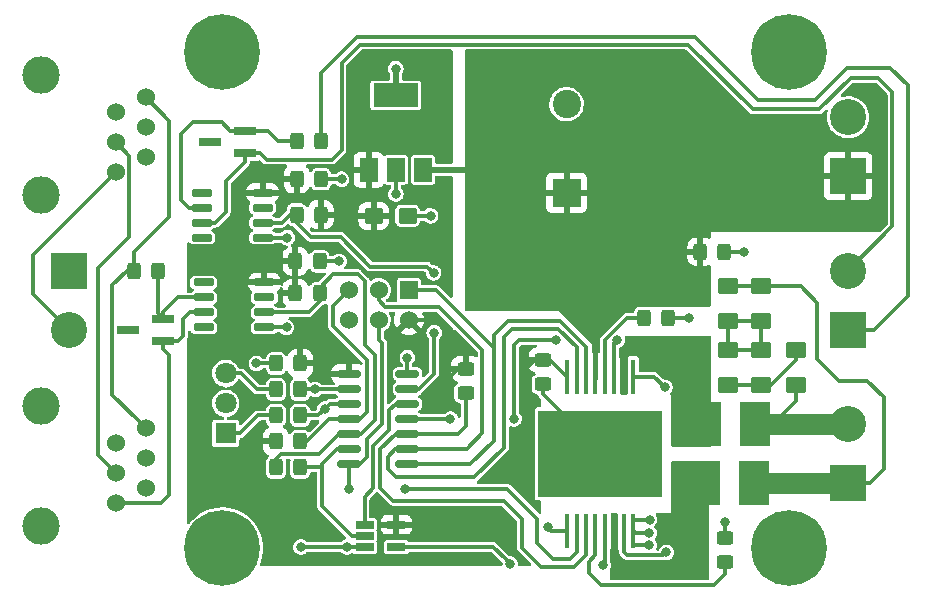
<source format=gtl>
G04 #@! TF.GenerationSoftware,KiCad,Pcbnew,(6.0.7)*
G04 #@! TF.CreationDate,2023-05-29T10:21:20+02:00*
G04 #@! TF.ProjectId,booster,626f6f73-7465-4722-9e6b-696361645f70,rev?*
G04 #@! TF.SameCoordinates,Original*
G04 #@! TF.FileFunction,Copper,L1,Top*
G04 #@! TF.FilePolarity,Positive*
%FSLAX46Y46*%
G04 Gerber Fmt 4.6, Leading zero omitted, Abs format (unit mm)*
G04 Created by KiCad (PCBNEW (6.0.7)) date 2023-05-29 10:21:20*
%MOMM*%
%LPD*%
G01*
G04 APERTURE LIST*
G04 Aperture macros list*
%AMRoundRect*
0 Rectangle with rounded corners*
0 $1 Rounding radius*
0 $2 $3 $4 $5 $6 $7 $8 $9 X,Y pos of 4 corners*
0 Add a 4 corners polygon primitive as box body*
4,1,4,$2,$3,$4,$5,$6,$7,$8,$9,$2,$3,0*
0 Add four circle primitives for the rounded corners*
1,1,$1+$1,$2,$3*
1,1,$1+$1,$4,$5*
1,1,$1+$1,$6,$7*
1,1,$1+$1,$8,$9*
0 Add four rect primitives between the rounded corners*
20,1,$1+$1,$2,$3,$4,$5,0*
20,1,$1+$1,$4,$5,$6,$7,0*
20,1,$1+$1,$6,$7,$8,$9,0*
20,1,$1+$1,$8,$9,$2,$3,0*%
G04 Aperture macros list end*
G04 #@! TA.AperFunction,ComponentPad*
%ADD10C,6.400800*%
G04 #@! TD*
G04 #@! TA.AperFunction,SMDPad,CuDef*
%ADD11RoundRect,0.250000X-0.325000X-0.450000X0.325000X-0.450000X0.325000X0.450000X-0.325000X0.450000X0*%
G04 #@! TD*
G04 #@! TA.AperFunction,SMDPad,CuDef*
%ADD12RoundRect,0.150000X-0.725000X-0.150000X0.725000X-0.150000X0.725000X0.150000X-0.725000X0.150000X0*%
G04 #@! TD*
G04 #@! TA.AperFunction,SMDPad,CuDef*
%ADD13R,1.900000X0.800000*%
G04 #@! TD*
G04 #@! TA.AperFunction,ComponentPad*
%ADD14C,3.048000*%
G04 #@! TD*
G04 #@! TA.AperFunction,ComponentPad*
%ADD15R,3.048000X3.048000*%
G04 #@! TD*
G04 #@! TA.AperFunction,SMDPad,CuDef*
%ADD16RoundRect,0.150000X-0.825000X-0.150000X0.825000X-0.150000X0.825000X0.150000X-0.825000X0.150000X0*%
G04 #@! TD*
G04 #@! TA.AperFunction,SMDPad,CuDef*
%ADD17RoundRect,0.250000X0.325000X0.450000X-0.325000X0.450000X-0.325000X-0.450000X0.325000X-0.450000X0*%
G04 #@! TD*
G04 #@! TA.AperFunction,SMDPad,CuDef*
%ADD18RoundRect,0.250000X-0.450000X0.325000X-0.450000X-0.325000X0.450000X-0.325000X0.450000X0.325000X0*%
G04 #@! TD*
G04 #@! TA.AperFunction,ComponentPad*
%ADD19C,1.800000*%
G04 #@! TD*
G04 #@! TA.AperFunction,ComponentPad*
%ADD20R,1.800000X1.800000*%
G04 #@! TD*
G04 #@! TA.AperFunction,SMDPad,CuDef*
%ADD21R,10.500000X7.400000*%
G04 #@! TD*
G04 #@! TA.AperFunction,SMDPad,CuDef*
%ADD22R,0.450000X3.000000*%
G04 #@! TD*
G04 #@! TA.AperFunction,ComponentPad*
%ADD23C,1.524000*%
G04 #@! TD*
G04 #@! TA.AperFunction,ComponentPad*
%ADD24R,1.524000X1.524000*%
G04 #@! TD*
G04 #@! TA.AperFunction,SMDPad,CuDef*
%ADD25R,1.560000X0.650000*%
G04 #@! TD*
G04 #@! TA.AperFunction,ComponentPad*
%ADD26C,3.169920*%
G04 #@! TD*
G04 #@! TA.AperFunction,SMDPad,CuDef*
%ADD27R,1.500000X2.000000*%
G04 #@! TD*
G04 #@! TA.AperFunction,SMDPad,CuDef*
%ADD28R,3.800000X2.000000*%
G04 #@! TD*
G04 #@! TA.AperFunction,SMDPad,CuDef*
%ADD29RoundRect,0.250001X0.624999X-0.462499X0.624999X0.462499X-0.624999X0.462499X-0.624999X-0.462499X0*%
G04 #@! TD*
G04 #@! TA.AperFunction,SMDPad,CuDef*
%ADD30R,2.500000X3.700000*%
G04 #@! TD*
G04 #@! TA.AperFunction,SMDPad,CuDef*
%ADD31RoundRect,0.250000X-0.537500X-0.425000X0.537500X-0.425000X0.537500X0.425000X-0.537500X0.425000X0*%
G04 #@! TD*
G04 #@! TA.AperFunction,ComponentPad*
%ADD32C,2.400000*%
G04 #@! TD*
G04 #@! TA.AperFunction,ComponentPad*
%ADD33R,2.400000X2.400000*%
G04 #@! TD*
G04 #@! TA.AperFunction,ViaPad*
%ADD34C,0.800000*%
G04 #@! TD*
G04 #@! TA.AperFunction,Conductor*
%ADD35C,0.304800*%
G04 #@! TD*
G04 #@! TA.AperFunction,Conductor*
%ADD36C,0.508000*%
G04 #@! TD*
G04 #@! TA.AperFunction,Conductor*
%ADD37C,1.778000*%
G04 #@! TD*
G04 APERTURE END LIST*
D10*
X123000000Y-146000000D03*
X123000000Y-104000000D03*
D11*
X131350000Y-114750000D03*
X129300000Y-114750000D03*
D12*
X126425000Y-115895000D03*
X126425000Y-117165000D03*
X126425000Y-118435000D03*
X126425000Y-119705000D03*
X121275000Y-119705000D03*
X121275000Y-118435000D03*
X121275000Y-117165000D03*
X121275000Y-115895000D03*
D13*
X121950000Y-111600000D03*
X124950000Y-110650000D03*
X124950000Y-112550000D03*
D11*
X131350000Y-117750000D03*
X129300000Y-117750000D03*
X131350000Y-111500000D03*
X129300000Y-111500000D03*
D14*
X176000000Y-135500640D03*
D15*
X176000000Y-140499360D03*
D16*
X138675000Y-131240000D03*
X138675000Y-132510000D03*
X138675000Y-133780000D03*
X138675000Y-135050000D03*
X138675000Y-136320000D03*
X138675000Y-137590000D03*
X138675000Y-138860000D03*
X133725000Y-138860000D03*
X133725000Y-137590000D03*
X133725000Y-136320000D03*
X133725000Y-135050000D03*
X133725000Y-133780000D03*
X133725000Y-132510000D03*
X133725000Y-131240000D03*
D11*
X163475000Y-120900000D03*
X165525000Y-120900000D03*
D17*
X127575000Y-130350000D03*
X129625000Y-130350000D03*
D11*
X131250000Y-121700000D03*
X129200000Y-121700000D03*
D18*
X150150000Y-130075000D03*
X150150000Y-132125000D03*
D17*
X129200000Y-124400000D03*
X131250000Y-124400000D03*
D18*
X165600000Y-147150000D03*
X165600000Y-145100000D03*
D17*
X127550000Y-134750000D03*
X129600000Y-134750000D03*
D19*
X123300000Y-131200000D03*
X123300000Y-133740000D03*
D20*
X123300000Y-136280000D03*
D18*
X143600000Y-132850000D03*
X143600000Y-130800000D03*
D17*
X127550000Y-132550000D03*
X129600000Y-132550000D03*
X127550000Y-139150000D03*
X129600000Y-139150000D03*
D21*
X155000000Y-138000000D03*
D22*
X157800000Y-144500000D03*
X157800000Y-131500000D03*
X157000000Y-144500000D03*
X157000000Y-131500000D03*
X156200000Y-144500000D03*
X156200000Y-131500000D03*
X155400000Y-144500000D03*
X155400000Y-131500000D03*
X154600000Y-144500000D03*
X154600000Y-131500000D03*
X153800000Y-144500000D03*
X153800000Y-131500000D03*
X153000000Y-144500000D03*
X153000000Y-131500000D03*
X152200000Y-144500000D03*
X152200000Y-131500000D03*
D12*
X126575000Y-123495000D03*
X126575000Y-124765000D03*
X126575000Y-126035000D03*
X126575000Y-127305000D03*
X121425000Y-127305000D03*
X121425000Y-126035000D03*
X121425000Y-124765000D03*
X121425000Y-123495000D03*
D11*
X160775000Y-126500000D03*
X158725000Y-126500000D03*
X129600000Y-136950000D03*
X127550000Y-136950000D03*
D23*
X133710000Y-126670000D03*
X133710000Y-124130000D03*
X136250000Y-126670000D03*
X136250000Y-124130000D03*
X138790000Y-126670000D03*
D24*
X138790000Y-124130000D03*
D25*
X137750000Y-144000000D03*
X137750000Y-145900000D03*
X135050000Y-145900000D03*
X135050000Y-144950000D03*
X135050000Y-144000000D03*
D10*
X171000000Y-146000000D03*
X171000000Y-104000000D03*
D26*
X107650000Y-144080000D03*
X107650000Y-133920000D03*
D23*
X114000000Y-142175000D03*
X116540000Y-140905000D03*
X114000000Y-139635000D03*
X116540000Y-138365000D03*
X114000000Y-137095000D03*
X116540000Y-135825000D03*
D26*
X107650000Y-116080000D03*
X107650000Y-105920000D03*
D23*
X114000000Y-114175000D03*
X116540000Y-112905000D03*
X114000000Y-111635000D03*
X116540000Y-110365000D03*
X114000000Y-109095000D03*
X116540000Y-107825000D03*
D14*
X176000000Y-122500640D03*
D15*
X176000000Y-127499360D03*
D14*
X110000000Y-127499360D03*
D15*
X110000000Y-122500640D03*
D14*
X176000000Y-109500640D03*
D15*
X176000000Y-114499360D03*
D27*
X135400000Y-113950000D03*
X140000000Y-113950000D03*
X137700000Y-113950000D03*
D28*
X137700000Y-107650000D03*
D29*
X165800000Y-129225000D03*
X165800000Y-132200000D03*
X168600000Y-129200000D03*
X168600000Y-132175000D03*
X168600000Y-123825000D03*
X168600000Y-126800000D03*
X165800000Y-123825000D03*
X165800000Y-126800000D03*
D17*
X115500000Y-122500000D03*
X117550000Y-122500000D03*
D30*
X168100000Y-135500000D03*
X164000000Y-135500000D03*
X168000000Y-140500000D03*
X163900000Y-140500000D03*
D13*
X115000000Y-127500000D03*
X118000000Y-126550000D03*
X118000000Y-128450000D03*
D29*
X171600000Y-129225000D03*
X171600000Y-132200000D03*
D31*
X138700000Y-117850000D03*
X135825000Y-117850000D03*
D32*
X152150000Y-108400000D03*
D33*
X152150000Y-115900000D03*
D34*
X167150000Y-120900000D03*
X162550000Y-126500000D03*
X159150000Y-145750000D03*
X159150000Y-144700000D03*
X131700000Y-134200000D03*
X160600000Y-146350000D03*
X130850000Y-132550000D03*
X138675000Y-129850000D03*
X129650000Y-145900000D03*
X128450000Y-127300000D03*
X125900000Y-130350000D03*
X133550000Y-145900000D03*
X137700000Y-105400000D03*
X128500000Y-119700000D03*
X132900000Y-121700000D03*
X133100000Y-114750000D03*
X140650000Y-117850000D03*
X137700000Y-116000000D03*
X150542965Y-144192965D03*
X151000026Y-138000000D03*
X151000000Y-141000000D03*
X155000000Y-141000000D03*
X155000000Y-135000000D03*
X159000000Y-138000000D03*
X159000000Y-141000000D03*
X159000000Y-135000000D03*
X151000006Y-135000000D03*
X159182035Y-143582035D03*
X155000000Y-138000000D03*
X165600000Y-143800000D03*
X148625000Y-133925000D03*
X141350000Y-133925000D03*
X146150000Y-140050000D03*
X143300000Y-142925000D03*
X131300000Y-127000000D03*
X160475000Y-132375000D03*
X140900000Y-122700000D03*
X140950000Y-127750000D03*
X156450000Y-128375000D03*
X151250000Y-128350000D03*
X147700000Y-135050000D03*
X142325000Y-135050000D03*
X133750000Y-140950000D03*
X138500000Y-140950000D03*
X155244535Y-147447590D03*
X147392965Y-147342965D03*
D35*
X165525000Y-120900000D02*
X167150000Y-120900000D01*
X160775000Y-126500000D02*
X162550000Y-126500000D01*
X157260945Y-126500000D02*
X158725000Y-126500000D01*
X155400000Y-128360945D02*
X157260945Y-126500000D01*
X155400000Y-131500000D02*
X155400000Y-128360945D01*
X151600000Y-126750000D02*
X153800000Y-128950000D01*
X147200000Y-126750000D02*
X151600000Y-126750000D01*
X145975000Y-129125000D02*
X145975000Y-127975000D01*
X145975000Y-127975000D02*
X147200000Y-126750000D01*
X153800000Y-128950000D02*
X153800000Y-131500000D01*
X137660000Y-137590000D02*
X138675000Y-137590000D01*
X137000000Y-138250000D02*
X137660000Y-137590000D01*
X137000000Y-139300000D02*
X137000000Y-138250000D01*
X146875000Y-128100000D02*
X146875000Y-137475000D01*
X147575000Y-127400000D02*
X146875000Y-128100000D01*
X137700000Y-140000000D02*
X137000000Y-139300000D01*
X153000000Y-129000000D02*
X151400000Y-127400000D01*
X146875000Y-137475000D02*
X144350000Y-140000000D01*
X144350000Y-140000000D02*
X137700000Y-140000000D01*
X153000000Y-131500000D02*
X153000000Y-129000000D01*
X151400000Y-127400000D02*
X147575000Y-127400000D01*
X145975000Y-129025000D02*
X145975000Y-129125000D01*
X141080000Y-124130000D02*
X145975000Y-129025000D01*
X145975000Y-136900000D02*
X145975000Y-129125000D01*
X138790000Y-124130000D02*
X141080000Y-124130000D01*
X144015000Y-138860000D02*
X145975000Y-136900000D01*
X138675000Y-138860000D02*
X144015000Y-138860000D01*
X145025000Y-129225000D02*
X145025000Y-136250000D01*
X141355599Y-125555599D02*
X145025000Y-129225000D01*
X145025000Y-136250000D02*
X143685000Y-137590000D01*
X136784913Y-125555599D02*
X141355599Y-125555599D01*
X136250000Y-124130000D02*
X136250000Y-125020686D01*
X136250000Y-125020686D02*
X136784913Y-125555599D01*
X143685000Y-137590000D02*
X138675000Y-137590000D01*
X141270000Y-126670000D02*
X138790000Y-126670000D01*
X143600000Y-129000000D02*
X141270000Y-126670000D01*
X143600000Y-130800000D02*
X143600000Y-129000000D01*
X132120000Y-133780000D02*
X131700000Y-134200000D01*
X133725000Y-133780000D02*
X132120000Y-133780000D01*
X133685000Y-132550000D02*
X133725000Y-132510000D01*
X130850000Y-132550000D02*
X133685000Y-132550000D01*
X157000000Y-146304800D02*
X157000000Y-144500000D01*
X160350000Y-146600000D02*
X157295200Y-146600000D01*
X157295200Y-146600000D02*
X157000000Y-146304800D01*
X160600000Y-146350000D02*
X160350000Y-146600000D01*
X158000000Y-144700000D02*
X159150000Y-144700000D01*
X157800000Y-144500000D02*
X158000000Y-144700000D01*
X157800000Y-145750000D02*
X159150000Y-145750000D01*
X157800000Y-144500000D02*
X157800000Y-145750000D01*
X157800000Y-143582035D02*
X159182035Y-143582035D01*
X157800000Y-144500000D02*
X157800000Y-143582035D01*
X131150000Y-134750000D02*
X131700000Y-134200000D01*
X129600000Y-134750000D02*
X131150000Y-134750000D01*
X129600000Y-132550000D02*
X130850000Y-132550000D01*
X138675000Y-131240000D02*
X138675000Y-129850000D01*
X126575000Y-127305000D02*
X128445000Y-127305000D01*
X128445000Y-127305000D02*
X128450000Y-127300000D01*
X127575000Y-130350000D02*
X125900000Y-130350000D01*
X133550000Y-145900000D02*
X129650000Y-145900000D01*
X135050000Y-145900000D02*
X133550000Y-145900000D01*
X150150000Y-132125000D02*
X150150000Y-132950000D01*
X155000000Y-137800000D02*
X155000000Y-138000000D01*
X150150000Y-132950000D02*
X155000000Y-137800000D01*
D36*
X137700000Y-107650000D02*
X137700000Y-105400000D01*
D35*
X126425000Y-119705000D02*
X128495000Y-119705000D01*
X128495000Y-119705000D02*
X128500000Y-119700000D01*
X131250000Y-121700000D02*
X132900000Y-121700000D01*
X131350000Y-114750000D02*
X133100000Y-114750000D01*
X138700000Y-117850000D02*
X140650000Y-117850000D01*
X137700000Y-113950000D02*
X137700000Y-116000000D01*
X150850000Y-144500000D02*
X150542965Y-144192965D01*
X152200000Y-144500000D02*
X150850000Y-144500000D01*
D36*
X155000000Y-138000000D02*
X151000026Y-138000000D01*
X155000000Y-138000000D02*
X154000000Y-138000000D01*
X154000000Y-138000000D02*
X151000000Y-141000000D01*
X155000000Y-138000000D02*
X155000000Y-141000000D01*
X155000000Y-138000000D02*
X155000000Y-135000000D01*
X155000000Y-138000000D02*
X159000000Y-138000000D01*
X155000000Y-138000000D02*
X158000000Y-141000000D01*
X158434315Y-141000000D02*
X159000000Y-141000000D01*
X158000000Y-141000000D02*
X158434315Y-141000000D01*
X155000000Y-138000000D02*
X158000000Y-135000000D01*
X158000000Y-135000000D02*
X158434315Y-135000000D01*
X158434315Y-135000000D02*
X159000000Y-135000000D01*
X151565691Y-135000000D02*
X151000006Y-135000000D01*
X155000000Y-138000000D02*
X152000000Y-135000000D01*
X152000000Y-135000000D02*
X151565691Y-135000000D01*
D35*
X155050000Y-138000000D02*
X155000000Y-138000000D01*
X155000000Y-137950000D02*
X155000000Y-138000000D01*
X165600000Y-145100000D02*
X165600000Y-143800000D01*
D36*
X140000000Y-113950000D02*
X148000000Y-113950000D01*
X149950000Y-115900000D02*
X152150000Y-115900000D01*
X148000000Y-113950000D02*
X149950000Y-115900000D01*
D35*
X149450000Y-130075000D02*
X148625000Y-130900000D01*
X150150000Y-130075000D02*
X149450000Y-130075000D01*
X148625000Y-130900000D02*
X148625000Y-133925000D01*
X150775000Y-130075000D02*
X152200000Y-131500000D01*
X150150000Y-130075000D02*
X150775000Y-130075000D01*
X148625000Y-133925000D02*
X148625000Y-137350000D01*
X148625000Y-137350000D02*
X148625000Y-137575000D01*
X148625000Y-137575000D02*
X146150000Y-140050000D01*
X142225000Y-144000000D02*
X137750000Y-144000000D01*
X143300000Y-142925000D02*
X142225000Y-144000000D01*
X142950000Y-130800000D02*
X143600000Y-130800000D01*
X141350000Y-133925000D02*
X141350000Y-132400000D01*
X141350000Y-132400000D02*
X142950000Y-130800000D01*
X165600000Y-148175000D02*
X165600000Y-147150000D01*
X164675000Y-149100000D02*
X165600000Y-148175000D01*
X154600000Y-146600000D02*
X154050000Y-147150000D01*
X155050000Y-149100000D02*
X164675000Y-149100000D01*
X154600000Y-144500000D02*
X154600000Y-146600000D01*
X154050000Y-147150000D02*
X154050000Y-148100000D01*
X154050000Y-148100000D02*
X155050000Y-149100000D01*
X168575000Y-132200000D02*
X168600000Y-132175000D01*
X165800000Y-132200000D02*
X168575000Y-132200000D01*
X171600000Y-129937500D02*
X171600000Y-129225000D01*
X169475000Y-132175000D02*
X171600000Y-130050000D01*
X171600000Y-130050000D02*
X171600000Y-129937500D01*
X168600000Y-132175000D02*
X169475000Y-132175000D01*
D37*
X175999360Y-135500000D02*
X176000000Y-135500640D01*
X168100000Y-135500000D02*
X175999360Y-135500000D01*
D35*
X169654800Y-135500000D02*
X168100000Y-135500000D01*
X171600000Y-133554800D02*
X169654800Y-135500000D01*
X171600000Y-132200000D02*
X171600000Y-133554800D01*
X117550000Y-126100000D02*
X118000000Y-126550000D01*
X117550000Y-122500000D02*
X117550000Y-126100000D01*
X121425000Y-124765000D02*
X121765000Y-124765000D01*
X119235000Y-124765000D02*
X121425000Y-124765000D01*
X118000000Y-126550000D02*
X118000000Y-126000000D01*
X118000000Y-126000000D02*
X119235000Y-124765000D01*
X110000000Y-127499360D02*
X107000000Y-124499360D01*
X107000000Y-121175000D02*
X114000000Y-114175000D01*
X107000000Y-124499360D02*
X107000000Y-121175000D01*
X117825000Y-142175000D02*
X114000000Y-142175000D01*
X118500000Y-141500000D02*
X117825000Y-142175000D01*
X118500000Y-129654800D02*
X118500000Y-141500000D01*
X118000000Y-128450000D02*
X118000000Y-129154800D01*
X118000000Y-129154800D02*
X118500000Y-129654800D01*
X120265000Y-126035000D02*
X121425000Y-126035000D01*
X119700000Y-128004800D02*
X119700000Y-126600000D01*
X118000000Y-128450000D02*
X119254800Y-128450000D01*
X119700000Y-126600000D02*
X120265000Y-126035000D01*
X119254800Y-128450000D02*
X119700000Y-128004800D01*
X123695200Y-110650000D02*
X122945200Y-109900000D01*
X124950000Y-110650000D02*
X123695200Y-110650000D01*
X122945200Y-109900000D02*
X120500000Y-109900000D01*
X120500000Y-109900000D02*
X119500000Y-110900000D01*
X119500000Y-110900000D02*
X119500000Y-116500000D01*
X120165000Y-117165000D02*
X121275000Y-117165000D01*
X119500000Y-116500000D02*
X120165000Y-117165000D01*
X129300000Y-111500000D02*
X127700000Y-111500000D01*
X126850000Y-110650000D02*
X124950000Y-110650000D01*
X127700000Y-111500000D02*
X126850000Y-110650000D01*
X124950000Y-113254800D02*
X123300000Y-114904800D01*
X124950000Y-112550000D02*
X124950000Y-113254800D01*
X123300000Y-114904800D02*
X123300000Y-117500000D01*
X122365000Y-118435000D02*
X121275000Y-118435000D01*
X123300000Y-117500000D02*
X122365000Y-118435000D01*
X179750000Y-118750640D02*
X176000000Y-122500640D01*
X179750000Y-107400000D02*
X179750000Y-118750640D01*
X132300000Y-113100000D02*
X133100000Y-112300000D01*
X126754800Y-113100000D02*
X132300000Y-113100000D01*
X126204800Y-112550000D02*
X126754800Y-113100000D01*
X133100000Y-112300000D02*
X133100000Y-104900000D01*
X124950000Y-112550000D02*
X126204800Y-112550000D01*
X133100000Y-104900000D02*
X134650000Y-103350000D01*
X134650000Y-103350000D02*
X162400000Y-103350000D01*
X178550000Y-106200000D02*
X179750000Y-107400000D01*
X162400000Y-103350000D02*
X167900000Y-108850000D01*
X167900000Y-108850000D02*
X173550000Y-108850000D01*
X173550000Y-108850000D02*
X176200000Y-106200000D01*
X176200000Y-106200000D02*
X178550000Y-106200000D01*
X127550000Y-132550000D02*
X125950000Y-132550000D01*
X124600000Y-131200000D02*
X123300000Y-131200000D01*
X125950000Y-132550000D02*
X124600000Y-131200000D01*
X124520000Y-136280000D02*
X123300000Y-136280000D01*
X127550000Y-134750000D02*
X126050000Y-134750000D01*
X126050000Y-134750000D02*
X124520000Y-136280000D01*
D37*
X175999360Y-140500000D02*
X176000000Y-140499360D01*
X168000000Y-140500000D02*
X175999360Y-140500000D01*
D35*
X165800000Y-123825000D02*
X168600000Y-123825000D01*
X177828800Y-140499360D02*
X176000000Y-140499360D01*
X179000000Y-139328160D02*
X177828800Y-140499360D01*
X179000000Y-133200000D02*
X179000000Y-139328160D01*
X177600000Y-131800000D02*
X179000000Y-133200000D01*
X168600000Y-123825000D02*
X172025000Y-123825000D01*
X173400000Y-130000000D02*
X175200000Y-131800000D01*
X172025000Y-123825000D02*
X173400000Y-125200000D01*
X173400000Y-125200000D02*
X173400000Y-130000000D01*
X175200000Y-131800000D02*
X177600000Y-131800000D01*
X127997590Y-138002410D02*
X131197590Y-138002410D01*
X127550000Y-139150000D02*
X127550000Y-138450000D01*
X127550000Y-138450000D02*
X127997590Y-138002410D01*
X133725000Y-136320000D02*
X133020000Y-136320000D01*
X133020000Y-136320000D02*
X133000000Y-136300000D01*
X132900000Y-136300000D02*
X131197590Y-138002410D01*
X133000000Y-136300000D02*
X132900000Y-136300000D01*
X134280000Y-136320000D02*
X133725000Y-136320000D01*
X134300000Y-136300000D02*
X134280000Y-136320000D01*
X134750000Y-136300000D02*
X134300000Y-136300000D01*
X135900000Y-135150000D02*
X134750000Y-136300000D01*
X135900000Y-129650000D02*
X135900000Y-135150000D01*
X135050000Y-128800000D02*
X135900000Y-129650000D01*
X131250000Y-123950000D02*
X132400000Y-122800000D01*
X131250000Y-124400000D02*
X131250000Y-123950000D01*
X132400000Y-122800000D02*
X134500000Y-122800000D01*
X134500000Y-122800000D02*
X135050000Y-123350000D01*
X135050000Y-123350000D02*
X135050000Y-128800000D01*
X127450000Y-126035000D02*
X126575000Y-126035000D01*
X131250000Y-125100000D02*
X130315000Y-126035000D01*
X130315000Y-126035000D02*
X127450000Y-126035000D01*
X131250000Y-124400000D02*
X131250000Y-125100000D01*
X135050000Y-144950000D02*
X133965200Y-144950000D01*
X133965200Y-144950000D02*
X131450000Y-142434800D01*
X129600000Y-139150000D02*
X131350000Y-139150000D01*
X132750000Y-137590000D02*
X133725000Y-137590000D01*
X131450000Y-138890000D02*
X132750000Y-137590000D01*
X131450000Y-142434800D02*
X131450000Y-138890000D01*
X131350000Y-105750000D02*
X131350000Y-111500000D01*
X134400000Y-102700000D02*
X131350000Y-105750000D01*
X163050000Y-102700000D02*
X134400000Y-102700000D01*
X168400000Y-108050000D02*
X163050000Y-102700000D01*
X173150000Y-108050000D02*
X168400000Y-108050000D01*
X175900000Y-105300000D02*
X173150000Y-108050000D01*
X178150640Y-127499360D02*
X181050000Y-124600000D01*
X179550000Y-105300000D02*
X175900000Y-105300000D01*
X176000000Y-127499360D02*
X178150640Y-127499360D01*
X181050000Y-106800000D02*
X179550000Y-105300000D01*
X181050000Y-124600000D02*
X181050000Y-106800000D01*
X157800000Y-131500000D02*
X159600000Y-131500000D01*
X159600000Y-131500000D02*
X160475000Y-132375000D01*
X135550000Y-122150000D02*
X140350000Y-122150000D01*
X140350000Y-122150000D02*
X140900000Y-122700000D01*
X139650000Y-132510000D02*
X138675000Y-132510000D01*
X140950000Y-131210000D02*
X139650000Y-132510000D01*
X140950000Y-127750000D02*
X140950000Y-131210000D01*
X133050000Y-119650000D02*
X135550000Y-122150000D01*
X130500000Y-119650000D02*
X133050000Y-119650000D01*
X129300000Y-118450000D02*
X129300000Y-117750000D01*
X130500000Y-119650000D02*
X129300000Y-118450000D01*
X127300000Y-118435000D02*
X126425000Y-118435000D01*
X128040000Y-118435000D02*
X127300000Y-118435000D01*
X128725000Y-117750000D02*
X128040000Y-118435000D01*
X129300000Y-117750000D02*
X128725000Y-117750000D01*
X137700000Y-136320000D02*
X138675000Y-136320000D01*
X136400000Y-137620000D02*
X137700000Y-136320000D01*
X136400000Y-140900000D02*
X136400000Y-137620000D01*
X137500000Y-142000000D02*
X136400000Y-140900000D01*
X146850000Y-142000000D02*
X137500000Y-142000000D01*
X148400000Y-143550000D02*
X146850000Y-142000000D01*
X153800000Y-146600000D02*
X152800000Y-147600000D01*
X153800000Y-144500000D02*
X153800000Y-146600000D01*
X148400000Y-146000000D02*
X148400000Y-143550000D01*
X152800000Y-147600000D02*
X150000000Y-147600000D01*
X150000000Y-147600000D02*
X148400000Y-146000000D01*
X139650000Y-136320000D02*
X138675000Y-136320000D01*
X142955000Y-136320000D02*
X139650000Y-136320000D01*
X143600000Y-132850000D02*
X143600000Y-135675000D01*
X143600000Y-135675000D02*
X142955000Y-136320000D01*
X132075000Y-135050000D02*
X132750000Y-135050000D01*
X132750000Y-135050000D02*
X133725000Y-135050000D01*
X130175000Y-136950000D02*
X132075000Y-135050000D01*
X129600000Y-136950000D02*
X130175000Y-136950000D01*
X133725000Y-135050000D02*
X134700000Y-135050000D01*
X132352401Y-127152401D02*
X132352401Y-125487599D01*
X134700000Y-135050000D02*
X135300000Y-134450000D01*
X132352401Y-125487599D02*
X132948001Y-124891999D01*
X135300000Y-130100000D02*
X132352401Y-127152401D01*
X135300000Y-134450000D02*
X135300000Y-130100000D01*
X132948001Y-124891999D02*
X133710000Y-124130000D01*
X165825000Y-129200000D02*
X165800000Y-129225000D01*
X168600000Y-129200000D02*
X165825000Y-129200000D01*
X168600000Y-129200000D02*
X168600000Y-126800000D01*
X165800000Y-129225000D02*
X165800000Y-126800000D01*
X165800000Y-126800000D02*
X168600000Y-126800000D01*
X137700000Y-133780000D02*
X138675000Y-133780000D01*
X137150000Y-134330000D02*
X137700000Y-133780000D01*
X135050000Y-141650000D02*
X135800000Y-140900000D01*
X135050000Y-144000000D02*
X135050000Y-141650000D01*
X137150000Y-135950000D02*
X137150000Y-134330000D01*
X135800000Y-140900000D02*
X135800000Y-137300000D01*
X135800000Y-137300000D02*
X137150000Y-135950000D01*
X156200000Y-131500000D02*
X156200000Y-128625000D01*
X156200000Y-128625000D02*
X156450000Y-128375000D01*
X141759315Y-135050000D02*
X138675000Y-135050000D01*
X142325000Y-135050000D02*
X141759315Y-135050000D01*
X147700000Y-128800000D02*
X147700000Y-135050000D01*
X151250000Y-128350000D02*
X148150000Y-128350000D01*
X148150000Y-128350000D02*
X147700000Y-128800000D01*
X140410000Y-138860000D02*
X138675000Y-138860000D01*
X153000000Y-146304800D02*
X152404800Y-146900000D01*
X153000000Y-144500000D02*
X153000000Y-146304800D01*
X133725000Y-138860000D02*
X133725000Y-140925000D01*
X133725000Y-140925000D02*
X133750000Y-140950000D01*
X147113909Y-140950000D02*
X149650000Y-143486091D01*
X138500000Y-140950000D02*
X147113909Y-140950000D01*
X149650000Y-143486091D02*
X149650000Y-145550000D01*
X151000000Y-146900000D02*
X152404800Y-146900000D01*
X149650000Y-145550000D02*
X151000000Y-146900000D01*
X136250000Y-128359620D02*
X136250000Y-126670000D01*
X136545190Y-128654810D02*
X136250000Y-128359620D01*
X134700000Y-138860000D02*
X135295190Y-138264810D01*
X135295190Y-136754810D02*
X136545190Y-135504810D01*
X133725000Y-138860000D02*
X134700000Y-138860000D01*
X136545190Y-135504810D02*
X136545190Y-128654810D01*
X135295190Y-138264810D02*
X135295190Y-136754810D01*
X155400000Y-144500000D02*
X155400000Y-147292125D01*
X155400000Y-147292125D02*
X155244535Y-147447590D01*
X137750000Y-145900000D02*
X145950000Y-145900000D01*
X145950000Y-145900000D02*
X146992966Y-146942966D01*
X146992966Y-146942966D02*
X147392965Y-147342965D01*
X113238001Y-138873001D02*
X114000000Y-139635000D01*
X115114401Y-112749401D02*
X115114401Y-119671690D01*
X114000000Y-111635000D02*
X115114401Y-112749401D01*
X115114401Y-119671690D02*
X112500000Y-122286091D01*
X112500000Y-138135000D02*
X113238001Y-138873001D01*
X112500000Y-122286091D02*
X112500000Y-138135000D01*
X113697599Y-132982599D02*
X115778001Y-135063001D01*
X113697599Y-123727401D02*
X113697599Y-132982599D01*
X115778001Y-135063001D02*
X116540000Y-135825000D01*
X114925000Y-122500000D02*
X113697599Y-123727401D01*
X115500000Y-122500000D02*
X114925000Y-122500000D01*
X115500000Y-120950000D02*
X115500000Y-122500000D01*
X118500000Y-117950000D02*
X115500000Y-120950000D01*
X116540000Y-107825000D02*
X118500000Y-109785000D01*
X118500000Y-109785000D02*
X118500000Y-117950000D01*
G04 #@! TA.AperFunction,Conductor*
G36*
X164342121Y-128020002D02*
G01*
X164388614Y-128073658D01*
X164400000Y-128126000D01*
X164400000Y-137274000D01*
X164379998Y-137342121D01*
X164326342Y-137388614D01*
X164274000Y-137400000D01*
X161126000Y-137400000D01*
X161057879Y-137379998D01*
X161011386Y-137326342D01*
X161000000Y-137274000D01*
X161000000Y-133000000D01*
X160992207Y-133000000D01*
X160980340Y-132989717D01*
X160941957Y-132929990D01*
X160941957Y-132858994D01*
X160960531Y-132820967D01*
X160972921Y-132803724D01*
X161052755Y-132692624D01*
X161111842Y-132545641D01*
X161134162Y-132388807D01*
X161134307Y-132375000D01*
X161115276Y-132217733D01*
X161059280Y-132069546D01*
X160969553Y-131938992D01*
X160851275Y-131833611D01*
X160711274Y-131759484D01*
X160557633Y-131720892D01*
X160550034Y-131720852D01*
X160550033Y-131720852D01*
X160493613Y-131720557D01*
X160447288Y-131720314D01*
X160379274Y-131699956D01*
X160358854Y-131683411D01*
X159842151Y-131166708D01*
X159822096Y-131156490D01*
X159805241Y-131146160D01*
X159795057Y-131138761D01*
X159787032Y-131132930D01*
X159777599Y-131129865D01*
X159777597Y-131129864D01*
X159765620Y-131125972D01*
X159747358Y-131118408D01*
X159736140Y-131112692D01*
X159736139Y-131112692D01*
X159727306Y-131108191D01*
X159705074Y-131104670D01*
X159685848Y-131100054D01*
X159673879Y-131096165D01*
X159664446Y-131093100D01*
X158405499Y-131093100D01*
X158337378Y-131073098D01*
X158290885Y-131019442D01*
X158279499Y-130967100D01*
X158279499Y-129974934D01*
X158264734Y-129900699D01*
X158208484Y-129816516D01*
X158124301Y-129760266D01*
X158050067Y-129745500D01*
X157800041Y-129745500D01*
X157549934Y-129745501D01*
X157514182Y-129752612D01*
X157487874Y-129757844D01*
X157487872Y-129757845D01*
X157475699Y-129760266D01*
X157465379Y-129767161D01*
X157465378Y-129767162D01*
X157452267Y-129775923D01*
X157391516Y-129816516D01*
X157335266Y-129900699D01*
X157320500Y-129974933D01*
X157320500Y-129981120D01*
X157320501Y-132874000D01*
X157300499Y-132942121D01*
X157246843Y-132988614D01*
X157194501Y-133000000D01*
X156805500Y-133000000D01*
X156737379Y-132979998D01*
X156690886Y-132926342D01*
X156679500Y-132874000D01*
X156679499Y-129981123D01*
X156679499Y-129974934D01*
X156664734Y-129900699D01*
X156628135Y-129845925D01*
X156606900Y-129775923D01*
X156606900Y-129106408D01*
X156626902Y-129038287D01*
X156676285Y-128993844D01*
X156724123Y-128969784D01*
X156808072Y-128927563D01*
X156808075Y-128927561D01*
X156814855Y-128924151D01*
X156820626Y-128919222D01*
X156820629Y-128919220D01*
X156929536Y-128826204D01*
X156929536Y-128826203D01*
X156935314Y-128821269D01*
X157027755Y-128692624D01*
X157086842Y-128545641D01*
X157109162Y-128388807D01*
X157109307Y-128375000D01*
X157090276Y-128217733D01*
X157072442Y-128170537D01*
X157067074Y-128099746D01*
X157100831Y-128037288D01*
X157162996Y-128002996D01*
X157190308Y-128000000D01*
X164274000Y-128000000D01*
X164342121Y-128020002D01*
G37*
G04 #@! TD.AperFunction*
G04 #@! TA.AperFunction,Conductor*
G36*
X164142121Y-138620002D02*
G01*
X164188614Y-138673658D01*
X164200000Y-138726000D01*
X164200000Y-148567100D01*
X164179998Y-148635221D01*
X164126342Y-148681714D01*
X164074000Y-148693100D01*
X155926000Y-148693100D01*
X155857879Y-148673098D01*
X155811386Y-148619442D01*
X155800000Y-148567100D01*
X155800000Y-147836217D01*
X155815585Y-147775517D01*
X155817859Y-147771380D01*
X155822290Y-147765214D01*
X155881377Y-147618231D01*
X155903697Y-147461397D01*
X155903842Y-147447590D01*
X155884811Y-147290323D01*
X155828815Y-147142136D01*
X155824511Y-147135874D01*
X155821240Y-147129617D01*
X155806900Y-147071239D01*
X155806900Y-146224077D01*
X155828135Y-146154075D01*
X155857839Y-146109620D01*
X155864734Y-146099301D01*
X155879500Y-146025067D01*
X155879499Y-143126000D01*
X155899501Y-143057879D01*
X155953157Y-143011386D01*
X156005499Y-143000000D01*
X156394500Y-143000000D01*
X156462621Y-143020002D01*
X156509114Y-143073658D01*
X156520500Y-143126000D01*
X156520501Y-144695892D01*
X156520501Y-146025066D01*
X156525295Y-146049168D01*
X156528966Y-146067624D01*
X156535266Y-146099301D01*
X156542161Y-146109620D01*
X156542162Y-146109622D01*
X156571865Y-146154075D01*
X156593100Y-146224077D01*
X156593100Y-146369246D01*
X156596165Y-146378679D01*
X156600054Y-146390648D01*
X156604670Y-146409874D01*
X156608191Y-146432106D01*
X156612692Y-146440939D01*
X156612692Y-146440940D01*
X156618408Y-146452158D01*
X156625972Y-146470420D01*
X156629864Y-146482397D01*
X156632930Y-146491832D01*
X156638761Y-146499857D01*
X156646160Y-146510041D01*
X156656490Y-146526896D01*
X156666708Y-146546951D01*
X157053049Y-146933292D01*
X157073104Y-146943510D01*
X157089959Y-146953840D01*
X157108168Y-146967070D01*
X157117601Y-146970135D01*
X157117603Y-146970136D01*
X157129580Y-146974028D01*
X157147841Y-146981592D01*
X157167894Y-146991809D01*
X157177687Y-146993360D01*
X157190126Y-146995330D01*
X157209352Y-146999946D01*
X157230754Y-147006900D01*
X160414446Y-147006900D01*
X160425812Y-147003207D01*
X160428500Y-147002334D01*
X160495626Y-147000400D01*
X160495647Y-147000248D01*
X160496560Y-147000373D01*
X160499407Y-147000291D01*
X160503173Y-147001279D01*
X160510522Y-147003207D01*
X160589719Y-147004451D01*
X160661319Y-147005576D01*
X160661322Y-147005576D01*
X160668916Y-147005695D01*
X160823332Y-146970329D01*
X160896973Y-146933292D01*
X160958072Y-146902563D01*
X160958075Y-146902561D01*
X160964855Y-146899151D01*
X160970626Y-146894222D01*
X160970629Y-146894220D01*
X161079536Y-146801204D01*
X161079536Y-146801203D01*
X161085314Y-146796269D01*
X161177755Y-146667624D01*
X161236842Y-146520641D01*
X161255342Y-146390648D01*
X161258581Y-146367891D01*
X161258581Y-146367888D01*
X161259162Y-146363807D01*
X161259307Y-146350000D01*
X161240276Y-146192733D01*
X161184280Y-146044546D01*
X161175063Y-146031135D01*
X161098855Y-145920251D01*
X161098854Y-145920249D01*
X161094553Y-145913992D01*
X160976275Y-145808611D01*
X160968889Y-145804700D01*
X160891655Y-145763807D01*
X160836274Y-145734484D01*
X160682633Y-145695892D01*
X160675034Y-145695852D01*
X160675033Y-145695852D01*
X160609181Y-145695507D01*
X160524221Y-145695062D01*
X160516841Y-145696834D01*
X160516839Y-145696834D01*
X160377563Y-145730271D01*
X160377560Y-145730272D01*
X160370184Y-145732043D01*
X160229414Y-145804700D01*
X160110039Y-145908838D01*
X160018950Y-146038444D01*
X160016191Y-146045520D01*
X160016188Y-146045526D01*
X159989933Y-146112869D01*
X159946553Y-146169071D01*
X159872540Y-146193100D01*
X159863765Y-146193100D01*
X159795644Y-146173098D01*
X159749151Y-146119442D01*
X159739047Y-146049168D01*
X159746858Y-146020103D01*
X159784007Y-145927694D01*
X159784008Y-145927692D01*
X159786842Y-145920641D01*
X159809162Y-145763807D01*
X159809307Y-145750000D01*
X159790276Y-145592733D01*
X159734280Y-145444546D01*
X159727748Y-145435042D01*
X159648855Y-145320251D01*
X159648854Y-145320249D01*
X159644553Y-145313992D01*
X159638883Y-145308940D01*
X159638338Y-145308322D01*
X159608293Y-145243996D01*
X159617794Y-145173638D01*
X159635639Y-145146502D01*
X159635314Y-145146269D01*
X159646426Y-145130805D01*
X159727755Y-145017624D01*
X159786842Y-144870641D01*
X159809162Y-144713807D01*
X159809307Y-144700000D01*
X159790276Y-144542733D01*
X159734280Y-144394546D01*
X159727748Y-144385042D01*
X159648855Y-144270251D01*
X159648854Y-144270249D01*
X159644553Y-144263992D01*
X159628492Y-144249682D01*
X159590936Y-144189434D01*
X159591914Y-144118444D01*
X159630479Y-144059794D01*
X159661571Y-144033239D01*
X159661571Y-144033238D01*
X159667349Y-144028304D01*
X159759790Y-143899659D01*
X159818877Y-143752676D01*
X159841197Y-143595842D01*
X159841342Y-143582035D01*
X159822311Y-143424768D01*
X159766315Y-143276581D01*
X159711873Y-143197367D01*
X159689773Y-143129898D01*
X159707659Y-143061191D01*
X159759850Y-143013060D01*
X159815713Y-143000000D01*
X161000000Y-143000000D01*
X161000000Y-138726000D01*
X161020002Y-138657879D01*
X161073658Y-138611386D01*
X161126000Y-138600000D01*
X164074000Y-138600000D01*
X164142121Y-138620002D01*
G37*
G04 #@! TD.AperFunction*
G04 #@! TA.AperFunction,Conductor*
G36*
X162247388Y-103776902D02*
G01*
X162268362Y-103793805D01*
X167657849Y-109183292D01*
X167677904Y-109193510D01*
X167694759Y-109203840D01*
X167712968Y-109217070D01*
X167722401Y-109220135D01*
X167722403Y-109220136D01*
X167734380Y-109224028D01*
X167752641Y-109231592D01*
X167772694Y-109241809D01*
X167782487Y-109243360D01*
X167794926Y-109245330D01*
X167814152Y-109249946D01*
X167835554Y-109256900D01*
X173614446Y-109256900D01*
X173635848Y-109249946D01*
X173655074Y-109245330D01*
X173667513Y-109243360D01*
X173677306Y-109241809D01*
X173697359Y-109231592D01*
X173715620Y-109224028D01*
X173727597Y-109220136D01*
X173727599Y-109220135D01*
X173737032Y-109217070D01*
X173755241Y-109203840D01*
X173772096Y-109193510D01*
X173792151Y-109183292D01*
X174075889Y-108899554D01*
X174138201Y-108865528D01*
X174209016Y-108870593D01*
X174265852Y-108913140D01*
X174290663Y-108979660D01*
X174287107Y-109019663D01*
X174243608Y-109190941D01*
X174217124Y-109453954D01*
X174217348Y-109458620D01*
X174217348Y-109458625D01*
X174219518Y-109503800D01*
X174229807Y-109717992D01*
X174281378Y-109977256D01*
X174282957Y-109981654D01*
X174282959Y-109981661D01*
X174369121Y-110221641D01*
X174370704Y-110226050D01*
X174372921Y-110230176D01*
X174440301Y-110355576D01*
X174495822Y-110458907D01*
X174498617Y-110462651D01*
X174498619Y-110462653D01*
X174581743Y-110573969D01*
X174653985Y-110670713D01*
X174657292Y-110673991D01*
X174657297Y-110673997D01*
X174756879Y-110772713D01*
X174841718Y-110856814D01*
X175054896Y-111013123D01*
X175059031Y-111015299D01*
X175059035Y-111015301D01*
X175182293Y-111080150D01*
X175288836Y-111136205D01*
X175538400Y-111223356D01*
X175542993Y-111224228D01*
X175793515Y-111271791D01*
X175793518Y-111271791D01*
X175798104Y-111272662D01*
X175930174Y-111277852D01*
X176057575Y-111282858D01*
X176057581Y-111282858D01*
X176062243Y-111283041D01*
X176325015Y-111254262D01*
X176329526Y-111253074D01*
X176329528Y-111253074D01*
X176576124Y-111188151D01*
X176576126Y-111188150D01*
X176580647Y-111186960D01*
X176695191Y-111137748D01*
X176819229Y-111084457D01*
X176819231Y-111084456D01*
X176823523Y-111082612D01*
X177048307Y-110943511D01*
X177064788Y-110929559D01*
X177246496Y-110775733D01*
X177246498Y-110775731D01*
X177250063Y-110772713D01*
X177424356Y-110573969D01*
X177498367Y-110458907D01*
X177564831Y-110355576D01*
X177567359Y-110351646D01*
X177675930Y-110110628D01*
X177747683Y-109856210D01*
X177773164Y-109655916D01*
X177780645Y-109597111D01*
X177780645Y-109597105D01*
X177781043Y-109593980D01*
X177783487Y-109500640D01*
X177772261Y-109349569D01*
X177764243Y-109241676D01*
X177764242Y-109241672D01*
X177763897Y-109237024D01*
X177705557Y-108979199D01*
X177691058Y-108941914D01*
X177611442Y-108737182D01*
X177611441Y-108737180D01*
X177609749Y-108732829D01*
X177478578Y-108503327D01*
X177314925Y-108295734D01*
X177122385Y-108114610D01*
X177118542Y-108111944D01*
X176909026Y-107966598D01*
X176909021Y-107966595D01*
X176905188Y-107963936D01*
X176858206Y-107940767D01*
X176672294Y-107849085D01*
X176672291Y-107849084D01*
X176668106Y-107847020D01*
X176416347Y-107766431D01*
X176273825Y-107743220D01*
X176160053Y-107724691D01*
X176160052Y-107724691D01*
X176155441Y-107723940D01*
X176023281Y-107722210D01*
X175895798Y-107720541D01*
X175895795Y-107720541D01*
X175891121Y-107720480D01*
X175629192Y-107756126D01*
X175624702Y-107757435D01*
X175624696Y-107757436D01*
X175522689Y-107787169D01*
X175451692Y-107787029D01*
X175392042Y-107748527D01*
X175362677Y-107683888D01*
X175372920Y-107613634D01*
X175398335Y-107577108D01*
X176331638Y-106643805D01*
X176393950Y-106609779D01*
X176420733Y-106606900D01*
X178329266Y-106606900D01*
X178397387Y-106626902D01*
X178418362Y-106643805D01*
X179306196Y-107531640D01*
X179340221Y-107593952D01*
X179343100Y-107620735D01*
X179343100Y-118529907D01*
X179323098Y-118598028D01*
X179306195Y-118619002D01*
X178712102Y-119213095D01*
X178649790Y-119247121D01*
X178623007Y-119250000D01*
X164350000Y-119250000D01*
X164350000Y-119672877D01*
X164329998Y-119740998D01*
X164276342Y-119787491D01*
X164206068Y-119797595D01*
X164157885Y-119780138D01*
X164128755Y-119762183D01*
X164115576Y-119756037D01*
X163961290Y-119704862D01*
X163947914Y-119701995D01*
X163853562Y-119692328D01*
X163847145Y-119692000D01*
X163747115Y-119692000D01*
X163731876Y-119696475D01*
X163730671Y-119697865D01*
X163729000Y-119705548D01*
X163729000Y-122089884D01*
X163733475Y-122105123D01*
X163734865Y-122106328D01*
X163742548Y-122107999D01*
X163847095Y-122107999D01*
X163853614Y-122107662D01*
X163949206Y-122097743D01*
X163962600Y-122094851D01*
X164116784Y-122043412D01*
X164129956Y-122037241D01*
X164157697Y-122020075D01*
X164226150Y-122001238D01*
X164293919Y-122022400D01*
X164339490Y-122076841D01*
X164350000Y-122127220D01*
X164350000Y-125424000D01*
X164329998Y-125492121D01*
X164276342Y-125538614D01*
X164224000Y-125550000D01*
X161196003Y-125550000D01*
X161182395Y-125549263D01*
X161151153Y-125545869D01*
X161151152Y-125545869D01*
X161147756Y-125545500D01*
X160402244Y-125545500D01*
X160398848Y-125545869D01*
X160398847Y-125545869D01*
X160367605Y-125549263D01*
X160353997Y-125550000D01*
X159146003Y-125550000D01*
X159132395Y-125549263D01*
X159101153Y-125545869D01*
X159101152Y-125545869D01*
X159097756Y-125545500D01*
X158352244Y-125545500D01*
X158348848Y-125545869D01*
X158348847Y-125545869D01*
X158298403Y-125551349D01*
X158298402Y-125551349D01*
X158290552Y-125552202D01*
X158283159Y-125554974D01*
X158283157Y-125554974D01*
X158244954Y-125569296D01*
X158155236Y-125602929D01*
X158148057Y-125608309D01*
X158148054Y-125608311D01*
X158060023Y-125674287D01*
X158039596Y-125689596D01*
X158034215Y-125696776D01*
X157958311Y-125798054D01*
X157958309Y-125798057D01*
X157952929Y-125805236D01*
X157927314Y-125873566D01*
X157908181Y-125924604D01*
X157902202Y-125940552D01*
X157901533Y-125946707D01*
X157866693Y-126007694D01*
X157857202Y-126015954D01*
X157793327Y-126066162D01*
X157727411Y-126092532D01*
X157715464Y-126093100D01*
X157196499Y-126093100D01*
X157187066Y-126096165D01*
X157175097Y-126100054D01*
X157155871Y-126104670D01*
X157133639Y-126108191D01*
X157124806Y-126112692D01*
X157124805Y-126112692D01*
X157113587Y-126118408D01*
X157095325Y-126125972D01*
X157083348Y-126129864D01*
X157083346Y-126129865D01*
X157073913Y-126132930D01*
X157065888Y-126138761D01*
X157055704Y-126146160D01*
X157038849Y-126156490D01*
X157018794Y-126166708D01*
X155066708Y-128118794D01*
X155062205Y-128127632D01*
X155056492Y-128138845D01*
X155046160Y-128155704D01*
X155032930Y-128173913D01*
X155029865Y-128183346D01*
X155029864Y-128183348D01*
X155025972Y-128195325D01*
X155018408Y-128213586D01*
X155008191Y-128233639D01*
X155006640Y-128243432D01*
X155004670Y-128255871D01*
X155000054Y-128275097D01*
X154993100Y-128296499D01*
X154993100Y-129366000D01*
X154973098Y-129434121D01*
X154919442Y-129480614D01*
X154867100Y-129492000D01*
X154843115Y-129492000D01*
X154827876Y-129496475D01*
X154826671Y-129497865D01*
X154825000Y-129505548D01*
X154825000Y-131599000D01*
X154804998Y-131667121D01*
X154751342Y-131713614D01*
X154699000Y-131725000D01*
X154501000Y-131725000D01*
X154432879Y-131704998D01*
X154386386Y-131651342D01*
X154375000Y-131599000D01*
X154375000Y-129510116D01*
X154370525Y-129494877D01*
X154363925Y-129489158D01*
X154311906Y-129460754D01*
X154277880Y-129398442D01*
X154275000Y-129371657D01*
X154275000Y-128775000D01*
X151500000Y-125900000D01*
X151489739Y-125900032D01*
X148139479Y-125910535D01*
X143651394Y-125924604D01*
X143583212Y-125904816D01*
X143536551Y-125851306D01*
X143525000Y-125798605D01*
X143525000Y-121397095D01*
X162392001Y-121397095D01*
X162392338Y-121403614D01*
X162402257Y-121499206D01*
X162405149Y-121512600D01*
X162456588Y-121666784D01*
X162462761Y-121679962D01*
X162548063Y-121817807D01*
X162557099Y-121829208D01*
X162671829Y-121943739D01*
X162683240Y-121952751D01*
X162821243Y-122037816D01*
X162834424Y-122043963D01*
X162988710Y-122095138D01*
X163002086Y-122098005D01*
X163096438Y-122107672D01*
X163102854Y-122108000D01*
X163202885Y-122108000D01*
X163218124Y-122103525D01*
X163219329Y-122102135D01*
X163221000Y-122094452D01*
X163221000Y-121172115D01*
X163216525Y-121156876D01*
X163215135Y-121155671D01*
X163207452Y-121154000D01*
X162410116Y-121154000D01*
X162394877Y-121158475D01*
X162393672Y-121159865D01*
X162392001Y-121167548D01*
X162392001Y-121397095D01*
X143525000Y-121397095D01*
X143525000Y-120627885D01*
X162392000Y-120627885D01*
X162396475Y-120643124D01*
X162397865Y-120644329D01*
X162405548Y-120646000D01*
X163202885Y-120646000D01*
X163218124Y-120641525D01*
X163219329Y-120640135D01*
X163221000Y-120632452D01*
X163221000Y-119710116D01*
X163216525Y-119694877D01*
X163215135Y-119693672D01*
X163207452Y-119692001D01*
X163102905Y-119692001D01*
X163096386Y-119692338D01*
X163000794Y-119702257D01*
X162987400Y-119705149D01*
X162833216Y-119756588D01*
X162820038Y-119762761D01*
X162682193Y-119848063D01*
X162670792Y-119857099D01*
X162556261Y-119971829D01*
X162547249Y-119983240D01*
X162462184Y-120121243D01*
X162456037Y-120134424D01*
X162404862Y-120288710D01*
X162401995Y-120302086D01*
X162392328Y-120396438D01*
X162392000Y-120402855D01*
X162392000Y-120627885D01*
X143525000Y-120627885D01*
X143525000Y-117144669D01*
X150442001Y-117144669D01*
X150442371Y-117151490D01*
X150447895Y-117202352D01*
X150451521Y-117217604D01*
X150496676Y-117338054D01*
X150505214Y-117353649D01*
X150581715Y-117455724D01*
X150594276Y-117468285D01*
X150696351Y-117544786D01*
X150711946Y-117553324D01*
X150832394Y-117598478D01*
X150847649Y-117602105D01*
X150898514Y-117607631D01*
X150905328Y-117608000D01*
X151877885Y-117608000D01*
X151893124Y-117603525D01*
X151894329Y-117602135D01*
X151896000Y-117594452D01*
X151896000Y-117589884D01*
X152404000Y-117589884D01*
X152408475Y-117605123D01*
X152409865Y-117606328D01*
X152417548Y-117607999D01*
X153394669Y-117607999D01*
X153401490Y-117607629D01*
X153452352Y-117602105D01*
X153467604Y-117598479D01*
X153588054Y-117553324D01*
X153603649Y-117544786D01*
X153705724Y-117468285D01*
X153718285Y-117455724D01*
X153794786Y-117353649D01*
X153803324Y-117338054D01*
X153848478Y-117217606D01*
X153852105Y-117202351D01*
X153857631Y-117151486D01*
X153858000Y-117144672D01*
X153858000Y-116172115D01*
X153853525Y-116156876D01*
X153852135Y-116155671D01*
X153844452Y-116154000D01*
X152422115Y-116154000D01*
X152406876Y-116158475D01*
X152405671Y-116159865D01*
X152404000Y-116167548D01*
X152404000Y-117589884D01*
X151896000Y-117589884D01*
X151896000Y-116172115D01*
X151891525Y-116156876D01*
X151890135Y-116155671D01*
X151882452Y-116154000D01*
X150460116Y-116154000D01*
X150444877Y-116158475D01*
X150443672Y-116159865D01*
X150442001Y-116167548D01*
X150442001Y-117144669D01*
X143525000Y-117144669D01*
X143525000Y-116068029D01*
X173968001Y-116068029D01*
X173968371Y-116074850D01*
X173973895Y-116125712D01*
X173977521Y-116140964D01*
X174022676Y-116261414D01*
X174031214Y-116277009D01*
X174107715Y-116379084D01*
X174120276Y-116391645D01*
X174222351Y-116468146D01*
X174237946Y-116476684D01*
X174358394Y-116521838D01*
X174373649Y-116525465D01*
X174424514Y-116530991D01*
X174431328Y-116531360D01*
X175727885Y-116531360D01*
X175743124Y-116526885D01*
X175744329Y-116525495D01*
X175746000Y-116517812D01*
X175746000Y-116513244D01*
X176254000Y-116513244D01*
X176258475Y-116528483D01*
X176259865Y-116529688D01*
X176267548Y-116531359D01*
X177568669Y-116531359D01*
X177575490Y-116530989D01*
X177626352Y-116525465D01*
X177641604Y-116521839D01*
X177762054Y-116476684D01*
X177777649Y-116468146D01*
X177879724Y-116391645D01*
X177892285Y-116379084D01*
X177968786Y-116277009D01*
X177977324Y-116261414D01*
X178022478Y-116140966D01*
X178026105Y-116125711D01*
X178031631Y-116074846D01*
X178032000Y-116068032D01*
X178032000Y-114771475D01*
X178027525Y-114756236D01*
X178026135Y-114755031D01*
X178018452Y-114753360D01*
X176272115Y-114753360D01*
X176256876Y-114757835D01*
X176255671Y-114759225D01*
X176254000Y-114766908D01*
X176254000Y-116513244D01*
X175746000Y-116513244D01*
X175746000Y-114771475D01*
X175741525Y-114756236D01*
X175740135Y-114755031D01*
X175732452Y-114753360D01*
X173986116Y-114753360D01*
X173970877Y-114757835D01*
X173969672Y-114759225D01*
X173968001Y-114766908D01*
X173968001Y-116068029D01*
X143525000Y-116068029D01*
X143525000Y-115627885D01*
X150442000Y-115627885D01*
X150446475Y-115643124D01*
X150447865Y-115644329D01*
X150455548Y-115646000D01*
X151877885Y-115646000D01*
X151893124Y-115641525D01*
X151894329Y-115640135D01*
X151896000Y-115632452D01*
X151896000Y-115627885D01*
X152404000Y-115627885D01*
X152408475Y-115643124D01*
X152409865Y-115644329D01*
X152417548Y-115646000D01*
X153839884Y-115646000D01*
X153855123Y-115641525D01*
X153856328Y-115640135D01*
X153857999Y-115632452D01*
X153857999Y-114655331D01*
X153857629Y-114648510D01*
X153852105Y-114597648D01*
X153848479Y-114582396D01*
X153803324Y-114461946D01*
X153794786Y-114446351D01*
X153718285Y-114344276D01*
X153705724Y-114331715D01*
X153603649Y-114255214D01*
X153588054Y-114246676D01*
X153536222Y-114227245D01*
X173968000Y-114227245D01*
X173972475Y-114242484D01*
X173973865Y-114243689D01*
X173981548Y-114245360D01*
X175727885Y-114245360D01*
X175743124Y-114240885D01*
X175744329Y-114239495D01*
X175746000Y-114231812D01*
X175746000Y-114227245D01*
X176254000Y-114227245D01*
X176258475Y-114242484D01*
X176259865Y-114243689D01*
X176267548Y-114245360D01*
X178013884Y-114245360D01*
X178029123Y-114240885D01*
X178030328Y-114239495D01*
X178031999Y-114231812D01*
X178031999Y-112930691D01*
X178031629Y-112923870D01*
X178026105Y-112873008D01*
X178022479Y-112857756D01*
X177977324Y-112737306D01*
X177968786Y-112721711D01*
X177892285Y-112619636D01*
X177879724Y-112607075D01*
X177777649Y-112530574D01*
X177762054Y-112522036D01*
X177641606Y-112476882D01*
X177626351Y-112473255D01*
X177575486Y-112467729D01*
X177568672Y-112467360D01*
X176272115Y-112467360D01*
X176256876Y-112471835D01*
X176255671Y-112473225D01*
X176254000Y-112480908D01*
X176254000Y-114227245D01*
X175746000Y-114227245D01*
X175746000Y-112485476D01*
X175741525Y-112470237D01*
X175740135Y-112469032D01*
X175732452Y-112467361D01*
X174431331Y-112467361D01*
X174424510Y-112467731D01*
X174373648Y-112473255D01*
X174358396Y-112476881D01*
X174237946Y-112522036D01*
X174222351Y-112530574D01*
X174120276Y-112607075D01*
X174107715Y-112619636D01*
X174031214Y-112721711D01*
X174022676Y-112737306D01*
X173977522Y-112857754D01*
X173973895Y-112873009D01*
X173968369Y-112923874D01*
X173968000Y-112930688D01*
X173968000Y-114227245D01*
X153536222Y-114227245D01*
X153467606Y-114201522D01*
X153452351Y-114197895D01*
X153401486Y-114192369D01*
X153394672Y-114192000D01*
X152422115Y-114192000D01*
X152406876Y-114196475D01*
X152405671Y-114197865D01*
X152404000Y-114205548D01*
X152404000Y-115627885D01*
X151896000Y-115627885D01*
X151896000Y-114210116D01*
X151891525Y-114194877D01*
X151890135Y-114193672D01*
X151882452Y-114192001D01*
X150905331Y-114192001D01*
X150898510Y-114192371D01*
X150847648Y-114197895D01*
X150832396Y-114201521D01*
X150711946Y-114246676D01*
X150696351Y-114255214D01*
X150594276Y-114331715D01*
X150581715Y-114344276D01*
X150505214Y-114446351D01*
X150496676Y-114461946D01*
X150451522Y-114582394D01*
X150447895Y-114597649D01*
X150442369Y-114648514D01*
X150442000Y-114655328D01*
X150442000Y-115627885D01*
X143525000Y-115627885D01*
X143525000Y-108364342D01*
X150690951Y-108364342D01*
X150691248Y-108369494D01*
X150691248Y-108369498D01*
X150692892Y-108398010D01*
X150704719Y-108603121D01*
X150705856Y-108608167D01*
X150705857Y-108608173D01*
X150724513Y-108690954D01*
X150757301Y-108836446D01*
X150847284Y-109058049D01*
X150972254Y-109261980D01*
X151128852Y-109442762D01*
X151312874Y-109595540D01*
X151317326Y-109598142D01*
X151317331Y-109598145D01*
X151514430Y-109713320D01*
X151519377Y-109716211D01*
X151742817Y-109801534D01*
X151747883Y-109802565D01*
X151747884Y-109802565D01*
X151802729Y-109813723D01*
X151977191Y-109849218D01*
X152111499Y-109854143D01*
X152211043Y-109857794D01*
X152211048Y-109857794D01*
X152216207Y-109857983D01*
X152221327Y-109857327D01*
X152221329Y-109857327D01*
X152448316Y-109828249D01*
X152448317Y-109828249D01*
X152453444Y-109827592D01*
X152458394Y-109826107D01*
X152677577Y-109760349D01*
X152677582Y-109760347D01*
X152682532Y-109758862D01*
X152897319Y-109653639D01*
X152901524Y-109650639D01*
X152901530Y-109650636D01*
X153087832Y-109517748D01*
X153087834Y-109517746D01*
X153092036Y-109514749D01*
X153261454Y-109345921D01*
X153401023Y-109151690D01*
X153447304Y-109058049D01*
X153504701Y-108941914D01*
X153504702Y-108941912D01*
X153506995Y-108937272D01*
X153576524Y-108708425D01*
X153607743Y-108471296D01*
X153608432Y-108443100D01*
X153609403Y-108403365D01*
X153609403Y-108403361D01*
X153609485Y-108400000D01*
X153589887Y-108161628D01*
X153531620Y-107929658D01*
X153456736Y-107757436D01*
X153438309Y-107715056D01*
X153438307Y-107715053D01*
X153436249Y-107710319D01*
X153306335Y-107509502D01*
X153289715Y-107491236D01*
X153148844Y-107336422D01*
X153148842Y-107336421D01*
X153145366Y-107332600D01*
X153141315Y-107329401D01*
X153141311Y-107329397D01*
X152961725Y-107187569D01*
X152957667Y-107184364D01*
X152868103Y-107134922D01*
X152752808Y-107071275D01*
X152752805Y-107071274D01*
X152748277Y-107068774D01*
X152522819Y-106988936D01*
X152474046Y-106980248D01*
X152292438Y-106947898D01*
X152292434Y-106947898D01*
X152287350Y-106946992D01*
X152203548Y-106945968D01*
X152053360Y-106944133D01*
X152053358Y-106944133D01*
X152048191Y-106944070D01*
X151889680Y-106968326D01*
X151816876Y-106979466D01*
X151816874Y-106979467D01*
X151811767Y-106980248D01*
X151779906Y-106990662D01*
X151589340Y-107052949D01*
X151589338Y-107052950D01*
X151584427Y-107054555D01*
X151372275Y-107164994D01*
X151368142Y-107168097D01*
X151368139Y-107168099D01*
X151228832Y-107272694D01*
X151181010Y-107308600D01*
X151015767Y-107481516D01*
X151012853Y-107485788D01*
X151012852Y-107485789D01*
X150955788Y-107569442D01*
X150880985Y-107679099D01*
X150844622Y-107757436D01*
X150802081Y-107849085D01*
X150780284Y-107896042D01*
X150716366Y-108126520D01*
X150715817Y-108131654D01*
X150715817Y-108131656D01*
X150712614Y-108161628D01*
X150690951Y-108364342D01*
X143525000Y-108364342D01*
X143525000Y-103882900D01*
X143545002Y-103814779D01*
X143598658Y-103768286D01*
X143651000Y-103756900D01*
X162179267Y-103756900D01*
X162247388Y-103776902D01*
G37*
G04 #@! TD.AperFunction*
G04 #@! TA.AperFunction,Conductor*
G36*
X142442121Y-103776902D02*
G01*
X142488614Y-103830558D01*
X142500000Y-103882900D01*
X142500000Y-113315500D01*
X142479998Y-113383621D01*
X142426342Y-113430114D01*
X142374000Y-113441500D01*
X141130499Y-113441500D01*
X141062378Y-113421498D01*
X141015885Y-113367842D01*
X141004499Y-113315500D01*
X141004499Y-112924934D01*
X140989734Y-112850699D01*
X140933484Y-112766516D01*
X140849301Y-112710266D01*
X140775067Y-112695500D01*
X140000126Y-112695500D01*
X139224934Y-112695501D01*
X139189182Y-112702612D01*
X139162874Y-112707844D01*
X139162872Y-112707845D01*
X139150699Y-112710266D01*
X139140379Y-112717161D01*
X139140378Y-112717162D01*
X139083339Y-112755275D01*
X139066516Y-112766516D01*
X139010266Y-112850699D01*
X138995500Y-112924933D01*
X138995501Y-114975066D01*
X138999400Y-114994669D01*
X139007708Y-115036438D01*
X139010266Y-115049301D01*
X139017161Y-115059620D01*
X139017162Y-115059622D01*
X139047561Y-115105116D01*
X139066516Y-115133484D01*
X139150699Y-115189734D01*
X139224933Y-115204500D01*
X139999874Y-115204500D01*
X140775066Y-115204499D01*
X140816445Y-115196269D01*
X140837126Y-115192156D01*
X140837128Y-115192155D01*
X140849301Y-115189734D01*
X140859621Y-115182839D01*
X140859622Y-115182838D01*
X140923168Y-115140377D01*
X140933484Y-115133484D01*
X140989734Y-115049301D01*
X141004500Y-114975067D01*
X141004500Y-114584500D01*
X141024502Y-114516379D01*
X141078158Y-114469886D01*
X141130500Y-114458500D01*
X142374000Y-114458500D01*
X142442121Y-114478502D01*
X142488614Y-114532158D01*
X142500000Y-114584500D01*
X142500000Y-124670367D01*
X142479998Y-124738488D01*
X142426342Y-124784981D01*
X142356068Y-124795085D01*
X142291488Y-124765591D01*
X142284905Y-124759462D01*
X141322151Y-123796708D01*
X141302096Y-123786490D01*
X141285241Y-123776160D01*
X141275057Y-123768761D01*
X141267032Y-123762930D01*
X141257599Y-123759865D01*
X141257597Y-123759864D01*
X141245620Y-123755972D01*
X141227358Y-123748408D01*
X141216140Y-123742692D01*
X141216139Y-123742692D01*
X141207306Y-123738191D01*
X141185074Y-123734670D01*
X141165848Y-123730054D01*
X141153879Y-123726165D01*
X141144446Y-123723100D01*
X139932499Y-123723100D01*
X139864378Y-123703098D01*
X139817885Y-123649442D01*
X139806499Y-123597100D01*
X139806499Y-123342934D01*
X139795401Y-123287135D01*
X139794156Y-123280874D01*
X139794155Y-123280872D01*
X139791734Y-123268699D01*
X139783274Y-123256037D01*
X139742377Y-123194832D01*
X139735484Y-123184516D01*
X139651301Y-123128266D01*
X139577067Y-123113500D01*
X138790128Y-123113500D01*
X138002934Y-123113501D01*
X137967182Y-123120612D01*
X137940874Y-123125844D01*
X137940872Y-123125845D01*
X137928699Y-123128266D01*
X137918379Y-123135161D01*
X137918378Y-123135162D01*
X137876764Y-123162968D01*
X137844516Y-123184516D01*
X137788266Y-123268699D01*
X137773500Y-123342933D01*
X137773501Y-124917066D01*
X137782284Y-124961225D01*
X137788266Y-124991301D01*
X137785783Y-124991795D01*
X137791508Y-125045079D01*
X137759724Y-125108564D01*
X137698664Y-125144787D01*
X137667511Y-125148699D01*
X137005648Y-125148699D01*
X136937527Y-125128697D01*
X136916555Y-125111797D01*
X136911562Y-125106804D01*
X136897933Y-125093176D01*
X136863907Y-125030866D01*
X136868970Y-124960050D01*
X136909452Y-124904792D01*
X136954390Y-124869682D01*
X136961718Y-124861193D01*
X137080618Y-124723446D01*
X137080619Y-124723444D01*
X137084647Y-124718778D01*
X137183112Y-124545448D01*
X137246035Y-124356294D01*
X137252163Y-124307783D01*
X137270578Y-124162023D01*
X137270579Y-124162013D01*
X137271020Y-124158520D01*
X137271418Y-124130000D01*
X137251965Y-123931606D01*
X137250184Y-123925707D01*
X137250183Y-123925702D01*
X137196129Y-123746667D01*
X137194348Y-123740768D01*
X137117959Y-123597100D01*
X137103655Y-123570198D01*
X137103653Y-123570195D01*
X137100761Y-123564756D01*
X137096871Y-123559986D01*
X137096868Y-123559982D01*
X136978663Y-123415049D01*
X136978660Y-123415046D01*
X136974768Y-123410274D01*
X136821170Y-123283206D01*
X136645815Y-123188392D01*
X136455385Y-123129444D01*
X136449260Y-123128800D01*
X136449259Y-123128800D01*
X136263260Y-123109251D01*
X136263258Y-123109251D01*
X136257131Y-123108607D01*
X136134252Y-123119790D01*
X136064746Y-123126115D01*
X136064745Y-123126115D01*
X136058605Y-123126674D01*
X136052691Y-123128415D01*
X136052689Y-123128415D01*
X135992027Y-123146269D01*
X135867370Y-123182958D01*
X135690709Y-123275314D01*
X135646716Y-123310686D01*
X135581095Y-123337782D01*
X135511240Y-123325099D01*
X135459332Y-123276664D01*
X135446775Y-123241808D01*
X135446426Y-123241921D01*
X135443360Y-123232483D01*
X135441809Y-123222694D01*
X135431587Y-123202633D01*
X135424022Y-123184368D01*
X135422998Y-123181216D01*
X135417069Y-123162968D01*
X135403840Y-123144759D01*
X135393512Y-123127907D01*
X135383292Y-123107849D01*
X135360379Y-123084936D01*
X135360366Y-123084922D01*
X134765077Y-122489634D01*
X134742151Y-122466708D01*
X134722096Y-122456490D01*
X134705241Y-122446160D01*
X134695057Y-122438761D01*
X134687032Y-122432930D01*
X134677599Y-122429865D01*
X134677597Y-122429864D01*
X134665620Y-122425972D01*
X134647358Y-122418408D01*
X134636140Y-122412692D01*
X134636139Y-122412692D01*
X134627306Y-122408191D01*
X134605074Y-122404670D01*
X134585848Y-122400054D01*
X134573879Y-122396165D01*
X134564446Y-122393100D01*
X133437850Y-122393100D01*
X133369729Y-122373098D01*
X133323236Y-122319442D01*
X133313132Y-122249168D01*
X133342626Y-122184588D01*
X133356016Y-122171292D01*
X133385314Y-122146269D01*
X133477755Y-122017624D01*
X133536842Y-121870641D01*
X133550751Y-121772910D01*
X133558581Y-121717891D01*
X133558581Y-121717888D01*
X133559162Y-121713807D01*
X133559307Y-121700000D01*
X133540276Y-121542733D01*
X133484280Y-121394546D01*
X133477748Y-121385042D01*
X133398855Y-121270251D01*
X133398854Y-121270249D01*
X133394553Y-121263992D01*
X133276275Y-121158611D01*
X133268889Y-121154700D01*
X133142988Y-121088039D01*
X133142989Y-121088039D01*
X133136274Y-121084484D01*
X132982633Y-121045892D01*
X132975034Y-121045852D01*
X132975033Y-121045852D01*
X132909181Y-121045507D01*
X132824221Y-121045062D01*
X132816841Y-121046834D01*
X132816839Y-121046834D01*
X132677563Y-121080271D01*
X132677560Y-121080272D01*
X132670184Y-121082043D01*
X132529414Y-121154700D01*
X132410039Y-121258838D01*
X132408591Y-121257178D01*
X132357512Y-121288649D01*
X132324318Y-121293100D01*
X132202423Y-121293100D01*
X132134302Y-121273098D01*
X132087809Y-121219442D01*
X132077160Y-121180707D01*
X132073651Y-121148403D01*
X132073651Y-121148402D01*
X132072798Y-121140552D01*
X132022071Y-121005236D01*
X132016691Y-120998057D01*
X132016689Y-120998054D01*
X131940785Y-120896776D01*
X131935404Y-120889596D01*
X131914977Y-120874287D01*
X131826946Y-120808311D01*
X131826943Y-120808309D01*
X131819764Y-120802929D01*
X131730046Y-120769296D01*
X131691843Y-120754974D01*
X131691841Y-120754974D01*
X131684448Y-120752202D01*
X131676598Y-120751349D01*
X131676597Y-120751349D01*
X131626153Y-120745869D01*
X131626152Y-120745869D01*
X131622756Y-120745500D01*
X130877244Y-120745500D01*
X130873848Y-120745869D01*
X130873847Y-120745869D01*
X130823403Y-120751349D01*
X130823402Y-120751349D01*
X130815552Y-120752202D01*
X130808159Y-120754974D01*
X130808157Y-120754974D01*
X130769954Y-120769296D01*
X130680236Y-120802929D01*
X130673057Y-120808309D01*
X130673054Y-120808311D01*
X130585023Y-120874287D01*
X130564596Y-120889596D01*
X130477929Y-121005236D01*
X130474779Y-121013640D01*
X130470819Y-121020874D01*
X130420562Y-121071021D01*
X130351171Y-121086036D01*
X130284678Y-121061152D01*
X130240774Y-121000243D01*
X130218412Y-120933216D01*
X130212239Y-120920038D01*
X130126937Y-120782193D01*
X130117901Y-120770792D01*
X130003171Y-120656261D01*
X129991760Y-120647249D01*
X129853757Y-120562184D01*
X129840576Y-120556037D01*
X129686290Y-120504862D01*
X129672914Y-120501995D01*
X129578562Y-120492328D01*
X129572145Y-120492000D01*
X129472115Y-120492000D01*
X129456876Y-120496475D01*
X129455671Y-120497865D01*
X129454000Y-120505548D01*
X129454000Y-122889884D01*
X129458475Y-122905123D01*
X129459865Y-122906328D01*
X129467548Y-122907999D01*
X129572095Y-122907999D01*
X129578614Y-122907662D01*
X129674206Y-122897743D01*
X129687600Y-122894851D01*
X129841784Y-122843412D01*
X129854962Y-122837239D01*
X129992807Y-122751937D01*
X130004208Y-122742901D01*
X130118739Y-122628171D01*
X130127751Y-122616760D01*
X130212816Y-122478757D01*
X130218964Y-122465574D01*
X130240717Y-122399990D01*
X130281147Y-122341630D01*
X130346712Y-122314393D01*
X130416593Y-122326926D01*
X130470830Y-122379147D01*
X130474777Y-122386357D01*
X130477929Y-122394764D01*
X130483314Y-122401949D01*
X130483315Y-122401951D01*
X130530998Y-122465574D01*
X130564596Y-122510404D01*
X130577581Y-122520136D01*
X130673054Y-122591689D01*
X130673057Y-122591691D01*
X130680236Y-122597071D01*
X130763196Y-122628171D01*
X130808157Y-122645026D01*
X130808159Y-122645026D01*
X130815552Y-122647798D01*
X130823402Y-122648651D01*
X130823403Y-122648651D01*
X130843314Y-122650814D01*
X130877244Y-122654500D01*
X131622756Y-122654500D01*
X131656682Y-122650814D01*
X131726563Y-122663341D01*
X131778579Y-122711661D01*
X131796215Y-122780433D01*
X131773870Y-122847821D01*
X131759385Y-122865172D01*
X131215962Y-123408595D01*
X131153650Y-123442621D01*
X131126867Y-123445500D01*
X130877244Y-123445500D01*
X130873848Y-123445869D01*
X130873847Y-123445869D01*
X130823403Y-123451349D01*
X130823402Y-123451349D01*
X130815552Y-123452202D01*
X130808159Y-123454974D01*
X130808157Y-123454974D01*
X130769954Y-123469296D01*
X130680236Y-123502929D01*
X130673057Y-123508309D01*
X130673054Y-123508311D01*
X130604110Y-123559982D01*
X130564596Y-123589596D01*
X130477929Y-123705236D01*
X130474777Y-123713645D01*
X130470819Y-123720874D01*
X130420562Y-123771021D01*
X130351171Y-123786036D01*
X130284678Y-123761152D01*
X130240774Y-123700243D01*
X130218412Y-123633216D01*
X130212239Y-123620038D01*
X130126937Y-123482193D01*
X130117901Y-123470792D01*
X130003171Y-123356261D01*
X129991760Y-123347249D01*
X129853757Y-123262184D01*
X129840576Y-123256037D01*
X129686290Y-123204862D01*
X129672914Y-123201995D01*
X129578562Y-123192328D01*
X129572145Y-123192000D01*
X129472115Y-123192000D01*
X129456876Y-123196475D01*
X129455671Y-123197865D01*
X129454000Y-123205548D01*
X129454000Y-124528000D01*
X129433998Y-124596121D01*
X129380342Y-124642614D01*
X129328000Y-124654000D01*
X128135116Y-124654000D01*
X128119877Y-124658475D01*
X128118672Y-124659865D01*
X128117001Y-124667548D01*
X128117001Y-124897095D01*
X128117338Y-124903614D01*
X128127257Y-124999206D01*
X128130149Y-125012600D01*
X128181588Y-125166784D01*
X128187761Y-125179962D01*
X128273063Y-125317807D01*
X128282099Y-125329208D01*
X128365963Y-125412927D01*
X128400042Y-125475210D01*
X128395039Y-125546030D01*
X128352541Y-125602903D01*
X128286043Y-125627771D01*
X128276945Y-125628100D01*
X127667339Y-125628100D01*
X127599218Y-125608098D01*
X127578244Y-125591195D01*
X127540723Y-125553674D01*
X127459458Y-125512267D01*
X127407843Y-125463518D01*
X127390777Y-125394603D01*
X127413678Y-125327402D01*
X127459458Y-125287733D01*
X127465313Y-125284750D01*
X127540723Y-125246326D01*
X127631326Y-125155723D01*
X127689498Y-125041555D01*
X127704500Y-124946834D01*
X127704500Y-124583166D01*
X127689498Y-124488445D01*
X127631326Y-124374277D01*
X127628558Y-124371509D01*
X127605820Y-124307783D01*
X127621899Y-124238631D01*
X127667475Y-124192133D01*
X127699677Y-124173089D01*
X127712104Y-124163449D01*
X127818449Y-124057104D01*
X127828089Y-124044678D01*
X127882546Y-123952594D01*
X127934439Y-123904142D01*
X128004289Y-123891436D01*
X128069920Y-123918511D01*
X128110495Y-123976771D01*
X128117000Y-124016733D01*
X128117000Y-124127885D01*
X128121475Y-124143124D01*
X128122865Y-124144329D01*
X128130548Y-124146000D01*
X128927885Y-124146000D01*
X128943124Y-124141525D01*
X128944329Y-124140135D01*
X128946000Y-124132452D01*
X128946000Y-123210116D01*
X128941525Y-123194877D01*
X128940135Y-123193672D01*
X128932452Y-123192001D01*
X128827905Y-123192001D01*
X128821386Y-123192338D01*
X128725794Y-123202257D01*
X128712400Y-123205149D01*
X128558216Y-123256588D01*
X128545038Y-123262761D01*
X128407193Y-123348063D01*
X128395792Y-123357099D01*
X128281261Y-123471829D01*
X128272249Y-123483240D01*
X128187184Y-123621243D01*
X128181037Y-123634424D01*
X128159941Y-123698025D01*
X128119510Y-123756385D01*
X128053945Y-123783621D01*
X127984064Y-123771087D01*
X127976574Y-123764385D01*
X127942630Y-123749000D01*
X125213122Y-123749000D01*
X125199591Y-123752973D01*
X125198456Y-123760871D01*
X125239107Y-123900790D01*
X125245352Y-123915221D01*
X125321911Y-124044678D01*
X125331551Y-124057104D01*
X125437896Y-124163449D01*
X125450323Y-124173089D01*
X125482525Y-124192133D01*
X125530978Y-124244026D01*
X125543683Y-124313877D01*
X125521582Y-124371369D01*
X125518674Y-124374277D01*
X125460502Y-124488445D01*
X125445500Y-124583166D01*
X125445500Y-124946834D01*
X125460502Y-125041555D01*
X125518674Y-125155723D01*
X125609277Y-125246326D01*
X125684687Y-125284750D01*
X125690542Y-125287733D01*
X125742157Y-125336482D01*
X125759223Y-125405397D01*
X125736322Y-125472598D01*
X125690542Y-125512267D01*
X125609277Y-125553674D01*
X125518674Y-125644277D01*
X125460502Y-125758445D01*
X125445500Y-125853166D01*
X125445500Y-126216834D01*
X125460502Y-126311555D01*
X125518674Y-126425723D01*
X125609277Y-126516326D01*
X125684687Y-126554750D01*
X125690542Y-126557733D01*
X125742157Y-126606482D01*
X125759223Y-126675397D01*
X125736322Y-126742598D01*
X125690542Y-126782267D01*
X125609277Y-126823674D01*
X125518674Y-126914277D01*
X125460502Y-127028445D01*
X125445500Y-127123166D01*
X125445500Y-127486834D01*
X125460502Y-127581555D01*
X125518674Y-127695723D01*
X125609277Y-127786326D01*
X125723445Y-127844498D01*
X125818166Y-127859500D01*
X127331834Y-127859500D01*
X127426555Y-127844498D01*
X127540723Y-127786326D01*
X127578244Y-127748805D01*
X127640556Y-127714779D01*
X127667339Y-127711900D01*
X127881386Y-127711900D01*
X127949507Y-127731902D01*
X127966185Y-127744706D01*
X127967489Y-127745892D01*
X128068076Y-127837419D01*
X128207293Y-127913008D01*
X128360522Y-127953207D01*
X128444477Y-127954526D01*
X128511319Y-127955576D01*
X128511322Y-127955576D01*
X128518916Y-127955695D01*
X128673332Y-127920329D01*
X128774612Y-127869391D01*
X128808072Y-127852563D01*
X128808075Y-127852561D01*
X128814855Y-127849151D01*
X128820626Y-127844222D01*
X128820629Y-127844220D01*
X128929536Y-127751204D01*
X128929536Y-127751203D01*
X128935314Y-127746269D01*
X129027755Y-127617624D01*
X129086842Y-127470641D01*
X129094408Y-127417478D01*
X129108581Y-127317891D01*
X129108581Y-127317888D01*
X129109162Y-127313807D01*
X129109307Y-127300000D01*
X129090276Y-127142733D01*
X129034280Y-126994546D01*
X129010820Y-126960412D01*
X128948855Y-126870251D01*
X128948854Y-126870249D01*
X128944553Y-126863992D01*
X128826275Y-126758611D01*
X128818889Y-126754700D01*
X128692986Y-126688038D01*
X128692987Y-126688038D01*
X128686274Y-126684484D01*
X128684499Y-126684038D01*
X128630025Y-126642444D01*
X128605850Y-126575690D01*
X128621602Y-126506463D01*
X128672281Y-126456742D01*
X128731609Y-126441900D01*
X130379446Y-126441900D01*
X130400848Y-126434946D01*
X130420074Y-126430330D01*
X130432513Y-126428360D01*
X130442306Y-126426809D01*
X130462359Y-126416592D01*
X130480620Y-126409028D01*
X130492597Y-126405136D01*
X130492599Y-126405135D01*
X130502032Y-126402070D01*
X130520241Y-126388840D01*
X130537096Y-126378510D01*
X130557151Y-126368292D01*
X131534060Y-125391383D01*
X131596372Y-125357357D01*
X131616345Y-125354662D01*
X131619337Y-125354500D01*
X131622756Y-125354500D01*
X131659096Y-125350552D01*
X131676597Y-125348651D01*
X131676598Y-125348651D01*
X131684448Y-125347798D01*
X131691841Y-125345026D01*
X131691843Y-125345026D01*
X131775272Y-125313750D01*
X131846079Y-125308567D01*
X131908448Y-125342488D01*
X131942577Y-125404744D01*
X131945501Y-125431732D01*
X131945501Y-127216847D01*
X131948566Y-127226280D01*
X131952455Y-127238249D01*
X131957071Y-127257475D01*
X131960592Y-127279707D01*
X131965093Y-127288540D01*
X131965093Y-127288541D01*
X131970809Y-127299759D01*
X131978373Y-127318021D01*
X131982265Y-127329998D01*
X131985331Y-127339433D01*
X131991162Y-127347458D01*
X131998561Y-127357642D01*
X132008891Y-127374497D01*
X132019109Y-127394552D01*
X132042035Y-127417478D01*
X134856195Y-130231639D01*
X134890221Y-130293951D01*
X134893100Y-130320734D01*
X134893100Y-130336656D01*
X134873098Y-130404777D01*
X134819442Y-130451270D01*
X134749168Y-130461374D01*
X134731946Y-130457653D01*
X134659935Y-130436731D01*
X134647333Y-130434430D01*
X134618916Y-130432193D01*
X134613986Y-130432000D01*
X133997115Y-130432000D01*
X133981876Y-130436475D01*
X133980671Y-130437865D01*
X133979000Y-130445548D01*
X133979000Y-131368000D01*
X133958998Y-131436121D01*
X133905342Y-131482614D01*
X133853000Y-131494000D01*
X132263122Y-131494000D01*
X132249591Y-131497973D01*
X132248456Y-131505871D01*
X132289107Y-131645790D01*
X132295352Y-131660221D01*
X132371911Y-131789678D01*
X132381551Y-131802104D01*
X132487893Y-131908446D01*
X132499620Y-131917543D01*
X132541184Y-131975101D01*
X132545033Y-132045993D01*
X132509943Y-132107712D01*
X132447056Y-132140662D01*
X132422390Y-132143100D01*
X131425212Y-132143100D01*
X131357091Y-132123098D01*
X131341393Y-132111177D01*
X131335802Y-132106195D01*
X131226275Y-132008611D01*
X131218889Y-132004700D01*
X131125966Y-131955500D01*
X131086274Y-131934484D01*
X130932633Y-131895892D01*
X130925034Y-131895852D01*
X130925033Y-131895852D01*
X130859181Y-131895507D01*
X130774221Y-131895062D01*
X130766841Y-131896834D01*
X130766839Y-131896834D01*
X130627563Y-131930271D01*
X130627560Y-131930272D01*
X130620184Y-131932043D01*
X130613439Y-131935524D01*
X130613440Y-131935524D01*
X130562420Y-131961857D01*
X130492712Y-131975326D01*
X130426789Y-131948971D01*
X130386648Y-131894121D01*
X130375221Y-131863640D01*
X130372071Y-131855236D01*
X130366691Y-131848057D01*
X130366689Y-131848054D01*
X130290785Y-131746776D01*
X130285404Y-131739596D01*
X130244072Y-131708619D01*
X130201557Y-131651762D01*
X130196531Y-131580944D01*
X130230590Y-131518650D01*
X130266184Y-131493694D01*
X130279958Y-131487241D01*
X130417807Y-131401937D01*
X130429208Y-131392901D01*
X130543739Y-131278171D01*
X130552751Y-131266760D01*
X130637816Y-131128757D01*
X130643963Y-131115576D01*
X130692712Y-130968605D01*
X132250061Y-130968605D01*
X132250101Y-130982706D01*
X132257370Y-130986000D01*
X133452885Y-130986000D01*
X133468124Y-130981525D01*
X133469329Y-130980135D01*
X133471000Y-130972452D01*
X133471000Y-130450116D01*
X133466525Y-130434877D01*
X133465135Y-130433672D01*
X133457452Y-130432001D01*
X132836017Y-130432001D01*
X132831080Y-130432195D01*
X132802664Y-130434430D01*
X132790069Y-130436730D01*
X132644210Y-130479107D01*
X132629779Y-130485352D01*
X132500322Y-130561911D01*
X132487896Y-130571551D01*
X132381551Y-130677896D01*
X132371911Y-130690322D01*
X132295352Y-130819779D01*
X132289107Y-130834210D01*
X132250061Y-130968605D01*
X130692712Y-130968605D01*
X130695138Y-130961290D01*
X130698005Y-130947914D01*
X130707672Y-130853562D01*
X130708000Y-130847146D01*
X130708000Y-130622115D01*
X130703525Y-130606876D01*
X130702135Y-130605671D01*
X130694452Y-130604000D01*
X129497000Y-130604000D01*
X129428879Y-130583998D01*
X129382386Y-130530342D01*
X129371000Y-130478000D01*
X129371000Y-130077885D01*
X129879000Y-130077885D01*
X129883475Y-130093124D01*
X129884865Y-130094329D01*
X129892548Y-130096000D01*
X130689884Y-130096000D01*
X130705123Y-130091525D01*
X130706328Y-130090135D01*
X130707999Y-130082452D01*
X130707999Y-129852905D01*
X130707662Y-129846386D01*
X130697743Y-129750794D01*
X130694851Y-129737400D01*
X130643412Y-129583216D01*
X130637239Y-129570038D01*
X130551937Y-129432193D01*
X130542901Y-129420792D01*
X130428171Y-129306261D01*
X130416760Y-129297249D01*
X130278757Y-129212184D01*
X130265576Y-129206037D01*
X130111290Y-129154862D01*
X130097914Y-129151995D01*
X130003562Y-129142328D01*
X129997145Y-129142000D01*
X129897115Y-129142000D01*
X129881876Y-129146475D01*
X129880671Y-129147865D01*
X129879000Y-129155548D01*
X129879000Y-130077885D01*
X129371000Y-130077885D01*
X129371000Y-129160116D01*
X129366525Y-129144877D01*
X129365135Y-129143672D01*
X129357452Y-129142001D01*
X129252905Y-129142001D01*
X129246386Y-129142338D01*
X129150794Y-129152257D01*
X129137400Y-129155149D01*
X128983216Y-129206588D01*
X128970038Y-129212761D01*
X128832193Y-129298063D01*
X128820792Y-129307099D01*
X128706261Y-129421829D01*
X128697249Y-129433240D01*
X128612184Y-129571243D01*
X128606036Y-129584426D01*
X128584283Y-129650010D01*
X128543853Y-129708370D01*
X128478288Y-129735607D01*
X128408407Y-129723074D01*
X128354170Y-129670853D01*
X128350221Y-129663640D01*
X128347071Y-129655236D01*
X128307238Y-129602086D01*
X128265785Y-129546776D01*
X128260404Y-129539596D01*
X128239977Y-129524287D01*
X128151946Y-129458311D01*
X128151943Y-129458309D01*
X128144764Y-129452929D01*
X128027150Y-129408838D01*
X128016843Y-129404974D01*
X128016841Y-129404974D01*
X128009448Y-129402202D01*
X128001598Y-129401349D01*
X128001597Y-129401349D01*
X127951153Y-129395869D01*
X127951152Y-129395869D01*
X127947756Y-129395500D01*
X127202244Y-129395500D01*
X127198848Y-129395869D01*
X127198847Y-129395869D01*
X127148403Y-129401349D01*
X127148402Y-129401349D01*
X127140552Y-129402202D01*
X127133159Y-129404974D01*
X127133157Y-129404974D01*
X127122850Y-129408838D01*
X127005236Y-129452929D01*
X126998057Y-129458309D01*
X126998054Y-129458311D01*
X126910023Y-129524287D01*
X126889596Y-129539596D01*
X126884215Y-129546776D01*
X126808311Y-129648054D01*
X126808309Y-129648057D01*
X126802929Y-129655236D01*
X126752202Y-129790552D01*
X126749406Y-129816294D01*
X126747840Y-129830707D01*
X126720599Y-129896269D01*
X126662236Y-129936696D01*
X126622577Y-129943100D01*
X126475212Y-129943100D01*
X126407091Y-129923098D01*
X126391393Y-129911177D01*
X126358757Y-129882099D01*
X126276275Y-129808611D01*
X126268889Y-129804700D01*
X126142988Y-129738039D01*
X126142989Y-129738039D01*
X126136274Y-129734484D01*
X125982633Y-129695892D01*
X125975034Y-129695852D01*
X125975033Y-129695852D01*
X125909181Y-129695507D01*
X125824221Y-129695062D01*
X125816841Y-129696834D01*
X125816839Y-129696834D01*
X125677563Y-129730271D01*
X125677560Y-129730272D01*
X125670184Y-129732043D01*
X125529414Y-129804700D01*
X125410039Y-129908838D01*
X125318950Y-130038444D01*
X125299512Y-130088300D01*
X125266178Y-130173798D01*
X125261406Y-130186037D01*
X125260414Y-130193570D01*
X125260414Y-130193571D01*
X125241813Y-130334865D01*
X125240729Y-130343096D01*
X125245669Y-130387843D01*
X125256435Y-130485352D01*
X125258113Y-130500553D01*
X125260723Y-130507684D01*
X125260723Y-130507686D01*
X125304613Y-130627621D01*
X125312553Y-130649319D01*
X125316789Y-130655622D01*
X125316789Y-130655623D01*
X125386037Y-130758674D01*
X125400908Y-130780805D01*
X125406527Y-130785918D01*
X125406528Y-130785919D01*
X125503026Y-130873725D01*
X125518076Y-130887419D01*
X125657293Y-130963008D01*
X125810522Y-131003207D01*
X125894477Y-131004526D01*
X125961319Y-131005576D01*
X125961322Y-131005576D01*
X125968916Y-131005695D01*
X126123332Y-130970329D01*
X126207495Y-130928000D01*
X126258072Y-130902563D01*
X126258075Y-130902561D01*
X126264855Y-130899151D01*
X126270626Y-130894222D01*
X126270629Y-130894220D01*
X126340891Y-130834210D01*
X126385314Y-130796269D01*
X126385497Y-130796015D01*
X126443667Y-130761010D01*
X126475586Y-130756900D01*
X126622577Y-130756900D01*
X126690698Y-130776902D01*
X126737191Y-130830558D01*
X126747840Y-130869291D01*
X126752202Y-130909448D01*
X126802929Y-131044764D01*
X126808309Y-131051943D01*
X126808311Y-131051946D01*
X126839802Y-131093964D01*
X126889596Y-131160404D01*
X126896776Y-131165785D01*
X126998054Y-131241689D01*
X126998057Y-131241691D01*
X127005236Y-131247071D01*
X127077620Y-131274206D01*
X127133157Y-131295026D01*
X127133159Y-131295026D01*
X127140552Y-131297798D01*
X127148402Y-131298651D01*
X127148403Y-131298651D01*
X127198847Y-131304131D01*
X127202244Y-131304500D01*
X127947756Y-131304500D01*
X127951153Y-131304131D01*
X128001597Y-131298651D01*
X128001598Y-131298651D01*
X128009448Y-131297798D01*
X128016841Y-131295026D01*
X128016843Y-131295026D01*
X128072380Y-131274206D01*
X128144764Y-131247071D01*
X128151943Y-131241691D01*
X128151946Y-131241689D01*
X128253224Y-131165785D01*
X128260404Y-131160404D01*
X128347071Y-131044764D01*
X128350223Y-131036355D01*
X128354181Y-131029126D01*
X128404438Y-130978979D01*
X128473829Y-130963964D01*
X128540322Y-130988848D01*
X128584226Y-131049757D01*
X128606588Y-131116784D01*
X128612761Y-131129962D01*
X128698063Y-131267807D01*
X128707099Y-131279208D01*
X128821829Y-131393739D01*
X128833240Y-131402751D01*
X128966965Y-131485180D01*
X129014458Y-131537952D01*
X129025882Y-131608024D01*
X128997608Y-131673148D01*
X128976414Y-131693266D01*
X128942426Y-131718739D01*
X128914596Y-131739596D01*
X128909215Y-131746776D01*
X128833311Y-131848054D01*
X128833309Y-131848057D01*
X128827929Y-131855236D01*
X128799800Y-131930271D01*
X128793305Y-131947598D01*
X128777202Y-131990552D01*
X128776349Y-131998402D01*
X128776349Y-131998403D01*
X128773942Y-132020562D01*
X128770500Y-132052244D01*
X128770500Y-133047756D01*
X128770869Y-133051152D01*
X128770869Y-133051153D01*
X128775889Y-133097358D01*
X128777202Y-133109448D01*
X128779974Y-133116841D01*
X128779974Y-133116843D01*
X128787543Y-133137032D01*
X128827929Y-133244764D01*
X128833309Y-133251943D01*
X128833311Y-133251946D01*
X128891848Y-133330051D01*
X128914596Y-133360404D01*
X128921776Y-133365785D01*
X129023054Y-133441689D01*
X129023057Y-133441691D01*
X129030236Y-133447071D01*
X129090389Y-133469621D01*
X129158157Y-133495026D01*
X129158159Y-133495026D01*
X129165552Y-133497798D01*
X129173402Y-133498651D01*
X129173403Y-133498651D01*
X129223847Y-133504131D01*
X129227244Y-133504500D01*
X129972756Y-133504500D01*
X129976153Y-133504131D01*
X130026597Y-133498651D01*
X130026598Y-133498651D01*
X130034448Y-133497798D01*
X130041841Y-133495026D01*
X130041843Y-133495026D01*
X130109611Y-133469621D01*
X130169764Y-133447071D01*
X130176943Y-133441691D01*
X130176946Y-133441689D01*
X130278224Y-133365785D01*
X130285404Y-133360404D01*
X130308152Y-133330051D01*
X130366689Y-133251946D01*
X130366691Y-133251943D01*
X130372071Y-133244764D01*
X130386482Y-133206322D01*
X130429123Y-133149557D01*
X130495684Y-133124857D01*
X130564586Y-133139820D01*
X130607293Y-133163008D01*
X130760522Y-133203207D01*
X130844477Y-133204526D01*
X130911319Y-133205576D01*
X130911322Y-133205576D01*
X130918916Y-133205695D01*
X131073332Y-133170329D01*
X131163744Y-133124857D01*
X131208072Y-133102563D01*
X131208075Y-133102561D01*
X131214855Y-133099151D01*
X131220626Y-133094222D01*
X131220629Y-133094220D01*
X131295167Y-133030558D01*
X131335314Y-132996269D01*
X131335497Y-132996015D01*
X131393667Y-132961010D01*
X131425586Y-132956900D01*
X132573594Y-132956900D01*
X132641715Y-132976902D01*
X132647657Y-132980966D01*
X132652266Y-132984315D01*
X132659277Y-132991326D01*
X132668109Y-132995826D01*
X132668110Y-132995827D01*
X132740542Y-133032733D01*
X132792157Y-133081482D01*
X132809223Y-133150397D01*
X132786322Y-133217598D01*
X132740542Y-133257267D01*
X132659277Y-133298674D01*
X132621756Y-133336195D01*
X132559444Y-133370221D01*
X132532661Y-133373100D01*
X132055554Y-133373100D01*
X132046121Y-133376165D01*
X132034152Y-133380054D01*
X132014926Y-133384670D01*
X131992694Y-133388191D01*
X131983861Y-133392692D01*
X131983860Y-133392692D01*
X131972642Y-133398408D01*
X131954380Y-133405972D01*
X131942403Y-133409864D01*
X131942401Y-133409865D01*
X131932968Y-133412930D01*
X131915825Y-133425385D01*
X131914759Y-133426160D01*
X131897904Y-133436490D01*
X131877849Y-133446708D01*
X131815864Y-133508693D01*
X131753552Y-133542719D01*
X131726112Y-133545596D01*
X131624221Y-133545062D01*
X131616841Y-133546834D01*
X131616839Y-133546834D01*
X131477563Y-133580271D01*
X131477560Y-133580272D01*
X131470184Y-133582043D01*
X131329414Y-133654700D01*
X131210039Y-133758838D01*
X131118950Y-133888444D01*
X131061406Y-134036037D01*
X131060414Y-134043570D01*
X131060414Y-134043571D01*
X131046717Y-134147615D01*
X131040729Y-134193096D01*
X131041840Y-134203155D01*
X131041852Y-134203268D01*
X131041515Y-134205166D01*
X131041483Y-134208242D01*
X131040970Y-134208237D01*
X131029449Y-134273173D01*
X130981222Y-134325275D01*
X130916614Y-134343100D01*
X130552423Y-134343100D01*
X130484302Y-134323098D01*
X130437809Y-134269442D01*
X130427160Y-134230707D01*
X130423651Y-134198403D01*
X130423651Y-134198402D01*
X130422798Y-134190552D01*
X130372071Y-134055236D01*
X130366691Y-134048057D01*
X130366689Y-134048054D01*
X130290785Y-133946776D01*
X130285404Y-133939596D01*
X130208858Y-133882228D01*
X130176946Y-133858311D01*
X130176943Y-133858309D01*
X130169764Y-133852929D01*
X130080046Y-133819296D01*
X130041843Y-133804974D01*
X130041841Y-133804974D01*
X130034448Y-133802202D01*
X130026598Y-133801349D01*
X130026597Y-133801349D01*
X129976153Y-133795869D01*
X129976152Y-133795869D01*
X129972756Y-133795500D01*
X129227244Y-133795500D01*
X129223848Y-133795869D01*
X129223847Y-133795869D01*
X129173403Y-133801349D01*
X129173402Y-133801349D01*
X129165552Y-133802202D01*
X129158159Y-133804974D01*
X129158157Y-133804974D01*
X129119954Y-133819296D01*
X129030236Y-133852929D01*
X129023057Y-133858309D01*
X129023054Y-133858311D01*
X128991142Y-133882228D01*
X128914596Y-133939596D01*
X128909215Y-133946776D01*
X128833311Y-134048054D01*
X128833309Y-134048057D01*
X128827929Y-134055236D01*
X128777202Y-134190552D01*
X128776349Y-134198402D01*
X128776349Y-134198403D01*
X128772860Y-134230524D01*
X128770500Y-134252244D01*
X128770500Y-135247756D01*
X128777202Y-135309448D01*
X128827929Y-135444764D01*
X128833309Y-135451943D01*
X128833311Y-135451946D01*
X128870228Y-135501204D01*
X128914596Y-135560404D01*
X128921776Y-135565785D01*
X129023054Y-135641689D01*
X129023057Y-135641691D01*
X129030236Y-135647071D01*
X129083179Y-135666918D01*
X129158157Y-135695026D01*
X129158159Y-135695026D01*
X129165552Y-135697798D01*
X129173402Y-135698651D01*
X129173403Y-135698651D01*
X129216437Y-135703326D01*
X129227244Y-135704500D01*
X129972756Y-135704500D01*
X129983563Y-135703326D01*
X130026597Y-135698651D01*
X130026598Y-135698651D01*
X130034448Y-135697798D01*
X130041841Y-135695026D01*
X130041843Y-135695026D01*
X130116821Y-135666918D01*
X130169764Y-135647071D01*
X130176943Y-135641691D01*
X130176946Y-135641689D01*
X130278224Y-135565785D01*
X130285404Y-135560404D01*
X130329772Y-135501204D01*
X130366689Y-135451946D01*
X130366691Y-135451943D01*
X130372071Y-135444764D01*
X130422798Y-135309448D01*
X130427160Y-135269292D01*
X130454401Y-135203731D01*
X130512764Y-135163304D01*
X130552423Y-135156900D01*
X131088467Y-135156900D01*
X131156588Y-135176902D01*
X131203081Y-135230558D01*
X131213185Y-135300832D01*
X131183691Y-135365412D01*
X131177562Y-135371995D01*
X130433846Y-136115711D01*
X130371534Y-136149737D01*
X130300719Y-136144672D01*
X130269189Y-136127444D01*
X130207829Y-136081457D01*
X130176946Y-136058311D01*
X130176943Y-136058309D01*
X130169764Y-136052929D01*
X130080046Y-136019296D01*
X130041843Y-136004974D01*
X130041841Y-136004974D01*
X130034448Y-136002202D01*
X130026598Y-136001349D01*
X130026597Y-136001349D01*
X129976153Y-135995869D01*
X129976152Y-135995869D01*
X129972756Y-135995500D01*
X129227244Y-135995500D01*
X129223848Y-135995869D01*
X129223847Y-135995869D01*
X129173403Y-136001349D01*
X129173402Y-136001349D01*
X129165552Y-136002202D01*
X129158159Y-136004974D01*
X129158157Y-136004974D01*
X129119954Y-136019296D01*
X129030236Y-136052929D01*
X129023057Y-136058309D01*
X129023054Y-136058311D01*
X128970914Y-136097388D01*
X128914596Y-136139596D01*
X128827929Y-136255236D01*
X128824777Y-136263645D01*
X128820819Y-136270874D01*
X128770562Y-136321021D01*
X128701171Y-136336036D01*
X128634678Y-136311152D01*
X128590774Y-136250243D01*
X128568412Y-136183216D01*
X128562239Y-136170038D01*
X128476937Y-136032193D01*
X128467901Y-136020792D01*
X128353171Y-135906261D01*
X128341760Y-135897249D01*
X128197525Y-135808342D01*
X128198683Y-135806464D01*
X128153495Y-135766668D01*
X128134041Y-135698389D01*
X128154590Y-135630431D01*
X128184468Y-135598578D01*
X128235404Y-135560404D01*
X128279772Y-135501204D01*
X128316689Y-135451946D01*
X128316691Y-135451943D01*
X128322071Y-135444764D01*
X128372798Y-135309448D01*
X128379500Y-135247756D01*
X128379500Y-134252244D01*
X128377140Y-134230524D01*
X128373651Y-134198403D01*
X128373651Y-134198402D01*
X128372798Y-134190552D01*
X128322071Y-134055236D01*
X128316691Y-134048057D01*
X128316689Y-134048054D01*
X128240785Y-133946776D01*
X128235404Y-133939596D01*
X128158858Y-133882228D01*
X128126946Y-133858311D01*
X128126943Y-133858309D01*
X128119764Y-133852929D01*
X128030046Y-133819296D01*
X127991843Y-133804974D01*
X127991841Y-133804974D01*
X127984448Y-133802202D01*
X127976598Y-133801349D01*
X127976597Y-133801349D01*
X127926153Y-133795869D01*
X127926152Y-133795869D01*
X127922756Y-133795500D01*
X127177244Y-133795500D01*
X127173848Y-133795869D01*
X127173847Y-133795869D01*
X127123403Y-133801349D01*
X127123402Y-133801349D01*
X127115552Y-133802202D01*
X127108159Y-133804974D01*
X127108157Y-133804974D01*
X127069954Y-133819296D01*
X126980236Y-133852929D01*
X126973057Y-133858309D01*
X126973054Y-133858311D01*
X126941142Y-133882228D01*
X126864596Y-133939596D01*
X126859215Y-133946776D01*
X126783311Y-134048054D01*
X126783309Y-134048057D01*
X126777929Y-134055236D01*
X126727202Y-134190552D01*
X126726349Y-134198402D01*
X126726349Y-134198403D01*
X126722840Y-134230707D01*
X126695599Y-134296269D01*
X126637236Y-134336696D01*
X126597577Y-134343100D01*
X125985554Y-134343100D01*
X125976121Y-134346165D01*
X125964152Y-134350054D01*
X125944926Y-134354670D01*
X125922694Y-134358191D01*
X125913861Y-134362692D01*
X125913860Y-134362692D01*
X125902642Y-134368408D01*
X125884380Y-134375972D01*
X125872403Y-134379864D01*
X125872401Y-134379865D01*
X125862968Y-134382930D01*
X125854943Y-134388761D01*
X125844759Y-134396160D01*
X125827904Y-134406490D01*
X125807849Y-134416708D01*
X124669594Y-135554963D01*
X124607282Y-135588989D01*
X124536467Y-135583924D01*
X124479631Y-135541377D01*
X124454820Y-135474857D01*
X124454499Y-135465868D01*
X124454499Y-135354934D01*
X124443891Y-135301597D01*
X124442156Y-135292874D01*
X124442155Y-135292872D01*
X124439734Y-135280699D01*
X124406231Y-135230558D01*
X124390377Y-135206832D01*
X124383484Y-135196516D01*
X124299301Y-135140266D01*
X124225067Y-135125500D01*
X123537750Y-135125500D01*
X123469629Y-135105498D01*
X123423136Y-135051842D01*
X123413032Y-134981568D01*
X123442526Y-134916988D01*
X123502252Y-134878604D01*
X123519665Y-134874805D01*
X123570667Y-134867410D01*
X123576131Y-134865555D01*
X123576136Y-134865554D01*
X123673972Y-134832343D01*
X123771589Y-134799207D01*
X123856510Y-134751649D01*
X123951670Y-134698357D01*
X123951674Y-134698354D01*
X123956717Y-134695530D01*
X124119852Y-134559852D01*
X124255530Y-134396717D01*
X124258354Y-134391674D01*
X124258357Y-134391670D01*
X124356383Y-134216632D01*
X124356384Y-134216630D01*
X124359207Y-134211589D01*
X124408835Y-134065388D01*
X124425554Y-134016136D01*
X124425555Y-134016131D01*
X124427410Y-134010667D01*
X124430752Y-133987622D01*
X124450738Y-133849779D01*
X124457857Y-133800681D01*
X124459446Y-133740000D01*
X124447446Y-133609402D01*
X124440560Y-133534462D01*
X124440559Y-133534459D01*
X124440031Y-133528708D01*
X124434387Y-133508693D01*
X124384004Y-133330051D01*
X124384003Y-133330049D01*
X124382436Y-133324492D01*
X124373162Y-133305685D01*
X124291145Y-133139372D01*
X124288590Y-133134191D01*
X124274723Y-133115620D01*
X124165089Y-132968803D01*
X124165088Y-132968802D01*
X124161636Y-132964179D01*
X124153761Y-132956899D01*
X124010066Y-132824069D01*
X124010063Y-132824067D01*
X124005826Y-132820150D01*
X123826377Y-132706926D01*
X123629300Y-132628300D01*
X123623643Y-132627175D01*
X123623637Y-132627173D01*
X123448846Y-132592406D01*
X123385936Y-132559499D01*
X123350804Y-132497804D01*
X123354604Y-132426909D01*
X123396129Y-132369323D01*
X123455347Y-132344131D01*
X123564953Y-132328239D01*
X123564958Y-132328238D01*
X123570667Y-132327410D01*
X123576131Y-132325555D01*
X123576136Y-132325554D01*
X123684881Y-132288640D01*
X123771589Y-132259207D01*
X123800104Y-132243238D01*
X123951670Y-132158357D01*
X123951674Y-132158354D01*
X123956717Y-132155530D01*
X124119852Y-132019852D01*
X124255530Y-131856717D01*
X124258354Y-131851674D01*
X124258357Y-131851670D01*
X124327035Y-131729036D01*
X124377772Y-131679374D01*
X124447303Y-131665027D01*
X124513554Y-131690548D01*
X124526063Y-131701506D01*
X125684922Y-132860366D01*
X125684926Y-132860369D01*
X125707849Y-132883292D01*
X125727905Y-132893511D01*
X125744748Y-132903833D01*
X125762968Y-132917070D01*
X125784377Y-132924026D01*
X125802640Y-132931591D01*
X125822694Y-132941809D01*
X125832486Y-132943360D01*
X125844930Y-132945331D01*
X125864149Y-132949945D01*
X125885553Y-132956899D01*
X125917972Y-132956899D01*
X125917976Y-132956900D01*
X126597577Y-132956900D01*
X126665698Y-132976902D01*
X126712191Y-133030558D01*
X126722840Y-133069291D01*
X126727202Y-133109448D01*
X126729974Y-133116841D01*
X126729974Y-133116843D01*
X126737543Y-133137032D01*
X126777929Y-133244764D01*
X126783309Y-133251943D01*
X126783311Y-133251946D01*
X126841848Y-133330051D01*
X126864596Y-133360404D01*
X126871776Y-133365785D01*
X126973054Y-133441689D01*
X126973057Y-133441691D01*
X126980236Y-133447071D01*
X127040389Y-133469621D01*
X127108157Y-133495026D01*
X127108159Y-133495026D01*
X127115552Y-133497798D01*
X127123402Y-133498651D01*
X127123403Y-133498651D01*
X127173847Y-133504131D01*
X127177244Y-133504500D01*
X127922756Y-133504500D01*
X127926153Y-133504131D01*
X127976597Y-133498651D01*
X127976598Y-133498651D01*
X127984448Y-133497798D01*
X127991841Y-133495026D01*
X127991843Y-133495026D01*
X128059611Y-133469621D01*
X128119764Y-133447071D01*
X128126943Y-133441691D01*
X128126946Y-133441689D01*
X128228224Y-133365785D01*
X128235404Y-133360404D01*
X128258152Y-133330051D01*
X128316689Y-133251946D01*
X128316691Y-133251943D01*
X128322071Y-133244764D01*
X128362457Y-133137032D01*
X128370026Y-133116843D01*
X128370026Y-133116841D01*
X128372798Y-133109448D01*
X128374112Y-133097358D01*
X128379131Y-133051153D01*
X128379131Y-133051152D01*
X128379500Y-133047756D01*
X128379500Y-132052244D01*
X128376058Y-132020562D01*
X128373651Y-131998403D01*
X128373651Y-131998402D01*
X128372798Y-131990552D01*
X128356696Y-131947598D01*
X128350200Y-131930271D01*
X128322071Y-131855236D01*
X128316691Y-131848057D01*
X128316689Y-131848054D01*
X128240785Y-131746776D01*
X128235404Y-131739596D01*
X128211026Y-131721326D01*
X128126946Y-131658311D01*
X128126943Y-131658309D01*
X128119764Y-131652929D01*
X128030046Y-131619296D01*
X127991843Y-131604974D01*
X127991841Y-131604974D01*
X127984448Y-131602202D01*
X127976598Y-131601349D01*
X127976597Y-131601349D01*
X127926153Y-131595869D01*
X127926152Y-131595869D01*
X127922756Y-131595500D01*
X127177244Y-131595500D01*
X127173848Y-131595869D01*
X127173847Y-131595869D01*
X127123403Y-131601349D01*
X127123402Y-131601349D01*
X127115552Y-131602202D01*
X127108159Y-131604974D01*
X127108157Y-131604974D01*
X127069954Y-131619296D01*
X126980236Y-131652929D01*
X126973057Y-131658309D01*
X126973054Y-131658311D01*
X126888974Y-131721326D01*
X126864596Y-131739596D01*
X126859215Y-131746776D01*
X126783311Y-131848054D01*
X126783309Y-131848057D01*
X126777929Y-131855236D01*
X126749800Y-131930271D01*
X126743305Y-131947598D01*
X126727202Y-131990552D01*
X126723221Y-132027202D01*
X126722840Y-132030707D01*
X126695599Y-132096269D01*
X126637236Y-132136696D01*
X126597577Y-132143100D01*
X126170734Y-132143100D01*
X126102613Y-132123098D01*
X126081639Y-132106195D01*
X124865077Y-130889634D01*
X124842151Y-130866708D01*
X124822096Y-130856490D01*
X124805241Y-130846160D01*
X124795057Y-130838761D01*
X124787032Y-130832930D01*
X124777599Y-130829865D01*
X124777597Y-130829864D01*
X124765620Y-130825972D01*
X124747358Y-130818408D01*
X124736140Y-130812692D01*
X124736139Y-130812692D01*
X124727306Y-130808191D01*
X124705074Y-130804670D01*
X124685848Y-130800054D01*
X124673879Y-130796165D01*
X124664446Y-130793100D01*
X124465033Y-130793100D01*
X124396912Y-130773098D01*
X124352027Y-130722829D01*
X124343236Y-130705003D01*
X124288590Y-130594191D01*
X124264486Y-130561911D01*
X124165089Y-130428803D01*
X124165088Y-130428802D01*
X124161636Y-130424179D01*
X124137524Y-130401890D01*
X124010066Y-130284069D01*
X124010063Y-130284067D01*
X124005826Y-130280150D01*
X123826377Y-130166926D01*
X123629300Y-130088300D01*
X123623643Y-130087175D01*
X123623637Y-130087173D01*
X123426863Y-130048033D01*
X123426859Y-130048033D01*
X123421195Y-130046906D01*
X123415420Y-130046830D01*
X123415416Y-130046830D01*
X123308804Y-130045434D01*
X123209031Y-130044128D01*
X123203334Y-130045107D01*
X123203333Y-130045107D01*
X123005610Y-130079082D01*
X122999913Y-130080061D01*
X122800846Y-130153501D01*
X122795885Y-130156453D01*
X122795884Y-130156453D01*
X122623463Y-130259032D01*
X122623460Y-130259034D01*
X122618495Y-130261988D01*
X122614155Y-130265794D01*
X122614151Y-130265797D01*
X122501383Y-130364693D01*
X122458968Y-130401890D01*
X122455393Y-130406425D01*
X122455392Y-130406426D01*
X122334718Y-130559500D01*
X122327607Y-130568520D01*
X122228812Y-130756299D01*
X122165891Y-130958938D01*
X122140951Y-131169649D01*
X122154829Y-131381377D01*
X122207058Y-131587031D01*
X122295890Y-131779723D01*
X122418350Y-131953000D01*
X122570337Y-132101059D01*
X122575133Y-132104264D01*
X122575136Y-132104266D01*
X122695238Y-132184515D01*
X122746760Y-132218941D01*
X122752063Y-132221219D01*
X122752066Y-132221221D01*
X122889427Y-132280236D01*
X122941711Y-132302699D01*
X123124815Y-132344131D01*
X123146183Y-132348966D01*
X123208209Y-132383509D01*
X123241714Y-132446102D01*
X123236060Y-132516873D01*
X123193041Y-132573353D01*
X123139713Y-132596039D01*
X122999913Y-132620061D01*
X122800846Y-132693501D01*
X122795885Y-132696453D01*
X122795884Y-132696453D01*
X122623463Y-132799032D01*
X122623460Y-132799034D01*
X122618495Y-132801988D01*
X122614155Y-132805794D01*
X122614151Y-132805797D01*
X122533785Y-132876277D01*
X122458968Y-132941890D01*
X122455393Y-132946425D01*
X122455392Y-132946426D01*
X122333065Y-133101597D01*
X122327607Y-133108520D01*
X122324919Y-133113629D01*
X122323228Y-133116843D01*
X122228812Y-133296299D01*
X122165891Y-133498938D01*
X122140951Y-133709649D01*
X122154829Y-133921377D01*
X122207058Y-134127031D01*
X122295890Y-134319723D01*
X122418350Y-134493000D01*
X122570337Y-134641059D01*
X122575133Y-134644264D01*
X122575136Y-134644266D01*
X122715851Y-134738288D01*
X122746760Y-134758941D01*
X122752063Y-134761219D01*
X122752066Y-134761221D01*
X122917607Y-134832343D01*
X122941711Y-134842699D01*
X123004504Y-134856908D01*
X123091566Y-134876608D01*
X123153593Y-134911151D01*
X123187097Y-134973744D01*
X123181443Y-135044516D01*
X123138424Y-135100995D01*
X123071699Y-135125250D01*
X123063770Y-135125501D01*
X122374934Y-135125501D01*
X122339182Y-135132612D01*
X122312874Y-135137844D01*
X122312872Y-135137845D01*
X122300699Y-135140266D01*
X122290379Y-135147161D01*
X122290378Y-135147162D01*
X122255077Y-135170750D01*
X122216516Y-135196516D01*
X122160266Y-135280699D01*
X122145500Y-135354933D01*
X122145501Y-137205066D01*
X122160266Y-137279301D01*
X122167161Y-137289620D01*
X122167162Y-137289622D01*
X122189554Y-137323133D01*
X122216516Y-137363484D01*
X122300699Y-137419734D01*
X122374933Y-137434500D01*
X123299850Y-137434500D01*
X124225066Y-137434499D01*
X124260818Y-137427388D01*
X124287126Y-137422156D01*
X124287128Y-137422155D01*
X124299301Y-137419734D01*
X124309621Y-137412839D01*
X124309622Y-137412838D01*
X124373168Y-137370377D01*
X124383484Y-137363484D01*
X124439734Y-137279301D01*
X124454500Y-137205067D01*
X124454500Y-136812900D01*
X124474502Y-136744779D01*
X124528158Y-136698286D01*
X124565023Y-136690267D01*
X124564735Y-136688451D01*
X124574528Y-136686900D01*
X124584446Y-136686900D01*
X124605848Y-136679946D01*
X124625074Y-136675330D01*
X124637513Y-136673360D01*
X124647306Y-136671809D01*
X124667359Y-136661592D01*
X124685620Y-136654028D01*
X124697597Y-136650136D01*
X124697599Y-136650135D01*
X124707032Y-136647070D01*
X124725241Y-136633840D01*
X124742096Y-136623510D01*
X124762151Y-136613292D01*
X126181638Y-135193805D01*
X126243950Y-135159779D01*
X126270733Y-135156900D01*
X126597577Y-135156900D01*
X126665698Y-135176902D01*
X126712191Y-135230558D01*
X126722840Y-135269291D01*
X126727202Y-135309448D01*
X126777929Y-135444764D01*
X126783309Y-135451943D01*
X126783311Y-135451946D01*
X126820228Y-135501204D01*
X126864596Y-135560404D01*
X126915546Y-135598589D01*
X126958059Y-135655446D01*
X126963085Y-135726264D01*
X126929025Y-135788558D01*
X126900885Y-135808287D01*
X126901268Y-135808906D01*
X126757193Y-135898063D01*
X126745792Y-135907099D01*
X126631261Y-136021829D01*
X126622249Y-136033240D01*
X126537184Y-136171243D01*
X126531037Y-136184424D01*
X126479862Y-136338710D01*
X126476995Y-136352086D01*
X126467328Y-136446438D01*
X126467000Y-136452855D01*
X126467000Y-136677885D01*
X126471475Y-136693124D01*
X126472865Y-136694329D01*
X126480548Y-136696000D01*
X127678000Y-136696000D01*
X127746121Y-136716002D01*
X127792614Y-136769658D01*
X127804000Y-136822000D01*
X127804000Y-137078000D01*
X127783998Y-137146121D01*
X127730342Y-137192614D01*
X127678000Y-137204000D01*
X126485116Y-137204000D01*
X126469877Y-137208475D01*
X126468672Y-137209865D01*
X126467001Y-137217548D01*
X126467001Y-137447095D01*
X126467338Y-137453614D01*
X126477257Y-137549206D01*
X126480149Y-137562600D01*
X126531588Y-137716784D01*
X126537761Y-137729962D01*
X126623063Y-137867807D01*
X126632099Y-137879208D01*
X126746829Y-137993739D01*
X126758240Y-138002751D01*
X126902475Y-138091658D01*
X126901317Y-138093536D01*
X126946505Y-138133332D01*
X126965959Y-138201611D01*
X126945410Y-138269569D01*
X126915532Y-138301422D01*
X126864596Y-138339596D01*
X126859215Y-138346776D01*
X126783311Y-138448054D01*
X126783309Y-138448057D01*
X126777929Y-138455236D01*
X126727202Y-138590552D01*
X126720500Y-138652244D01*
X126720500Y-139647756D01*
X126727202Y-139709448D01*
X126777929Y-139844764D01*
X126783309Y-139851943D01*
X126783311Y-139851946D01*
X126849287Y-139939977D01*
X126864596Y-139960404D01*
X126871776Y-139965785D01*
X126973054Y-140041689D01*
X126973057Y-140041691D01*
X126980236Y-140047071D01*
X127069954Y-140080704D01*
X127108157Y-140095026D01*
X127108159Y-140095026D01*
X127115552Y-140097798D01*
X127123402Y-140098651D01*
X127123403Y-140098651D01*
X127173847Y-140104131D01*
X127177244Y-140104500D01*
X127922756Y-140104500D01*
X127926153Y-140104131D01*
X127976597Y-140098651D01*
X127976598Y-140098651D01*
X127984448Y-140097798D01*
X127991841Y-140095026D01*
X127991843Y-140095026D01*
X128030046Y-140080704D01*
X128119764Y-140047071D01*
X128126943Y-140041691D01*
X128126946Y-140041689D01*
X128228224Y-139965785D01*
X128235404Y-139960404D01*
X128250713Y-139939977D01*
X128316689Y-139851946D01*
X128316691Y-139851943D01*
X128322071Y-139844764D01*
X128372798Y-139709448D01*
X128379500Y-139647756D01*
X128379500Y-138652244D01*
X128372798Y-138590552D01*
X128368670Y-138579540D01*
X128368449Y-138576526D01*
X128368198Y-138575470D01*
X128368369Y-138575429D01*
X128363485Y-138508736D01*
X128397404Y-138446366D01*
X128459658Y-138412235D01*
X128486651Y-138409310D01*
X128663349Y-138409310D01*
X128731470Y-138429312D01*
X128777963Y-138482968D01*
X128788067Y-138553242D01*
X128781332Y-138579535D01*
X128777202Y-138590552D01*
X128770500Y-138652244D01*
X128770500Y-139647756D01*
X128777202Y-139709448D01*
X128827929Y-139844764D01*
X128833309Y-139851943D01*
X128833311Y-139851946D01*
X128899287Y-139939977D01*
X128914596Y-139960404D01*
X128921776Y-139965785D01*
X129023054Y-140041689D01*
X129023057Y-140041691D01*
X129030236Y-140047071D01*
X129119954Y-140080704D01*
X129158157Y-140095026D01*
X129158159Y-140095026D01*
X129165552Y-140097798D01*
X129173402Y-140098651D01*
X129173403Y-140098651D01*
X129223847Y-140104131D01*
X129227244Y-140104500D01*
X129972756Y-140104500D01*
X129976153Y-140104131D01*
X130026597Y-140098651D01*
X130026598Y-140098651D01*
X130034448Y-140097798D01*
X130041841Y-140095026D01*
X130041843Y-140095026D01*
X130080046Y-140080704D01*
X130169764Y-140047071D01*
X130176943Y-140041691D01*
X130176946Y-140041689D01*
X130278224Y-139965785D01*
X130285404Y-139960404D01*
X130300713Y-139939977D01*
X130366689Y-139851946D01*
X130366691Y-139851943D01*
X130372071Y-139844764D01*
X130422798Y-139709448D01*
X130427160Y-139669292D01*
X130454401Y-139603731D01*
X130512764Y-139563304D01*
X130552423Y-139556900D01*
X130917100Y-139556900D01*
X130985221Y-139576902D01*
X131031714Y-139630558D01*
X131043100Y-139682900D01*
X131043100Y-142499246D01*
X131046165Y-142508679D01*
X131050054Y-142520648D01*
X131054670Y-142539874D01*
X131058191Y-142562106D01*
X131062692Y-142570939D01*
X131062692Y-142570940D01*
X131068408Y-142582158D01*
X131075972Y-142600420D01*
X131079864Y-142612397D01*
X131082930Y-142621832D01*
X131088761Y-142629857D01*
X131096160Y-142640041D01*
X131106490Y-142656896D01*
X131116708Y-142676951D01*
X133484956Y-145045199D01*
X133518982Y-145107511D01*
X133513917Y-145178326D01*
X133471370Y-145235162D01*
X133425275Y-145256813D01*
X133410359Y-145260394D01*
X133327563Y-145280271D01*
X133327560Y-145280272D01*
X133320184Y-145282043D01*
X133179414Y-145354700D01*
X133060039Y-145458838D01*
X133058591Y-145457178D01*
X133007512Y-145488649D01*
X132974318Y-145493100D01*
X130225212Y-145493100D01*
X130157091Y-145473098D01*
X130141393Y-145461177D01*
X130075678Y-145402627D01*
X130026275Y-145358611D01*
X130018889Y-145354700D01*
X129977610Y-145332844D01*
X129886274Y-145284484D01*
X129732633Y-145245892D01*
X129725034Y-145245852D01*
X129725033Y-145245852D01*
X129659181Y-145245507D01*
X129574221Y-145245062D01*
X129566841Y-145246834D01*
X129566839Y-145246834D01*
X129427563Y-145280271D01*
X129427560Y-145280272D01*
X129420184Y-145282043D01*
X129279414Y-145354700D01*
X129160039Y-145458838D01*
X129068950Y-145588444D01*
X129050468Y-145635848D01*
X129014697Y-145727597D01*
X129011406Y-145736037D01*
X129010414Y-145743570D01*
X129010414Y-145743571D01*
X129002189Y-145806050D01*
X128990729Y-145893096D01*
X128991563Y-145900646D01*
X129005397Y-146025951D01*
X129008113Y-146050553D01*
X129010723Y-146057684D01*
X129010723Y-146057686D01*
X129058057Y-146187032D01*
X129062553Y-146199319D01*
X129066789Y-146205622D01*
X129066789Y-146205623D01*
X129138358Y-146312128D01*
X129150908Y-146330805D01*
X129156527Y-146335918D01*
X129156528Y-146335919D01*
X129243406Y-146414971D01*
X129268076Y-146437419D01*
X129407293Y-146513008D01*
X129560522Y-146553207D01*
X129644477Y-146554526D01*
X129711319Y-146555576D01*
X129711322Y-146555576D01*
X129718916Y-146555695D01*
X129873332Y-146520329D01*
X129979058Y-146467155D01*
X130008072Y-146452563D01*
X130008075Y-146452561D01*
X130014855Y-146449151D01*
X130020626Y-146444222D01*
X130020629Y-146444220D01*
X130117286Y-146361666D01*
X130135314Y-146346269D01*
X130135497Y-146346015D01*
X130193667Y-146311010D01*
X130225586Y-146306900D01*
X132975891Y-146306900D01*
X133044012Y-146326902D01*
X133060690Y-146339706D01*
X133168076Y-146437419D01*
X133307293Y-146513008D01*
X133460522Y-146553207D01*
X133544477Y-146554526D01*
X133611319Y-146555576D01*
X133611322Y-146555576D01*
X133618916Y-146555695D01*
X133773332Y-146520329D01*
X133879058Y-146467155D01*
X133908072Y-146452563D01*
X133908075Y-146452561D01*
X133914855Y-146449151D01*
X133920628Y-146444220D01*
X133920633Y-146444217D01*
X133944392Y-146423925D01*
X134009182Y-146394894D01*
X134079382Y-146405499D01*
X134096224Y-146414971D01*
X134139998Y-146444220D01*
X134170699Y-146464734D01*
X134244933Y-146479500D01*
X135049869Y-146479500D01*
X135855066Y-146479499D01*
X135890818Y-146472388D01*
X135917126Y-146467156D01*
X135917128Y-146467155D01*
X135929301Y-146464734D01*
X135939621Y-146457839D01*
X135939622Y-146457838D01*
X136003168Y-146415377D01*
X136013484Y-146408484D01*
X136069734Y-146324301D01*
X136084500Y-146250067D01*
X136084499Y-145549934D01*
X136069734Y-145475699D01*
X136065703Y-145469667D01*
X136058496Y-145402627D01*
X136064524Y-145382098D01*
X136069734Y-145374301D01*
X136084500Y-145300067D01*
X136084499Y-144599934D01*
X136069734Y-144525699D01*
X136065703Y-144519667D01*
X136058496Y-144452627D01*
X136064524Y-144432098D01*
X136069734Y-144424301D01*
X136080601Y-144369669D01*
X136462001Y-144369669D01*
X136462371Y-144376490D01*
X136467895Y-144427352D01*
X136471521Y-144442604D01*
X136516676Y-144563054D01*
X136525214Y-144578649D01*
X136601715Y-144680724D01*
X136614276Y-144693285D01*
X136716351Y-144769786D01*
X136731946Y-144778324D01*
X136852394Y-144823478D01*
X136867649Y-144827105D01*
X136918514Y-144832631D01*
X136925328Y-144833000D01*
X137477885Y-144833000D01*
X137493124Y-144828525D01*
X137494329Y-144827135D01*
X137496000Y-144819452D01*
X137496000Y-144814884D01*
X138004000Y-144814884D01*
X138008475Y-144830123D01*
X138009865Y-144831328D01*
X138017548Y-144832999D01*
X138574669Y-144832999D01*
X138581490Y-144832629D01*
X138632352Y-144827105D01*
X138647604Y-144823479D01*
X138768054Y-144778324D01*
X138783649Y-144769786D01*
X138885724Y-144693285D01*
X138898285Y-144680724D01*
X138974786Y-144578649D01*
X138983324Y-144563054D01*
X139028478Y-144442606D01*
X139032105Y-144427351D01*
X139037631Y-144376486D01*
X139038000Y-144369672D01*
X139038000Y-144272115D01*
X139033525Y-144256876D01*
X139032135Y-144255671D01*
X139024452Y-144254000D01*
X138022115Y-144254000D01*
X138006876Y-144258475D01*
X138005671Y-144259865D01*
X138004000Y-144267548D01*
X138004000Y-144814884D01*
X137496000Y-144814884D01*
X137496000Y-144272115D01*
X137491525Y-144256876D01*
X137490135Y-144255671D01*
X137482452Y-144254000D01*
X136480116Y-144254000D01*
X136464877Y-144258475D01*
X136463672Y-144259865D01*
X136462001Y-144267548D01*
X136462001Y-144369669D01*
X136080601Y-144369669D01*
X136084500Y-144350067D01*
X136084499Y-143727885D01*
X136462000Y-143727885D01*
X136466475Y-143743124D01*
X136467865Y-143744329D01*
X136475548Y-143746000D01*
X137477885Y-143746000D01*
X137493124Y-143741525D01*
X137494329Y-143740135D01*
X137496000Y-143732452D01*
X137496000Y-143727885D01*
X138004000Y-143727885D01*
X138008475Y-143743124D01*
X138009865Y-143744329D01*
X138017548Y-143746000D01*
X139019884Y-143746000D01*
X139035123Y-143741525D01*
X139036328Y-143740135D01*
X139037999Y-143732452D01*
X139037999Y-143630331D01*
X139037629Y-143623510D01*
X139032105Y-143572648D01*
X139028479Y-143557396D01*
X138983324Y-143436946D01*
X138974786Y-143421351D01*
X138898285Y-143319276D01*
X138885724Y-143306715D01*
X138783649Y-143230214D01*
X138768054Y-143221676D01*
X138647606Y-143176522D01*
X138632351Y-143172895D01*
X138581486Y-143167369D01*
X138574672Y-143167000D01*
X138022115Y-143167000D01*
X138006876Y-143171475D01*
X138005671Y-143172865D01*
X138004000Y-143180548D01*
X138004000Y-143727885D01*
X137496000Y-143727885D01*
X137496000Y-143185116D01*
X137491525Y-143169877D01*
X137490135Y-143168672D01*
X137482452Y-143167001D01*
X136925331Y-143167001D01*
X136918510Y-143167371D01*
X136867648Y-143172895D01*
X136852396Y-143176521D01*
X136731946Y-143221676D01*
X136716351Y-143230214D01*
X136614276Y-143306715D01*
X136601715Y-143319276D01*
X136525214Y-143421351D01*
X136516676Y-143436946D01*
X136471522Y-143557394D01*
X136467895Y-143572649D01*
X136462369Y-143623514D01*
X136462000Y-143630328D01*
X136462000Y-143727885D01*
X136084499Y-143727885D01*
X136084499Y-143649934D01*
X136069734Y-143575699D01*
X136013484Y-143491516D01*
X135929301Y-143435266D01*
X135855067Y-143420500D01*
X135582900Y-143420500D01*
X135514779Y-143400498D01*
X135468286Y-143346842D01*
X135456900Y-143294500D01*
X135456900Y-141870733D01*
X135476902Y-141802612D01*
X135493805Y-141781638D01*
X136010905Y-141264538D01*
X136073217Y-141230512D01*
X136144032Y-141235577D01*
X136189095Y-141264538D01*
X137257849Y-142333292D01*
X137277904Y-142343510D01*
X137294759Y-142353840D01*
X137312968Y-142367070D01*
X137322401Y-142370135D01*
X137322403Y-142370136D01*
X137334380Y-142374028D01*
X137352641Y-142381592D01*
X137372694Y-142391809D01*
X137382487Y-142393360D01*
X137394926Y-142395330D01*
X137414152Y-142399946D01*
X137435554Y-142406900D01*
X146629267Y-142406900D01*
X146697388Y-142426902D01*
X146718362Y-142443805D01*
X147956195Y-143681638D01*
X147990221Y-143743950D01*
X147993100Y-143770733D01*
X147993100Y-146064446D01*
X147996165Y-146073879D01*
X148000054Y-146085848D01*
X148004670Y-146105074D01*
X148008191Y-146127306D01*
X148012692Y-146136139D01*
X148012692Y-146136140D01*
X148018408Y-146147358D01*
X148025972Y-146165620D01*
X148029864Y-146177597D01*
X148032930Y-146187032D01*
X148038761Y-146195057D01*
X148046160Y-146205241D01*
X148056490Y-146222096D01*
X148066708Y-146242151D01*
X149109462Y-147284905D01*
X149143488Y-147347217D01*
X149138423Y-147418032D01*
X149095876Y-147474868D01*
X149029356Y-147499679D01*
X149020367Y-147500000D01*
X148176910Y-147500000D01*
X148108789Y-147479998D01*
X148062296Y-147426342D01*
X148051273Y-147364442D01*
X148051546Y-147360857D01*
X148052127Y-147356772D01*
X148052196Y-147350230D01*
X148052229Y-147347099D01*
X148052229Y-147347093D01*
X148052272Y-147342965D01*
X148033241Y-147185698D01*
X147977245Y-147037511D01*
X147887518Y-146906957D01*
X147769240Y-146801576D01*
X147629239Y-146727449D01*
X147475598Y-146688857D01*
X147467999Y-146688817D01*
X147467998Y-146688817D01*
X147411578Y-146688522D01*
X147365253Y-146688279D01*
X147297239Y-146667921D01*
X147276819Y-146651376D01*
X146192151Y-145566708D01*
X146172096Y-145556490D01*
X146155241Y-145546160D01*
X146152082Y-145543865D01*
X146137032Y-145532930D01*
X146127599Y-145529865D01*
X146127597Y-145529864D01*
X146115620Y-145525972D01*
X146097358Y-145518408D01*
X146086140Y-145512692D01*
X146086139Y-145512692D01*
X146077306Y-145508191D01*
X146055074Y-145504670D01*
X146035848Y-145500054D01*
X146023879Y-145496165D01*
X146014446Y-145493100D01*
X138848709Y-145493100D01*
X138780588Y-145473098D01*
X138743944Y-145437102D01*
X138720377Y-145401832D01*
X138713484Y-145391516D01*
X138629301Y-145335266D01*
X138555067Y-145320500D01*
X137750131Y-145320500D01*
X136944934Y-145320501D01*
X136909182Y-145327612D01*
X136882874Y-145332844D01*
X136882872Y-145332845D01*
X136870699Y-145335266D01*
X136860379Y-145342161D01*
X136860378Y-145342162D01*
X136828199Y-145363664D01*
X136786516Y-145391516D01*
X136730266Y-145475699D01*
X136715500Y-145549933D01*
X136715501Y-146250066D01*
X136730266Y-146324301D01*
X136737161Y-146334620D01*
X136737162Y-146334622D01*
X136755233Y-146361666D01*
X136786516Y-146408484D01*
X136870699Y-146464734D01*
X136944933Y-146479500D01*
X137749869Y-146479500D01*
X138555066Y-146479499D01*
X138590818Y-146472388D01*
X138617126Y-146467156D01*
X138617128Y-146467155D01*
X138629301Y-146464734D01*
X138639621Y-146457839D01*
X138639622Y-146457838D01*
X138703168Y-146415377D01*
X138713484Y-146408484D01*
X138743944Y-146362898D01*
X138798422Y-146317370D01*
X138848709Y-146306900D01*
X145729267Y-146306900D01*
X145797388Y-146326902D01*
X145818362Y-146343805D01*
X146698706Y-147224149D01*
X146732732Y-147286461D01*
X146734167Y-147320928D01*
X146734765Y-147320934D01*
X146734686Y-147328529D01*
X146733694Y-147336061D01*
X146734528Y-147343611D01*
X146736356Y-147360173D01*
X146723950Y-147430078D01*
X146675720Y-147482178D01*
X146611117Y-147500000D01*
X126306945Y-147500000D01*
X126238824Y-147479998D01*
X126192331Y-147426342D01*
X126182227Y-147356068D01*
X126190202Y-147326596D01*
X126270190Y-147129609D01*
X126271470Y-147126457D01*
X126282701Y-147087032D01*
X126354336Y-146835553D01*
X126373991Y-146766552D01*
X126387414Y-146688027D01*
X126436472Y-146401027D01*
X126436472Y-146401025D01*
X126437044Y-146397680D01*
X126439172Y-146362898D01*
X126459780Y-146025951D01*
X126459890Y-146024155D01*
X126459974Y-146000000D01*
X126439736Y-145626325D01*
X126379261Y-145257021D01*
X126279254Y-144896409D01*
X126277996Y-144893247D01*
X126277993Y-144893239D01*
X126142146Y-144551872D01*
X126142142Y-144551864D01*
X126140886Y-144548707D01*
X125965777Y-144217982D01*
X125963877Y-144215176D01*
X125963873Y-144215169D01*
X125757879Y-143910917D01*
X125757872Y-143910908D01*
X125755973Y-143908103D01*
X125753777Y-143905513D01*
X125753772Y-143905507D01*
X125659892Y-143794809D01*
X125513929Y-143622695D01*
X125242478Y-143365097D01*
X125239771Y-143363035D01*
X125239763Y-143363028D01*
X125054211Y-143221676D01*
X124944794Y-143138323D01*
X124624359Y-142945024D01*
X124615971Y-142941130D01*
X124288004Y-142788893D01*
X124288002Y-142788892D01*
X124284923Y-142787463D01*
X124281711Y-142786376D01*
X124281704Y-142786373D01*
X123933683Y-142668575D01*
X123933678Y-142668574D01*
X123930456Y-142667483D01*
X123627956Y-142600420D01*
X123568434Y-142587224D01*
X123568430Y-142587223D01*
X123565104Y-142586486D01*
X123412757Y-142569667D01*
X123196523Y-142545794D01*
X123196516Y-142545794D01*
X123193141Y-142545421D01*
X123189742Y-142545415D01*
X123189741Y-142545415D01*
X123012920Y-142545107D01*
X122818919Y-142544768D01*
X122700609Y-142557412D01*
X122450198Y-142584172D01*
X122450190Y-142584173D01*
X122446815Y-142584534D01*
X122443489Y-142585259D01*
X122443490Y-142585259D01*
X122084503Y-142663531D01*
X122084501Y-142663532D01*
X122081183Y-142664255D01*
X122077962Y-142665333D01*
X122077961Y-142665333D01*
X122069653Y-142668113D01*
X121726299Y-142782998D01*
X121386314Y-142939373D01*
X121383380Y-142941129D01*
X121383378Y-142941130D01*
X121376872Y-142945024D01*
X121065207Y-143131552D01*
X120766733Y-143357286D01*
X120494384Y-143613934D01*
X120492172Y-143616524D01*
X120492171Y-143616525D01*
X120465575Y-143647665D01*
X120251346Y-143898495D01*
X120249418Y-143901322D01*
X120249416Y-143901324D01*
X120230088Y-143929658D01*
X120175177Y-143974661D01*
X120104652Y-143982832D01*
X120040905Y-143951578D01*
X120004175Y-143890821D01*
X120000000Y-143858654D01*
X120000000Y-128331073D01*
X120020002Y-128262952D01*
X120024065Y-128257011D01*
X120026279Y-128253964D01*
X120033292Y-128246951D01*
X120043510Y-128226896D01*
X120053840Y-128210041D01*
X120054615Y-128208975D01*
X120067070Y-128191832D01*
X120072702Y-128174500D01*
X120074028Y-128170420D01*
X120081592Y-128152158D01*
X120087308Y-128140940D01*
X120087308Y-128140939D01*
X120091809Y-128132106D01*
X120095330Y-128109874D01*
X120099946Y-128090648D01*
X120103835Y-128078679D01*
X120106900Y-128069246D01*
X120106900Y-127706791D01*
X120126902Y-127638670D01*
X120180558Y-127592177D01*
X120250832Y-127582073D01*
X120315412Y-127611567D01*
X120345167Y-127649587D01*
X120368674Y-127695723D01*
X120459277Y-127786326D01*
X120573445Y-127844498D01*
X120668166Y-127859500D01*
X122181834Y-127859500D01*
X122276555Y-127844498D01*
X122390723Y-127786326D01*
X122481326Y-127695723D01*
X122539498Y-127581555D01*
X122554500Y-127486834D01*
X122554500Y-127123166D01*
X122539498Y-127028445D01*
X122481326Y-126914277D01*
X122390723Y-126823674D01*
X122309458Y-126782267D01*
X122257843Y-126733518D01*
X122240777Y-126664603D01*
X122263678Y-126597402D01*
X122309458Y-126557733D01*
X122315313Y-126554750D01*
X122390723Y-126516326D01*
X122481326Y-126425723D01*
X122539498Y-126311555D01*
X122554500Y-126216834D01*
X122554500Y-125853166D01*
X122539498Y-125758445D01*
X122481326Y-125644277D01*
X122390723Y-125553674D01*
X122309458Y-125512267D01*
X122257843Y-125463518D01*
X122240777Y-125394603D01*
X122263678Y-125327402D01*
X122309458Y-125287733D01*
X122315313Y-125284750D01*
X122390723Y-125246326D01*
X122481326Y-125155723D01*
X122539498Y-125041555D01*
X122554500Y-124946834D01*
X122554500Y-124583166D01*
X122539498Y-124488445D01*
X122481326Y-124374277D01*
X122390723Y-124283674D01*
X122309458Y-124242267D01*
X122257843Y-124193518D01*
X122240777Y-124124603D01*
X122263678Y-124057402D01*
X122309458Y-124017733D01*
X122315313Y-124014750D01*
X122390723Y-123976326D01*
X122481326Y-123885723D01*
X122539498Y-123771555D01*
X122554500Y-123676834D01*
X122554500Y-123313166D01*
X122540315Y-123223605D01*
X125200061Y-123223605D01*
X125200101Y-123237706D01*
X125207370Y-123241000D01*
X126302885Y-123241000D01*
X126318124Y-123236525D01*
X126319329Y-123235135D01*
X126321000Y-123227452D01*
X126321000Y-123222885D01*
X126829000Y-123222885D01*
X126833475Y-123238124D01*
X126834865Y-123239329D01*
X126842548Y-123241000D01*
X127936878Y-123241000D01*
X127950409Y-123237027D01*
X127951544Y-123229129D01*
X127910893Y-123089210D01*
X127904648Y-123074779D01*
X127828089Y-122945322D01*
X127818449Y-122932896D01*
X127712104Y-122826551D01*
X127699678Y-122816911D01*
X127570221Y-122740352D01*
X127555790Y-122734107D01*
X127409935Y-122691731D01*
X127397333Y-122689430D01*
X127368916Y-122687193D01*
X127363986Y-122687000D01*
X126847115Y-122687000D01*
X126831876Y-122691475D01*
X126830671Y-122692865D01*
X126829000Y-122700548D01*
X126829000Y-123222885D01*
X126321000Y-123222885D01*
X126321000Y-122705116D01*
X126316525Y-122689877D01*
X126315135Y-122688672D01*
X126307452Y-122687001D01*
X125786017Y-122687001D01*
X125781080Y-122687195D01*
X125752664Y-122689430D01*
X125740069Y-122691730D01*
X125594210Y-122734107D01*
X125579779Y-122740352D01*
X125450322Y-122816911D01*
X125437896Y-122826551D01*
X125331551Y-122932896D01*
X125321911Y-122945322D01*
X125245352Y-123074779D01*
X125239107Y-123089210D01*
X125200061Y-123223605D01*
X122540315Y-123223605D01*
X122539498Y-123218445D01*
X122481326Y-123104277D01*
X122390723Y-123013674D01*
X122276555Y-122955502D01*
X122181834Y-122940500D01*
X120668166Y-122940500D01*
X120573445Y-122955502D01*
X120459277Y-123013674D01*
X120368674Y-123104277D01*
X120310502Y-123218445D01*
X120295500Y-123313166D01*
X120295500Y-123676834D01*
X120310502Y-123771555D01*
X120368674Y-123885723D01*
X120459277Y-123976326D01*
X120534687Y-124014750D01*
X120540542Y-124017733D01*
X120592157Y-124066482D01*
X120609223Y-124135397D01*
X120586322Y-124202598D01*
X120540542Y-124242267D01*
X120459277Y-124283674D01*
X120421756Y-124321195D01*
X120359444Y-124355221D01*
X120332661Y-124358100D01*
X120126000Y-124358100D01*
X120057879Y-124338098D01*
X120011386Y-124284442D01*
X120000000Y-124232100D01*
X120000000Y-122197095D01*
X128117001Y-122197095D01*
X128117338Y-122203614D01*
X128127257Y-122299206D01*
X128130149Y-122312600D01*
X128181588Y-122466784D01*
X128187761Y-122479962D01*
X128273063Y-122617807D01*
X128282099Y-122629208D01*
X128396829Y-122743739D01*
X128408240Y-122752751D01*
X128546243Y-122837816D01*
X128559424Y-122843963D01*
X128713710Y-122895138D01*
X128727086Y-122898005D01*
X128821438Y-122907672D01*
X128827854Y-122908000D01*
X128927885Y-122908000D01*
X128943124Y-122903525D01*
X128944329Y-122902135D01*
X128946000Y-122894452D01*
X128946000Y-121972115D01*
X128941525Y-121956876D01*
X128940135Y-121955671D01*
X128932452Y-121954000D01*
X128135116Y-121954000D01*
X128119877Y-121958475D01*
X128118672Y-121959865D01*
X128117001Y-121967548D01*
X128117001Y-122197095D01*
X120000000Y-122197095D01*
X120000000Y-120179892D01*
X120020002Y-120111771D01*
X120073658Y-120065278D01*
X120143932Y-120055174D01*
X120208512Y-120084668D01*
X120218666Y-120095731D01*
X120218674Y-120095723D01*
X120309277Y-120186326D01*
X120423445Y-120244498D01*
X120518166Y-120259500D01*
X122031834Y-120259500D01*
X122126555Y-120244498D01*
X122240723Y-120186326D01*
X122331326Y-120095723D01*
X122389498Y-119981555D01*
X122404500Y-119886834D01*
X122404500Y-119523166D01*
X122389498Y-119428445D01*
X122331326Y-119314277D01*
X122240723Y-119223674D01*
X122159458Y-119182267D01*
X122107843Y-119133518D01*
X122090777Y-119064603D01*
X122113678Y-118997402D01*
X122159458Y-118957733D01*
X122179064Y-118947743D01*
X122240723Y-118916326D01*
X122278244Y-118878805D01*
X122340556Y-118844779D01*
X122367339Y-118841900D01*
X122429446Y-118841900D01*
X122450848Y-118834946D01*
X122470074Y-118830330D01*
X122482513Y-118828360D01*
X122492306Y-118826809D01*
X122512359Y-118816592D01*
X122530620Y-118809028D01*
X122542597Y-118805136D01*
X122542599Y-118805135D01*
X122552032Y-118802070D01*
X122570241Y-118788840D01*
X122587096Y-118778510D01*
X122607151Y-118768292D01*
X123633292Y-117742151D01*
X123643510Y-117722096D01*
X123653840Y-117705241D01*
X123654615Y-117704175D01*
X123667070Y-117687032D01*
X123673340Y-117667736D01*
X123674028Y-117665620D01*
X123681592Y-117647358D01*
X123687308Y-117636140D01*
X123687308Y-117636139D01*
X123691809Y-117627306D01*
X123695330Y-117605074D01*
X123699946Y-117585848D01*
X123703835Y-117573879D01*
X123706900Y-117564446D01*
X123706900Y-116160871D01*
X125048456Y-116160871D01*
X125089107Y-116300790D01*
X125095352Y-116315221D01*
X125171911Y-116444678D01*
X125181551Y-116457104D01*
X125287896Y-116563449D01*
X125300323Y-116573089D01*
X125332525Y-116592133D01*
X125380978Y-116644026D01*
X125393683Y-116713877D01*
X125371582Y-116771369D01*
X125368674Y-116774277D01*
X125310502Y-116888445D01*
X125295500Y-116983166D01*
X125295500Y-117346834D01*
X125310502Y-117441555D01*
X125368674Y-117555723D01*
X125459277Y-117646326D01*
X125527960Y-117681322D01*
X125540542Y-117687733D01*
X125592157Y-117736482D01*
X125609223Y-117805397D01*
X125586322Y-117872598D01*
X125540542Y-117912267D01*
X125459277Y-117953674D01*
X125368674Y-118044277D01*
X125310502Y-118158445D01*
X125295500Y-118253166D01*
X125295500Y-118616834D01*
X125310502Y-118711555D01*
X125368674Y-118825723D01*
X125459277Y-118916326D01*
X125520936Y-118947743D01*
X125540542Y-118957733D01*
X125592157Y-119006482D01*
X125609223Y-119075397D01*
X125586322Y-119142598D01*
X125540542Y-119182267D01*
X125459277Y-119223674D01*
X125368674Y-119314277D01*
X125310502Y-119428445D01*
X125295500Y-119523166D01*
X125295500Y-119886834D01*
X125310502Y-119981555D01*
X125368674Y-120095723D01*
X125459277Y-120186326D01*
X125573445Y-120244498D01*
X125668166Y-120259500D01*
X127181834Y-120259500D01*
X127276555Y-120244498D01*
X127390723Y-120186326D01*
X127428244Y-120148805D01*
X127490556Y-120114779D01*
X127517339Y-120111900D01*
X127931386Y-120111900D01*
X127999507Y-120131902D01*
X128016186Y-120144706D01*
X128118076Y-120237419D01*
X128257293Y-120313008D01*
X128410522Y-120353207D01*
X128431831Y-120353542D01*
X128441826Y-120353699D01*
X128509624Y-120374769D01*
X128555268Y-120429148D01*
X128564266Y-120499572D01*
X128533762Y-120563682D01*
X128506149Y-120586827D01*
X128407193Y-120648063D01*
X128395792Y-120657099D01*
X128281261Y-120771829D01*
X128272249Y-120783240D01*
X128187184Y-120921243D01*
X128181037Y-120934424D01*
X128129862Y-121088710D01*
X128126995Y-121102086D01*
X128117328Y-121196438D01*
X128117000Y-121202855D01*
X128117000Y-121427885D01*
X128121475Y-121443124D01*
X128122865Y-121444329D01*
X128130548Y-121446000D01*
X128927885Y-121446000D01*
X128943124Y-121441525D01*
X128944329Y-121440135D01*
X128946000Y-121432452D01*
X128946000Y-120510116D01*
X128941525Y-120494877D01*
X128940135Y-120493672D01*
X128932452Y-120492001D01*
X128912949Y-120492001D01*
X128844828Y-120471999D01*
X128798335Y-120418343D01*
X128788231Y-120348069D01*
X128817725Y-120283489D01*
X128851849Y-120256929D01*
X128851742Y-120256768D01*
X128853881Y-120255347D01*
X128856336Y-120253436D01*
X128858069Y-120252565D01*
X128858075Y-120252561D01*
X128864855Y-120249151D01*
X128870626Y-120244222D01*
X128870629Y-120244220D01*
X128979536Y-120151204D01*
X128979536Y-120151203D01*
X128985314Y-120146269D01*
X129077755Y-120017624D01*
X129136842Y-119870641D01*
X129159162Y-119713807D01*
X129159307Y-119700000D01*
X129140276Y-119542733D01*
X129084280Y-119394546D01*
X129035184Y-119323110D01*
X128998855Y-119270251D01*
X128998854Y-119270249D01*
X128994553Y-119263992D01*
X128876275Y-119158611D01*
X128868889Y-119154700D01*
X128742988Y-119088039D01*
X128742989Y-119088039D01*
X128736274Y-119084484D01*
X128582633Y-119045892D01*
X128575034Y-119045852D01*
X128575033Y-119045852D01*
X128509181Y-119045507D01*
X128424221Y-119045062D01*
X128416841Y-119046834D01*
X128416839Y-119046834D01*
X128277563Y-119080271D01*
X128277560Y-119080272D01*
X128270184Y-119082043D01*
X128129414Y-119154700D01*
X128123695Y-119159689D01*
X128097814Y-119182267D01*
X128010039Y-119258838D01*
X128009854Y-119258626D01*
X127953008Y-119293650D01*
X127919816Y-119298100D01*
X127517339Y-119298100D01*
X127449218Y-119278098D01*
X127428244Y-119261195D01*
X127390723Y-119223674D01*
X127309458Y-119182267D01*
X127257843Y-119133518D01*
X127240777Y-119064603D01*
X127263678Y-118997402D01*
X127309458Y-118957733D01*
X127329064Y-118947743D01*
X127390723Y-118916326D01*
X127428244Y-118878805D01*
X127490556Y-118844779D01*
X127517339Y-118841900D01*
X128104446Y-118841900D01*
X128125848Y-118834946D01*
X128145074Y-118830330D01*
X128157513Y-118828360D01*
X128167306Y-118826809D01*
X128187359Y-118816592D01*
X128205620Y-118809028D01*
X128217597Y-118805136D01*
X128217599Y-118805135D01*
X128227032Y-118802070D01*
X128245241Y-118788840D01*
X128262096Y-118778510D01*
X128282151Y-118768292D01*
X128415039Y-118635404D01*
X128466154Y-118584290D01*
X128528466Y-118550264D01*
X128599281Y-118555329D01*
X128630811Y-118572556D01*
X128730236Y-118647071D01*
X128813196Y-118678171D01*
X128858157Y-118695026D01*
X128858159Y-118695026D01*
X128865552Y-118697798D01*
X128873402Y-118698651D01*
X128873403Y-118698651D01*
X128890904Y-118700552D01*
X128927244Y-118704500D01*
X128930663Y-118704500D01*
X128933655Y-118704662D01*
X129000595Y-118728317D01*
X129015940Y-118741383D01*
X130234922Y-119960366D01*
X130234926Y-119960369D01*
X130257849Y-119983292D01*
X130277905Y-119993511D01*
X130294748Y-120003833D01*
X130312968Y-120017070D01*
X130334377Y-120024026D01*
X130352640Y-120031591D01*
X130372694Y-120041809D01*
X130382486Y-120043360D01*
X130394930Y-120045331D01*
X130414149Y-120049945D01*
X130435553Y-120056899D01*
X130467972Y-120056899D01*
X130467976Y-120056900D01*
X132829267Y-120056900D01*
X132897388Y-120076902D01*
X132918362Y-120093805D01*
X135307849Y-122483292D01*
X135327904Y-122493510D01*
X135344759Y-122503840D01*
X135362968Y-122517070D01*
X135372401Y-122520135D01*
X135372403Y-122520136D01*
X135384380Y-122524028D01*
X135402641Y-122531592D01*
X135422694Y-122541809D01*
X135432487Y-122543360D01*
X135444926Y-122545330D01*
X135464152Y-122549946D01*
X135485554Y-122556900D01*
X140115742Y-122556900D01*
X140183863Y-122576902D01*
X140230356Y-122630558D01*
X140241735Y-122684222D01*
X140241721Y-122685561D01*
X140240729Y-122693096D01*
X140245257Y-122734107D01*
X140256707Y-122837816D01*
X140258113Y-122850553D01*
X140260723Y-122857684D01*
X140260723Y-122857686D01*
X140298166Y-122960003D01*
X140312553Y-122999319D01*
X140316789Y-123005622D01*
X140316789Y-123005623D01*
X140390091Y-123114707D01*
X140400908Y-123130805D01*
X140406527Y-123135918D01*
X140406528Y-123135919D01*
X140506518Y-123226902D01*
X140518076Y-123237419D01*
X140657293Y-123313008D01*
X140810522Y-123353207D01*
X140894477Y-123354526D01*
X140961319Y-123355576D01*
X140961322Y-123355576D01*
X140968916Y-123355695D01*
X141123332Y-123320329D01*
X141202969Y-123280276D01*
X141258072Y-123252563D01*
X141258075Y-123252561D01*
X141264855Y-123249151D01*
X141270626Y-123244222D01*
X141270629Y-123244220D01*
X141379536Y-123151204D01*
X141379536Y-123151203D01*
X141385314Y-123146269D01*
X141477755Y-123017624D01*
X141536842Y-122870641D01*
X141553620Y-122752751D01*
X141558581Y-122717891D01*
X141558581Y-122717888D01*
X141559162Y-122713807D01*
X141559231Y-122707265D01*
X141559264Y-122704134D01*
X141559264Y-122704128D01*
X141559307Y-122700000D01*
X141557758Y-122687195D01*
X141552990Y-122647798D01*
X141540276Y-122542733D01*
X141484280Y-122394546D01*
X141394553Y-122263992D01*
X141276275Y-122158611D01*
X141241305Y-122140095D01*
X141142988Y-122088039D01*
X141142989Y-122088039D01*
X141136274Y-122084484D01*
X140982633Y-122045892D01*
X140975034Y-122045852D01*
X140975033Y-122045852D01*
X140916749Y-122045547D01*
X140872291Y-122045314D01*
X140804276Y-122024956D01*
X140783856Y-122008412D01*
X140615077Y-121839634D01*
X140592151Y-121816708D01*
X140572096Y-121806490D01*
X140555241Y-121796160D01*
X140545057Y-121788761D01*
X140537032Y-121782930D01*
X140527599Y-121779865D01*
X140527597Y-121779864D01*
X140515620Y-121775972D01*
X140497358Y-121768408D01*
X140486140Y-121762692D01*
X140486139Y-121762692D01*
X140477306Y-121758191D01*
X140455074Y-121754670D01*
X140435848Y-121750054D01*
X140423879Y-121746165D01*
X140414446Y-121743100D01*
X135770733Y-121743100D01*
X135702612Y-121723098D01*
X135681638Y-121706195D01*
X133292151Y-119316708D01*
X133272096Y-119306490D01*
X133255241Y-119296160D01*
X133245057Y-119288761D01*
X133237032Y-119282930D01*
X133227599Y-119279865D01*
X133227597Y-119279864D01*
X133215620Y-119275972D01*
X133197358Y-119268408D01*
X133186140Y-119262692D01*
X133186139Y-119262692D01*
X133177306Y-119258191D01*
X133155074Y-119254670D01*
X133135848Y-119250054D01*
X133123879Y-119246165D01*
X133114446Y-119243100D01*
X130720735Y-119243100D01*
X130652614Y-119223098D01*
X130631640Y-119206195D01*
X130459134Y-119033689D01*
X130425108Y-118971377D01*
X130430173Y-118900562D01*
X130472720Y-118843726D01*
X130539240Y-118818915D01*
X130614345Y-118837334D01*
X130696243Y-118887816D01*
X130709424Y-118893963D01*
X130863710Y-118945138D01*
X130877086Y-118948005D01*
X130971438Y-118957672D01*
X130977854Y-118958000D01*
X131077885Y-118958000D01*
X131093124Y-118953525D01*
X131094329Y-118952135D01*
X131096000Y-118944452D01*
X131096000Y-118939884D01*
X131604000Y-118939884D01*
X131608475Y-118955123D01*
X131609865Y-118956328D01*
X131617548Y-118957999D01*
X131722095Y-118957999D01*
X131728614Y-118957662D01*
X131824206Y-118947743D01*
X131837600Y-118944851D01*
X131991784Y-118893412D01*
X132004962Y-118887239D01*
X132142807Y-118801937D01*
X132154208Y-118792901D01*
X132268739Y-118678171D01*
X132277751Y-118666760D01*
X132362816Y-118528757D01*
X132368963Y-118515576D01*
X132420138Y-118361290D01*
X132423005Y-118347914D01*
X132425650Y-118322095D01*
X134529501Y-118322095D01*
X134529838Y-118328614D01*
X134539757Y-118424206D01*
X134542649Y-118437600D01*
X134594088Y-118591784D01*
X134600261Y-118604962D01*
X134685563Y-118742807D01*
X134694599Y-118754208D01*
X134809329Y-118868739D01*
X134820740Y-118877751D01*
X134958743Y-118962816D01*
X134971924Y-118968963D01*
X135126210Y-119020138D01*
X135139586Y-119023005D01*
X135233938Y-119032672D01*
X135240354Y-119033000D01*
X135552885Y-119033000D01*
X135568124Y-119028525D01*
X135569329Y-119027135D01*
X135571000Y-119019452D01*
X135571000Y-119014884D01*
X136079000Y-119014884D01*
X136083475Y-119030123D01*
X136084865Y-119031328D01*
X136092548Y-119032999D01*
X136409595Y-119032999D01*
X136416114Y-119032662D01*
X136511706Y-119022743D01*
X136525100Y-119019851D01*
X136679284Y-118968412D01*
X136692462Y-118962239D01*
X136830307Y-118876937D01*
X136841708Y-118867901D01*
X136956239Y-118753171D01*
X136965251Y-118741760D01*
X137050316Y-118603757D01*
X137056463Y-118590576D01*
X137107638Y-118436290D01*
X137110505Y-118422914D01*
X137120172Y-118328562D01*
X137120469Y-118322756D01*
X137658000Y-118322756D01*
X137664702Y-118384448D01*
X137715429Y-118519764D01*
X137720809Y-118526943D01*
X137720811Y-118526946D01*
X137763788Y-118584290D01*
X137802096Y-118635404D01*
X137809276Y-118640785D01*
X137910554Y-118716689D01*
X137910557Y-118716691D01*
X137917736Y-118722071D01*
X138000696Y-118753171D01*
X138045657Y-118770026D01*
X138045659Y-118770026D01*
X138053052Y-118772798D01*
X138060902Y-118773651D01*
X138060903Y-118773651D01*
X138111347Y-118779131D01*
X138114744Y-118779500D01*
X139285256Y-118779500D01*
X139288653Y-118779131D01*
X139339097Y-118773651D01*
X139339098Y-118773651D01*
X139346948Y-118772798D01*
X139354341Y-118770026D01*
X139354343Y-118770026D01*
X139399304Y-118753171D01*
X139482264Y-118722071D01*
X139489443Y-118716691D01*
X139489446Y-118716689D01*
X139590724Y-118640785D01*
X139597904Y-118635404D01*
X139636212Y-118584290D01*
X139679189Y-118526946D01*
X139679191Y-118526943D01*
X139684571Y-118519764D01*
X139735298Y-118384448D01*
X139736944Y-118369296D01*
X139764184Y-118303733D01*
X139822545Y-118263305D01*
X139862207Y-118256900D01*
X140075891Y-118256900D01*
X140144012Y-118276902D01*
X140160690Y-118289706D01*
X140256182Y-118376596D01*
X140268076Y-118387419D01*
X140407293Y-118463008D01*
X140560522Y-118503207D01*
X140644477Y-118504526D01*
X140711319Y-118505576D01*
X140711322Y-118505576D01*
X140718916Y-118505695D01*
X140873332Y-118470329D01*
X140955250Y-118429129D01*
X141008072Y-118402563D01*
X141008075Y-118402561D01*
X141014855Y-118399151D01*
X141020626Y-118394222D01*
X141020629Y-118394220D01*
X141129536Y-118301204D01*
X141129536Y-118301203D01*
X141135314Y-118296269D01*
X141227755Y-118167624D01*
X141286842Y-118020641D01*
X141295457Y-117960108D01*
X141308581Y-117867891D01*
X141308581Y-117867888D01*
X141309162Y-117863807D01*
X141309307Y-117850000D01*
X141290276Y-117692733D01*
X141234280Y-117544546D01*
X141197840Y-117491525D01*
X141148855Y-117420251D01*
X141148854Y-117420249D01*
X141144553Y-117413992D01*
X141026275Y-117308611D01*
X141018889Y-117304700D01*
X140892988Y-117238039D01*
X140892989Y-117238039D01*
X140886274Y-117234484D01*
X140732633Y-117195892D01*
X140725034Y-117195852D01*
X140725033Y-117195852D01*
X140659181Y-117195507D01*
X140574221Y-117195062D01*
X140566841Y-117196834D01*
X140566839Y-117196834D01*
X140427563Y-117230271D01*
X140427560Y-117230272D01*
X140420184Y-117232043D01*
X140279414Y-117304700D01*
X140160039Y-117408838D01*
X140158591Y-117407178D01*
X140107512Y-117438649D01*
X140074318Y-117443100D01*
X139862207Y-117443100D01*
X139794086Y-117423098D01*
X139747593Y-117369442D01*
X139736944Y-117330704D01*
X139736151Y-117323404D01*
X139736151Y-117323403D01*
X139735298Y-117315552D01*
X139684571Y-117180236D01*
X139679191Y-117173057D01*
X139679189Y-117173054D01*
X139603285Y-117071776D01*
X139597904Y-117064596D01*
X139575825Y-117048049D01*
X139489446Y-116983311D01*
X139489443Y-116983309D01*
X139482264Y-116977929D01*
X139392546Y-116944296D01*
X139354343Y-116929974D01*
X139354341Y-116929974D01*
X139346948Y-116927202D01*
X139339098Y-116926349D01*
X139339097Y-116926349D01*
X139288653Y-116920869D01*
X139288652Y-116920869D01*
X139285256Y-116920500D01*
X138114744Y-116920500D01*
X138111348Y-116920869D01*
X138111347Y-116920869D01*
X138060903Y-116926349D01*
X138060902Y-116926349D01*
X138053052Y-116927202D01*
X138045659Y-116929974D01*
X138045657Y-116929974D01*
X138007454Y-116944296D01*
X137917736Y-116977929D01*
X137910557Y-116983309D01*
X137910554Y-116983311D01*
X137824175Y-117048049D01*
X137802096Y-117064596D01*
X137796715Y-117071776D01*
X137720811Y-117173054D01*
X137720809Y-117173057D01*
X137715429Y-117180236D01*
X137664702Y-117315552D01*
X137658000Y-117377244D01*
X137658000Y-118322756D01*
X137120469Y-118322756D01*
X137120500Y-118322146D01*
X137120500Y-118122115D01*
X137116025Y-118106876D01*
X137114635Y-118105671D01*
X137106952Y-118104000D01*
X136097115Y-118104000D01*
X136081876Y-118108475D01*
X136080671Y-118109865D01*
X136079000Y-118117548D01*
X136079000Y-119014884D01*
X135571000Y-119014884D01*
X135571000Y-118122115D01*
X135566525Y-118106876D01*
X135565135Y-118105671D01*
X135557452Y-118104000D01*
X134547616Y-118104000D01*
X134532377Y-118108475D01*
X134531172Y-118109865D01*
X134529501Y-118117548D01*
X134529501Y-118322095D01*
X132425650Y-118322095D01*
X132432672Y-118253562D01*
X132433000Y-118247146D01*
X132433000Y-118022115D01*
X132428525Y-118006876D01*
X132427135Y-118005671D01*
X132419452Y-118004000D01*
X131622115Y-118004000D01*
X131606876Y-118008475D01*
X131605671Y-118009865D01*
X131604000Y-118017548D01*
X131604000Y-118939884D01*
X131096000Y-118939884D01*
X131096000Y-117577885D01*
X134529500Y-117577885D01*
X134533975Y-117593124D01*
X134535365Y-117594329D01*
X134543048Y-117596000D01*
X135552885Y-117596000D01*
X135568124Y-117591525D01*
X135569329Y-117590135D01*
X135571000Y-117582452D01*
X135571000Y-117577885D01*
X136079000Y-117577885D01*
X136083475Y-117593124D01*
X136084865Y-117594329D01*
X136092548Y-117596000D01*
X137102384Y-117596000D01*
X137117623Y-117591525D01*
X137118828Y-117590135D01*
X137120499Y-117582452D01*
X137120499Y-117377905D01*
X137120162Y-117371386D01*
X137110243Y-117275794D01*
X137107351Y-117262400D01*
X137055912Y-117108216D01*
X137049739Y-117095038D01*
X136964437Y-116957193D01*
X136955401Y-116945792D01*
X136840671Y-116831261D01*
X136829260Y-116822249D01*
X136691257Y-116737184D01*
X136678076Y-116731037D01*
X136523790Y-116679862D01*
X136510414Y-116676995D01*
X136416062Y-116667328D01*
X136409645Y-116667000D01*
X136097115Y-116667000D01*
X136081876Y-116671475D01*
X136080671Y-116672865D01*
X136079000Y-116680548D01*
X136079000Y-117577885D01*
X135571000Y-117577885D01*
X135571000Y-116685116D01*
X135566525Y-116669877D01*
X135565135Y-116668672D01*
X135557452Y-116667001D01*
X135240405Y-116667001D01*
X135233886Y-116667338D01*
X135138294Y-116677257D01*
X135124900Y-116680149D01*
X134970716Y-116731588D01*
X134957538Y-116737761D01*
X134819693Y-116823063D01*
X134808292Y-116832099D01*
X134693761Y-116946829D01*
X134684749Y-116958240D01*
X134599684Y-117096243D01*
X134593537Y-117109424D01*
X134542362Y-117263710D01*
X134539495Y-117277086D01*
X134529828Y-117371438D01*
X134529500Y-117377855D01*
X134529500Y-117577885D01*
X131096000Y-117577885D01*
X131096000Y-117477885D01*
X131604000Y-117477885D01*
X131608475Y-117493124D01*
X131609865Y-117494329D01*
X131617548Y-117496000D01*
X132414884Y-117496000D01*
X132430123Y-117491525D01*
X132431328Y-117490135D01*
X132432999Y-117482452D01*
X132432999Y-117252905D01*
X132432662Y-117246386D01*
X132422743Y-117150794D01*
X132419851Y-117137400D01*
X132368412Y-116983216D01*
X132362239Y-116970038D01*
X132276937Y-116832193D01*
X132267901Y-116820792D01*
X132153171Y-116706261D01*
X132141760Y-116697249D01*
X132003757Y-116612184D01*
X131990576Y-116606037D01*
X131836290Y-116554862D01*
X131822914Y-116551995D01*
X131728562Y-116542328D01*
X131722145Y-116542000D01*
X131622115Y-116542000D01*
X131606876Y-116546475D01*
X131605671Y-116547865D01*
X131604000Y-116555548D01*
X131604000Y-117477885D01*
X131096000Y-117477885D01*
X131096000Y-116560116D01*
X131091525Y-116544877D01*
X131090135Y-116543672D01*
X131082452Y-116542001D01*
X130977905Y-116542001D01*
X130971386Y-116542338D01*
X130875794Y-116552257D01*
X130862400Y-116555149D01*
X130708216Y-116606588D01*
X130695038Y-116612761D01*
X130557193Y-116698063D01*
X130545792Y-116707099D01*
X130431261Y-116821829D01*
X130422249Y-116833240D01*
X130337184Y-116971243D01*
X130331036Y-116984426D01*
X130309283Y-117050010D01*
X130268853Y-117108370D01*
X130203288Y-117135607D01*
X130133407Y-117123074D01*
X130079170Y-117070853D01*
X130075221Y-117063640D01*
X130072071Y-117055236D01*
X129985404Y-116939596D01*
X129930220Y-116898238D01*
X129876946Y-116858311D01*
X129876943Y-116858309D01*
X129869764Y-116852929D01*
X129780046Y-116819296D01*
X129741843Y-116804974D01*
X129741841Y-116804974D01*
X129734448Y-116802202D01*
X129726598Y-116801349D01*
X129726597Y-116801349D01*
X129676153Y-116795869D01*
X129676152Y-116795869D01*
X129672756Y-116795500D01*
X128927244Y-116795500D01*
X128923848Y-116795869D01*
X128923847Y-116795869D01*
X128873403Y-116801349D01*
X128873402Y-116801349D01*
X128865552Y-116802202D01*
X128858159Y-116804974D01*
X128858157Y-116804974D01*
X128819954Y-116819296D01*
X128730236Y-116852929D01*
X128723057Y-116858309D01*
X128723054Y-116858311D01*
X128669780Y-116898238D01*
X128614596Y-116939596D01*
X128609215Y-116946776D01*
X128533311Y-117048054D01*
X128533309Y-117048057D01*
X128527929Y-117055236D01*
X128508068Y-117108216D01*
X128483762Y-117173054D01*
X128477202Y-117190552D01*
X128470500Y-117252244D01*
X128470500Y-117376865D01*
X128450498Y-117444986D01*
X128433596Y-117465960D01*
X128166244Y-117733313D01*
X127908362Y-117991195D01*
X127846049Y-118025220D01*
X127819266Y-118028100D01*
X127517339Y-118028100D01*
X127449218Y-118008098D01*
X127428244Y-117991195D01*
X127390723Y-117953674D01*
X127309458Y-117912267D01*
X127257843Y-117863518D01*
X127240777Y-117794603D01*
X127263678Y-117727402D01*
X127309458Y-117687733D01*
X127322040Y-117681322D01*
X127390723Y-117646326D01*
X127481326Y-117555723D01*
X127539498Y-117441555D01*
X127554500Y-117346834D01*
X127554500Y-116983166D01*
X127539498Y-116888445D01*
X127481326Y-116774277D01*
X127478558Y-116771509D01*
X127455820Y-116707783D01*
X127471899Y-116638631D01*
X127517475Y-116592133D01*
X127549677Y-116573089D01*
X127562104Y-116563449D01*
X127668449Y-116457104D01*
X127678089Y-116444678D01*
X127754648Y-116315221D01*
X127760893Y-116300790D01*
X127799939Y-116166395D01*
X127799899Y-116152294D01*
X127792630Y-116149000D01*
X125063122Y-116149000D01*
X125049591Y-116152973D01*
X125048456Y-116160871D01*
X123706900Y-116160871D01*
X123706900Y-115623605D01*
X125050061Y-115623605D01*
X125050101Y-115637706D01*
X125057370Y-115641000D01*
X126152885Y-115641000D01*
X126168124Y-115636525D01*
X126169329Y-115635135D01*
X126171000Y-115627452D01*
X126171000Y-115622885D01*
X126679000Y-115622885D01*
X126683475Y-115638124D01*
X126684865Y-115639329D01*
X126692548Y-115641000D01*
X127786878Y-115641000D01*
X127800409Y-115637027D01*
X127801544Y-115629129D01*
X127760893Y-115489210D01*
X127754648Y-115474779D01*
X127678089Y-115345322D01*
X127668449Y-115332896D01*
X127582648Y-115247095D01*
X128217001Y-115247095D01*
X128217338Y-115253614D01*
X128227257Y-115349206D01*
X128230149Y-115362600D01*
X128281588Y-115516784D01*
X128287761Y-115529962D01*
X128373063Y-115667807D01*
X128382099Y-115679208D01*
X128496829Y-115793739D01*
X128508240Y-115802751D01*
X128646243Y-115887816D01*
X128659424Y-115893963D01*
X128813710Y-115945138D01*
X128827086Y-115948005D01*
X128921438Y-115957672D01*
X128927854Y-115958000D01*
X129027885Y-115958000D01*
X129043124Y-115953525D01*
X129044329Y-115952135D01*
X129046000Y-115944452D01*
X129046000Y-115022115D01*
X129041525Y-115006876D01*
X129040135Y-115005671D01*
X129032452Y-115004000D01*
X128235116Y-115004000D01*
X128219877Y-115008475D01*
X128218672Y-115009865D01*
X128217001Y-115017548D01*
X128217001Y-115247095D01*
X127582648Y-115247095D01*
X127562104Y-115226551D01*
X127549678Y-115216911D01*
X127420221Y-115140352D01*
X127405790Y-115134107D01*
X127259935Y-115091731D01*
X127247333Y-115089430D01*
X127218916Y-115087193D01*
X127213986Y-115087000D01*
X126697115Y-115087000D01*
X126681876Y-115091475D01*
X126680671Y-115092865D01*
X126679000Y-115100548D01*
X126679000Y-115622885D01*
X126171000Y-115622885D01*
X126171000Y-115105116D01*
X126166525Y-115089877D01*
X126165135Y-115088672D01*
X126157452Y-115087001D01*
X125636017Y-115087001D01*
X125631080Y-115087195D01*
X125602664Y-115089430D01*
X125590069Y-115091730D01*
X125444210Y-115134107D01*
X125429779Y-115140352D01*
X125300322Y-115216911D01*
X125287896Y-115226551D01*
X125181551Y-115332896D01*
X125171911Y-115345322D01*
X125095352Y-115474779D01*
X125089107Y-115489210D01*
X125050061Y-115623605D01*
X123706900Y-115623605D01*
X123706900Y-115125533D01*
X123726902Y-115057412D01*
X123743805Y-115036438D01*
X125260366Y-113519878D01*
X125260369Y-113519874D01*
X125283292Y-113496951D01*
X125293512Y-113476893D01*
X125303840Y-113460040D01*
X125307116Y-113455531D01*
X125317069Y-113441832D01*
X125324023Y-113420431D01*
X125331588Y-113402165D01*
X125337309Y-113390938D01*
X125337309Y-113390937D01*
X125341809Y-113382106D01*
X125343360Y-113372315D01*
X125343361Y-113372311D01*
X125345333Y-113359863D01*
X125349947Y-113340644D01*
X125353835Y-113328676D01*
X125356899Y-113319247D01*
X125356899Y-113310301D01*
X125387082Y-113246634D01*
X125447351Y-113209108D01*
X125481117Y-113204499D01*
X125925066Y-113204499D01*
X125960818Y-113197388D01*
X125987126Y-113192156D01*
X125987128Y-113192155D01*
X125999301Y-113189734D01*
X126075050Y-113139119D01*
X126142801Y-113117905D01*
X126211268Y-113136688D01*
X126234146Y-113154790D01*
X126489722Y-113410366D01*
X126489726Y-113410369D01*
X126512649Y-113433292D01*
X126532707Y-113443512D01*
X126549559Y-113453840D01*
X126567768Y-113467069D01*
X126589168Y-113474022D01*
X126607433Y-113481587D01*
X126627494Y-113491809D01*
X126637285Y-113493360D01*
X126637289Y-113493361D01*
X126649737Y-113495333D01*
X126668957Y-113499947D01*
X126690353Y-113506899D01*
X126722772Y-113506899D01*
X126722776Y-113506900D01*
X128391826Y-113506900D01*
X128459947Y-113526902D01*
X128506440Y-113580558D01*
X128516544Y-113650832D01*
X128487050Y-113715412D01*
X128480999Y-113721918D01*
X128381261Y-113821829D01*
X128372249Y-113833240D01*
X128287184Y-113971243D01*
X128281037Y-113984424D01*
X128229862Y-114138710D01*
X128226995Y-114152086D01*
X128217328Y-114246438D01*
X128217000Y-114252855D01*
X128217000Y-114477885D01*
X128221475Y-114493124D01*
X128222865Y-114494329D01*
X128230548Y-114496000D01*
X129428000Y-114496000D01*
X129496121Y-114516002D01*
X129542614Y-114569658D01*
X129554000Y-114622000D01*
X129554000Y-115939884D01*
X129558475Y-115955123D01*
X129559865Y-115956328D01*
X129567548Y-115957999D01*
X129672095Y-115957999D01*
X129678614Y-115957662D01*
X129774206Y-115947743D01*
X129787600Y-115944851D01*
X129941784Y-115893412D01*
X129954962Y-115887239D01*
X130092807Y-115801937D01*
X130104208Y-115792901D01*
X130218739Y-115678171D01*
X130227751Y-115666760D01*
X130312816Y-115528757D01*
X130318964Y-115515574D01*
X130340717Y-115449990D01*
X130381147Y-115391630D01*
X130446712Y-115364393D01*
X130516593Y-115376926D01*
X130570830Y-115429147D01*
X130574777Y-115436357D01*
X130577929Y-115444764D01*
X130583312Y-115451946D01*
X130583315Y-115451951D01*
X130611239Y-115489210D01*
X130664596Y-115560404D01*
X130671776Y-115565785D01*
X130773054Y-115641689D01*
X130773057Y-115641691D01*
X130780236Y-115647071D01*
X130863196Y-115678171D01*
X130908157Y-115695026D01*
X130908159Y-115695026D01*
X130915552Y-115697798D01*
X130923402Y-115698651D01*
X130923403Y-115698651D01*
X130973847Y-115704131D01*
X130977244Y-115704500D01*
X131722756Y-115704500D01*
X131726153Y-115704131D01*
X131776597Y-115698651D01*
X131776598Y-115698651D01*
X131784448Y-115697798D01*
X131791841Y-115695026D01*
X131791843Y-115695026D01*
X131836804Y-115678171D01*
X131919764Y-115647071D01*
X131926943Y-115641691D01*
X131926946Y-115641689D01*
X132028224Y-115565785D01*
X132035404Y-115560404D01*
X132077469Y-115504277D01*
X132116689Y-115451946D01*
X132116691Y-115451943D01*
X132122071Y-115444764D01*
X132164906Y-115330500D01*
X132170026Y-115316843D01*
X132170026Y-115316841D01*
X132172798Y-115309448D01*
X132177160Y-115269292D01*
X132204401Y-115203731D01*
X132262764Y-115163304D01*
X132302423Y-115156900D01*
X132525891Y-115156900D01*
X132594012Y-115176902D01*
X132610690Y-115189706D01*
X132680925Y-115253614D01*
X132718076Y-115287419D01*
X132857293Y-115363008D01*
X133010522Y-115403207D01*
X133094477Y-115404526D01*
X133161319Y-115405576D01*
X133161322Y-115405576D01*
X133168916Y-115405695D01*
X133323332Y-115370329D01*
X133426811Y-115318285D01*
X133458072Y-115302563D01*
X133458075Y-115302561D01*
X133464855Y-115299151D01*
X133470626Y-115294222D01*
X133470629Y-115294220D01*
X133579536Y-115201204D01*
X133579536Y-115201203D01*
X133585314Y-115196269D01*
X133677755Y-115067624D01*
X133707083Y-114994669D01*
X134142001Y-114994669D01*
X134142371Y-115001490D01*
X134147895Y-115052352D01*
X134151521Y-115067604D01*
X134196676Y-115188054D01*
X134205214Y-115203649D01*
X134281715Y-115305724D01*
X134294276Y-115318285D01*
X134396351Y-115394786D01*
X134411946Y-115403324D01*
X134532394Y-115448478D01*
X134547649Y-115452105D01*
X134598514Y-115457631D01*
X134605328Y-115458000D01*
X135127885Y-115458000D01*
X135143124Y-115453525D01*
X135144329Y-115452135D01*
X135146000Y-115444452D01*
X135146000Y-115439884D01*
X135654000Y-115439884D01*
X135658475Y-115455123D01*
X135659865Y-115456328D01*
X135667548Y-115457999D01*
X136194669Y-115457999D01*
X136201490Y-115457629D01*
X136252352Y-115452105D01*
X136267604Y-115448479D01*
X136388054Y-115403324D01*
X136403649Y-115394786D01*
X136505724Y-115318285D01*
X136518285Y-115305724D01*
X136594788Y-115203646D01*
X136602817Y-115188981D01*
X136653076Y-115138835D01*
X136722467Y-115123821D01*
X136783339Y-115144725D01*
X136850699Y-115189734D01*
X136924933Y-115204500D01*
X137167100Y-115204500D01*
X137235221Y-115224502D01*
X137281714Y-115278158D01*
X137293100Y-115330500D01*
X137293100Y-115429091D01*
X137273098Y-115497212D01*
X137249930Y-115524038D01*
X137210039Y-115558838D01*
X137118950Y-115688444D01*
X137107380Y-115718120D01*
X137074384Y-115802751D01*
X137061406Y-115836037D01*
X137060414Y-115843570D01*
X137060414Y-115843571D01*
X137045350Y-115957999D01*
X137040729Y-115993096D01*
X137058113Y-116150553D01*
X137060723Y-116157684D01*
X137060723Y-116157686D01*
X137107581Y-116285731D01*
X137112553Y-116299319D01*
X137116789Y-116305622D01*
X137116789Y-116305623D01*
X137185920Y-116408500D01*
X137200908Y-116430805D01*
X137206527Y-116435918D01*
X137206528Y-116435919D01*
X137223326Y-116451204D01*
X137318076Y-116537419D01*
X137457293Y-116613008D01*
X137610522Y-116653207D01*
X137694477Y-116654526D01*
X137761319Y-116655576D01*
X137761322Y-116655576D01*
X137768916Y-116655695D01*
X137923332Y-116620329D01*
X137993742Y-116584917D01*
X138058072Y-116552563D01*
X138058075Y-116552561D01*
X138064855Y-116549151D01*
X138070626Y-116544222D01*
X138070629Y-116544220D01*
X138179536Y-116451204D01*
X138179536Y-116451203D01*
X138185314Y-116446269D01*
X138277755Y-116317624D01*
X138336842Y-116170641D01*
X138359162Y-116013807D01*
X138359307Y-116000000D01*
X138340276Y-115842733D01*
X138284280Y-115694546D01*
X138253816Y-115650221D01*
X138198855Y-115570251D01*
X138198854Y-115570249D01*
X138194553Y-115563992D01*
X138149080Y-115523478D01*
X138111525Y-115463228D01*
X138106900Y-115429402D01*
X138106900Y-115330499D01*
X138126902Y-115262378D01*
X138180558Y-115215885D01*
X138232900Y-115204499D01*
X138475066Y-115204499D01*
X138516445Y-115196269D01*
X138537126Y-115192156D01*
X138537128Y-115192155D01*
X138549301Y-115189734D01*
X138559621Y-115182839D01*
X138559622Y-115182838D01*
X138623168Y-115140377D01*
X138633484Y-115133484D01*
X138689734Y-115049301D01*
X138704500Y-114975067D01*
X138704499Y-112924934D01*
X138689734Y-112850699D01*
X138633484Y-112766516D01*
X138549301Y-112710266D01*
X138475067Y-112695500D01*
X137700126Y-112695500D01*
X136924934Y-112695501D01*
X136889182Y-112702612D01*
X136862874Y-112707844D01*
X136862872Y-112707845D01*
X136850699Y-112710266D01*
X136840379Y-112717161D01*
X136840378Y-112717162D01*
X136783339Y-112755275D01*
X136715587Y-112776490D01*
X136647120Y-112757707D01*
X136602817Y-112711019D01*
X136594788Y-112696354D01*
X136518285Y-112594276D01*
X136505724Y-112581715D01*
X136403649Y-112505214D01*
X136388054Y-112496676D01*
X136267606Y-112451522D01*
X136252351Y-112447895D01*
X136201486Y-112442369D01*
X136194672Y-112442000D01*
X135672115Y-112442000D01*
X135656876Y-112446475D01*
X135655671Y-112447865D01*
X135654000Y-112455548D01*
X135654000Y-115439884D01*
X135146000Y-115439884D01*
X135146000Y-114222115D01*
X135141525Y-114206876D01*
X135140135Y-114205671D01*
X135132452Y-114204000D01*
X134160116Y-114204000D01*
X134144877Y-114208475D01*
X134143672Y-114209865D01*
X134142001Y-114217548D01*
X134142001Y-114994669D01*
X133707083Y-114994669D01*
X133736842Y-114920641D01*
X133742965Y-114877615D01*
X133758581Y-114767891D01*
X133758581Y-114767888D01*
X133759162Y-114763807D01*
X133759307Y-114750000D01*
X133740276Y-114592733D01*
X133684280Y-114444546D01*
X133677748Y-114435042D01*
X133598855Y-114320251D01*
X133598854Y-114320249D01*
X133594553Y-114313992D01*
X133476275Y-114208611D01*
X133468889Y-114204700D01*
X133342988Y-114138039D01*
X133342989Y-114138039D01*
X133336274Y-114134484D01*
X133182633Y-114095892D01*
X133175034Y-114095852D01*
X133175033Y-114095852D01*
X133109181Y-114095507D01*
X133024221Y-114095062D01*
X133016841Y-114096834D01*
X133016839Y-114096834D01*
X132877563Y-114130271D01*
X132877560Y-114130272D01*
X132870184Y-114132043D01*
X132729414Y-114204700D01*
X132610039Y-114308838D01*
X132608591Y-114307178D01*
X132557512Y-114338649D01*
X132524318Y-114343100D01*
X132302423Y-114343100D01*
X132234302Y-114323098D01*
X132187809Y-114269442D01*
X132177160Y-114230707D01*
X132173651Y-114198403D01*
X132173651Y-114198402D01*
X132172798Y-114190552D01*
X132122071Y-114055236D01*
X132116691Y-114048057D01*
X132116689Y-114048054D01*
X132040785Y-113946776D01*
X132035404Y-113939596D01*
X132014977Y-113924287D01*
X131926946Y-113858311D01*
X131926943Y-113858309D01*
X131919764Y-113852929D01*
X131830046Y-113819296D01*
X131791843Y-113804974D01*
X131791841Y-113804974D01*
X131784448Y-113802202D01*
X131776598Y-113801349D01*
X131776597Y-113801349D01*
X131726153Y-113795869D01*
X131726152Y-113795869D01*
X131722756Y-113795500D01*
X130977244Y-113795500D01*
X130973848Y-113795869D01*
X130973847Y-113795869D01*
X130923403Y-113801349D01*
X130923402Y-113801349D01*
X130915552Y-113802202D01*
X130908159Y-113804974D01*
X130908157Y-113804974D01*
X130869954Y-113819296D01*
X130780236Y-113852929D01*
X130773057Y-113858309D01*
X130773054Y-113858311D01*
X130685023Y-113924287D01*
X130664596Y-113939596D01*
X130577929Y-114055236D01*
X130574779Y-114063640D01*
X130570819Y-114070874D01*
X130520562Y-114121021D01*
X130451171Y-114136036D01*
X130384678Y-114111152D01*
X130340774Y-114050243D01*
X130318412Y-113983216D01*
X130312239Y-113970038D01*
X130226937Y-113832193D01*
X130217901Y-113820792D01*
X130119010Y-113722073D01*
X130094832Y-113677885D01*
X134142000Y-113677885D01*
X134146475Y-113693124D01*
X134147865Y-113694329D01*
X134155548Y-113696000D01*
X135127885Y-113696000D01*
X135143124Y-113691525D01*
X135144329Y-113690135D01*
X135146000Y-113682452D01*
X135146000Y-112460116D01*
X135141525Y-112444877D01*
X135140135Y-112443672D01*
X135132452Y-112442001D01*
X134605331Y-112442001D01*
X134598510Y-112442371D01*
X134547648Y-112447895D01*
X134532396Y-112451521D01*
X134411946Y-112496676D01*
X134396351Y-112505214D01*
X134294276Y-112581715D01*
X134281715Y-112594276D01*
X134205214Y-112696351D01*
X134196676Y-112711946D01*
X134151522Y-112832394D01*
X134147895Y-112847649D01*
X134142369Y-112898514D01*
X134142000Y-112905328D01*
X134142000Y-113677885D01*
X130094832Y-113677885D01*
X130084931Y-113659790D01*
X130089934Y-113588970D01*
X130132431Y-113532098D01*
X130198930Y-113507229D01*
X130208028Y-113506900D01*
X132364446Y-113506900D01*
X132385848Y-113499946D01*
X132405074Y-113495330D01*
X132417513Y-113493360D01*
X132427306Y-113491809D01*
X132447359Y-113481592D01*
X132465620Y-113474028D01*
X132477597Y-113470136D01*
X132477599Y-113470135D01*
X132487032Y-113467070D01*
X132505241Y-113453840D01*
X132522096Y-113443510D01*
X132542151Y-113433292D01*
X133433292Y-112542151D01*
X133443510Y-112522096D01*
X133453840Y-112505241D01*
X133461239Y-112495057D01*
X133467070Y-112487032D01*
X133470136Y-112477597D01*
X133474028Y-112465620D01*
X133481592Y-112447358D01*
X133487308Y-112436140D01*
X133487308Y-112436139D01*
X133491809Y-112427306D01*
X133495330Y-112405074D01*
X133499946Y-112385848D01*
X133503835Y-112373879D01*
X133506900Y-112364446D01*
X133506900Y-106624933D01*
X135545500Y-106624933D01*
X135545501Y-108675066D01*
X135560266Y-108749301D01*
X135616516Y-108833484D01*
X135700699Y-108889734D01*
X135774933Y-108904500D01*
X137699844Y-108904500D01*
X139625066Y-108904499D01*
X139660818Y-108897388D01*
X139687126Y-108892156D01*
X139687128Y-108892155D01*
X139699301Y-108889734D01*
X139709621Y-108882839D01*
X139709622Y-108882838D01*
X139773168Y-108840377D01*
X139783484Y-108833484D01*
X139839734Y-108749301D01*
X139854500Y-108675067D01*
X139854499Y-106624934D01*
X139839734Y-106550699D01*
X139783484Y-106466516D01*
X139699301Y-106410266D01*
X139625067Y-106395500D01*
X138334500Y-106395500D01*
X138266379Y-106375498D01*
X138219886Y-106321842D01*
X138208500Y-106269500D01*
X138208500Y-105854577D01*
X138232178Y-105781051D01*
X138242701Y-105766406D01*
X138277755Y-105717624D01*
X138336842Y-105570641D01*
X138359162Y-105413807D01*
X138359307Y-105400000D01*
X138340276Y-105242733D01*
X138284280Y-105094546D01*
X138241045Y-105031638D01*
X138198855Y-104970251D01*
X138198854Y-104970249D01*
X138194553Y-104963992D01*
X138076275Y-104858611D01*
X138068889Y-104854700D01*
X137942988Y-104788039D01*
X137942989Y-104788039D01*
X137936274Y-104784484D01*
X137782633Y-104745892D01*
X137775034Y-104745852D01*
X137775033Y-104745852D01*
X137709181Y-104745507D01*
X137624221Y-104745062D01*
X137616841Y-104746834D01*
X137616839Y-104746834D01*
X137477563Y-104780271D01*
X137477560Y-104780272D01*
X137470184Y-104782043D01*
X137329414Y-104854700D01*
X137210039Y-104958838D01*
X137118950Y-105088444D01*
X137061406Y-105236037D01*
X137060414Y-105243570D01*
X137060414Y-105243571D01*
X137055942Y-105277544D01*
X137040729Y-105393096D01*
X137045943Y-105440321D01*
X137052624Y-105500832D01*
X137058113Y-105550553D01*
X137112553Y-105699319D01*
X137116790Y-105705625D01*
X137116792Y-105705628D01*
X137170081Y-105784929D01*
X137191500Y-105855205D01*
X137191500Y-106269501D01*
X137171498Y-106337622D01*
X137117842Y-106384115D01*
X137065500Y-106395501D01*
X135774934Y-106395501D01*
X135739182Y-106402612D01*
X135712874Y-106407844D01*
X135712872Y-106407845D01*
X135700699Y-106410266D01*
X135690379Y-106417161D01*
X135690378Y-106417162D01*
X135629985Y-106457516D01*
X135616516Y-106466516D01*
X135560266Y-106550699D01*
X135545500Y-106624933D01*
X133506900Y-106624933D01*
X133506900Y-105120733D01*
X133526902Y-105052612D01*
X133543805Y-105031638D01*
X134781638Y-103793805D01*
X134843950Y-103759779D01*
X134870733Y-103756900D01*
X142374000Y-103756900D01*
X142442121Y-103776902D01*
G37*
G04 #@! TD.AperFunction*
G04 #@! TA.AperFunction,Conductor*
G36*
X149574701Y-128776902D02*
G01*
X149621194Y-128830558D01*
X149631298Y-128900832D01*
X149601804Y-128965412D01*
X149543836Y-129002666D01*
X149543937Y-129002968D01*
X149542750Y-129003364D01*
X149542078Y-129003796D01*
X149539452Y-129004464D01*
X149383216Y-129056588D01*
X149370038Y-129062761D01*
X149232193Y-129148063D01*
X149220792Y-129157099D01*
X149106261Y-129271829D01*
X149097249Y-129283240D01*
X149012184Y-129421243D01*
X149006037Y-129434424D01*
X148954862Y-129588710D01*
X148951995Y-129602086D01*
X148942328Y-129696438D01*
X148942000Y-129702855D01*
X148942000Y-129802885D01*
X148946475Y-129818124D01*
X148947865Y-129819329D01*
X148955548Y-129821000D01*
X150000000Y-129821000D01*
X150000000Y-130329000D01*
X148960116Y-130329000D01*
X148944877Y-130333475D01*
X148943672Y-130334865D01*
X148942001Y-130342548D01*
X148942001Y-130447095D01*
X148942338Y-130453614D01*
X148952257Y-130549206D01*
X148955149Y-130562600D01*
X149006588Y-130716784D01*
X149012761Y-130729962D01*
X149098063Y-130867807D01*
X149107099Y-130879208D01*
X149221829Y-130993739D01*
X149233240Y-131002751D01*
X149371243Y-131087816D01*
X149384426Y-131093964D01*
X149450010Y-131115717D01*
X149508370Y-131156147D01*
X149535607Y-131221712D01*
X149523074Y-131291593D01*
X149470853Y-131345830D01*
X149463643Y-131349777D01*
X149455236Y-131352929D01*
X149448051Y-131358314D01*
X149448049Y-131358315D01*
X149388758Y-131402751D01*
X149339596Y-131439596D01*
X149334215Y-131446776D01*
X149258311Y-131548054D01*
X149258309Y-131548057D01*
X149252929Y-131555236D01*
X149233140Y-131608024D01*
X149216744Y-131651762D01*
X149202202Y-131690552D01*
X149195500Y-131752244D01*
X149195500Y-132497756D01*
X149202202Y-132559448D01*
X149204974Y-132566841D01*
X149204974Y-132566843D01*
X149211454Y-132584128D01*
X149252929Y-132694764D01*
X149258309Y-132701943D01*
X149258311Y-132701946D01*
X149314383Y-132776762D01*
X149339596Y-132810404D01*
X149346776Y-132815785D01*
X149448054Y-132891689D01*
X149448057Y-132891691D01*
X149455236Y-132897071D01*
X149527137Y-132924025D01*
X149583157Y-132945026D01*
X149583159Y-132945026D01*
X149590552Y-132947798D01*
X149598402Y-132948651D01*
X149598403Y-132948651D01*
X149644484Y-132953657D01*
X149710046Y-132980899D01*
X149750472Y-133039262D01*
X149755325Y-133059210D01*
X149758191Y-133077306D01*
X149762692Y-133086139D01*
X149762692Y-133086140D01*
X149768408Y-133097358D01*
X149775972Y-133115620D01*
X149778974Y-133124857D01*
X149782930Y-133137032D01*
X149788761Y-133145057D01*
X149796160Y-133155241D01*
X149806490Y-133172096D01*
X149816708Y-133192151D01*
X149963095Y-133338538D01*
X149997121Y-133400850D01*
X150000000Y-133427633D01*
X150000000Y-133919501D01*
X149979998Y-133987622D01*
X149926342Y-134034115D01*
X149874000Y-134045501D01*
X149724934Y-134045501D01*
X149689182Y-134052612D01*
X149662874Y-134057844D01*
X149662872Y-134057845D01*
X149650699Y-134060266D01*
X149640379Y-134067161D01*
X149640378Y-134067162D01*
X149579985Y-134107516D01*
X149566516Y-134116516D01*
X149510266Y-134200699D01*
X149495500Y-134274933D01*
X149495501Y-141725066D01*
X149510266Y-141799301D01*
X149566516Y-141883484D01*
X149650699Y-141939734D01*
X149724933Y-141954500D01*
X149874000Y-141954500D01*
X149942121Y-141974502D01*
X149988614Y-142028158D01*
X150000000Y-142080500D01*
X150000000Y-142956457D01*
X149979998Y-143024578D01*
X149926342Y-143071071D01*
X149856068Y-143081175D01*
X149791488Y-143051681D01*
X149784905Y-143045552D01*
X147378986Y-140639634D01*
X147356060Y-140616708D01*
X147336005Y-140606490D01*
X147319150Y-140596160D01*
X147308966Y-140588761D01*
X147300941Y-140582930D01*
X147291508Y-140579865D01*
X147291506Y-140579864D01*
X147279529Y-140575972D01*
X147261267Y-140568408D01*
X147250049Y-140562692D01*
X147250048Y-140562692D01*
X147241215Y-140558191D01*
X147218983Y-140554670D01*
X147199757Y-140550054D01*
X147187788Y-140546165D01*
X147178355Y-140543100D01*
X144686533Y-140543100D01*
X144618412Y-140523098D01*
X144571919Y-140469442D01*
X144561815Y-140399168D01*
X144591309Y-140334588D01*
X144597438Y-140328005D01*
X144683292Y-140242151D01*
X147185366Y-137740078D01*
X147185369Y-137740074D01*
X147208292Y-137717151D01*
X147218511Y-137697095D01*
X147228833Y-137680252D01*
X147242070Y-137662032D01*
X147249026Y-137640623D01*
X147256592Y-137622357D01*
X147262308Y-137611139D01*
X147266809Y-137602306D01*
X147270331Y-137580070D01*
X147274946Y-137560846D01*
X147275675Y-137558605D01*
X147281899Y-137539447D01*
X147281899Y-137507030D01*
X147281900Y-137507024D01*
X147281900Y-135777987D01*
X147301902Y-135709866D01*
X147355558Y-135663373D01*
X147425832Y-135653269D01*
X147452339Y-135660318D01*
X147457293Y-135663008D01*
X147610522Y-135703207D01*
X147694477Y-135704526D01*
X147761319Y-135705576D01*
X147761322Y-135705576D01*
X147768916Y-135705695D01*
X147923332Y-135670329D01*
X148002661Y-135630431D01*
X148058072Y-135602563D01*
X148058075Y-135602561D01*
X148064855Y-135599151D01*
X148070626Y-135594222D01*
X148070629Y-135594220D01*
X148179536Y-135501204D01*
X148179536Y-135501203D01*
X148185314Y-135496269D01*
X148277755Y-135367624D01*
X148336842Y-135220641D01*
X148353870Y-135100995D01*
X148358581Y-135067891D01*
X148358581Y-135067888D01*
X148359162Y-135063807D01*
X148359307Y-135050000D01*
X148340276Y-134892733D01*
X148284280Y-134744546D01*
X148215360Y-134644266D01*
X148198855Y-134620251D01*
X148198854Y-134620249D01*
X148194553Y-134613992D01*
X148149080Y-134573478D01*
X148111525Y-134513228D01*
X148106900Y-134479402D01*
X148106900Y-129020733D01*
X148126902Y-128952612D01*
X148143805Y-128931638D01*
X148281638Y-128793805D01*
X148343950Y-128759779D01*
X148370733Y-128756900D01*
X149506580Y-128756900D01*
X149574701Y-128776902D01*
G37*
G04 #@! TD.AperFunction*
G04 #@! TA.AperFunction,Conductor*
G36*
X137588964Y-125982501D02*
G01*
X137635457Y-126036157D01*
X137645561Y-126106431D01*
X137635038Y-126141749D01*
X137594355Y-126228993D01*
X137590609Y-126239285D01*
X137535941Y-126443309D01*
X137534037Y-126454105D01*
X137518600Y-126630559D01*
X137501296Y-126674797D01*
X137518361Y-126710531D01*
X137519490Y-126719615D01*
X137534038Y-126885896D01*
X137535941Y-126896691D01*
X137590609Y-127100715D01*
X137594355Y-127111007D01*
X137683623Y-127302441D01*
X137689103Y-127311932D01*
X137719794Y-127355765D01*
X137730271Y-127364140D01*
X137743718Y-127357072D01*
X138700905Y-126399885D01*
X138763217Y-126365859D01*
X138834032Y-126370924D01*
X138879095Y-126399885D01*
X139837003Y-127357793D01*
X139848777Y-127364223D01*
X139860793Y-127354926D01*
X139890897Y-127311932D01*
X139896377Y-127302441D01*
X139985645Y-127111007D01*
X139989391Y-127100715D01*
X140044059Y-126896691D01*
X140045962Y-126885896D01*
X140064372Y-126675475D01*
X140064372Y-126664525D01*
X140045962Y-126454104D01*
X140044059Y-126443309D01*
X139989391Y-126239285D01*
X139985645Y-126228993D01*
X139944962Y-126141749D01*
X139934301Y-126071558D01*
X139963281Y-126006745D01*
X140022700Y-125967888D01*
X140059157Y-125962499D01*
X141134866Y-125962499D01*
X141202987Y-125982501D01*
X141223961Y-125999404D01*
X142463095Y-127238538D01*
X142497121Y-127300850D01*
X142500000Y-127327633D01*
X142500000Y-127500000D01*
X142672367Y-127500000D01*
X142740488Y-127520002D01*
X142761462Y-127536905D01*
X144581195Y-129356638D01*
X144615221Y-129418950D01*
X144618100Y-129445733D01*
X144618100Y-129709034D01*
X144598098Y-129777155D01*
X144544442Y-129823648D01*
X144474168Y-129833752D01*
X144425985Y-129816294D01*
X144378762Y-129787186D01*
X144365576Y-129781037D01*
X144211290Y-129729862D01*
X144197914Y-129726995D01*
X144103562Y-129717328D01*
X144097145Y-129717000D01*
X143872115Y-129717000D01*
X143856876Y-129721475D01*
X143855671Y-129722865D01*
X143854000Y-129730548D01*
X143854000Y-130928000D01*
X143833998Y-130996121D01*
X143780342Y-131042614D01*
X143728000Y-131054000D01*
X142410116Y-131054000D01*
X142394877Y-131058475D01*
X142393672Y-131059865D01*
X142392001Y-131067548D01*
X142392001Y-131172095D01*
X142392338Y-131178614D01*
X142402257Y-131274206D01*
X142405149Y-131287600D01*
X142456588Y-131441784D01*
X142462761Y-131454962D01*
X142548063Y-131592807D01*
X142557099Y-131604208D01*
X142671829Y-131718739D01*
X142683240Y-131727751D01*
X142821243Y-131812816D01*
X142834426Y-131818964D01*
X142900010Y-131840717D01*
X142958370Y-131881147D01*
X142985607Y-131946712D01*
X142973074Y-132016593D01*
X142920853Y-132070830D01*
X142913643Y-132074777D01*
X142905236Y-132077929D01*
X142898051Y-132083314D01*
X142898049Y-132083315D01*
X142865496Y-132107712D01*
X142789596Y-132164596D01*
X142784215Y-132171776D01*
X142708311Y-132273054D01*
X142708309Y-132273057D01*
X142702929Y-132280236D01*
X142652202Y-132415552D01*
X142645500Y-132477244D01*
X142645500Y-133222756D01*
X142652202Y-133284448D01*
X142654974Y-133291841D01*
X142654974Y-133291843D01*
X142657535Y-133298674D01*
X142702929Y-133419764D01*
X142708309Y-133426943D01*
X142708311Y-133426946D01*
X142759024Y-133494612D01*
X142789596Y-133535404D01*
X142802483Y-133545062D01*
X142898054Y-133616689D01*
X142898057Y-133616691D01*
X142905236Y-133622071D01*
X142975139Y-133648276D01*
X143033157Y-133670026D01*
X143033159Y-133670026D01*
X143040552Y-133672798D01*
X143048402Y-133673651D01*
X143048403Y-133673651D01*
X143056251Y-133674503D01*
X143080708Y-133677160D01*
X143146269Y-133704401D01*
X143186696Y-133762764D01*
X143193100Y-133802423D01*
X143193100Y-134805742D01*
X143173098Y-134873863D01*
X143119442Y-134920356D01*
X143049168Y-134930460D01*
X142984588Y-134900966D01*
X142949234Y-134850280D01*
X142913507Y-134755731D01*
X142909280Y-134744546D01*
X142840360Y-134644266D01*
X142823855Y-134620251D01*
X142823854Y-134620249D01*
X142819553Y-134613992D01*
X142701275Y-134508611D01*
X142693889Y-134504700D01*
X142567988Y-134438039D01*
X142567989Y-134438039D01*
X142561274Y-134434484D01*
X142407633Y-134395892D01*
X142400034Y-134395852D01*
X142400033Y-134395852D01*
X142334181Y-134395507D01*
X142249221Y-134395062D01*
X142241841Y-134396834D01*
X142241839Y-134396834D01*
X142102563Y-134430271D01*
X142102560Y-134430272D01*
X142095184Y-134432043D01*
X141954414Y-134504700D01*
X141835039Y-134608838D01*
X141833591Y-134607178D01*
X141782512Y-134638649D01*
X141749318Y-134643100D01*
X139867339Y-134643100D01*
X139799218Y-134623098D01*
X139778244Y-134606195D01*
X139740723Y-134568674D01*
X139659458Y-134527267D01*
X139607843Y-134478518D01*
X139590777Y-134409603D01*
X139613678Y-134342402D01*
X139659458Y-134302733D01*
X139674346Y-134295147D01*
X139740723Y-134261326D01*
X139831326Y-134170723D01*
X139889498Y-134056555D01*
X139904500Y-133961834D01*
X139904500Y-133598166D01*
X139889498Y-133503445D01*
X139831326Y-133389277D01*
X139740723Y-133298674D01*
X139659458Y-133257267D01*
X139607843Y-133208518D01*
X139590777Y-133139603D01*
X139613678Y-133072402D01*
X139659458Y-133032733D01*
X139665313Y-133029750D01*
X139740723Y-132991326D01*
X139831326Y-132900723D01*
X139835827Y-132891889D01*
X139841004Y-132884764D01*
X139876123Y-132854769D01*
X139875291Y-132853623D01*
X139883310Y-132847796D01*
X139892151Y-132843292D01*
X141283292Y-131452151D01*
X141293510Y-131432096D01*
X141303840Y-131415241D01*
X141311239Y-131405057D01*
X141317070Y-131397032D01*
X141320136Y-131387597D01*
X141324028Y-131375620D01*
X141331592Y-131357358D01*
X141337308Y-131346140D01*
X141337308Y-131346139D01*
X141341809Y-131337306D01*
X141345330Y-131315074D01*
X141349946Y-131295848D01*
X141353835Y-131283879D01*
X141356900Y-131274446D01*
X141356900Y-130527885D01*
X142392000Y-130527885D01*
X142396475Y-130543124D01*
X142397865Y-130544329D01*
X142405548Y-130546000D01*
X143327885Y-130546000D01*
X143343124Y-130541525D01*
X143344329Y-130540135D01*
X143346000Y-130532452D01*
X143346000Y-129735116D01*
X143341525Y-129719877D01*
X143340135Y-129718672D01*
X143332452Y-129717001D01*
X143102905Y-129717001D01*
X143096386Y-129717338D01*
X143000794Y-129727257D01*
X142987400Y-129730149D01*
X142833216Y-129781588D01*
X142820038Y-129787761D01*
X142682193Y-129873063D01*
X142670792Y-129882099D01*
X142556261Y-129996829D01*
X142547249Y-130008240D01*
X142462184Y-130146243D01*
X142456037Y-130159424D01*
X142404862Y-130313710D01*
X142401995Y-130327086D01*
X142392328Y-130421438D01*
X142392000Y-130427855D01*
X142392000Y-130527885D01*
X141356900Y-130527885D01*
X141356900Y-128321328D01*
X141376902Y-128253207D01*
X141401070Y-128225517D01*
X141429532Y-128201208D01*
X141429535Y-128201205D01*
X141435314Y-128196269D01*
X141527755Y-128067624D01*
X141586842Y-127920641D01*
X141601335Y-127818806D01*
X141608581Y-127767891D01*
X141608581Y-127767888D01*
X141609162Y-127763807D01*
X141609307Y-127750000D01*
X141590276Y-127592733D01*
X141534280Y-127444546D01*
X141504233Y-127400827D01*
X141448855Y-127320251D01*
X141448854Y-127320249D01*
X141444553Y-127313992D01*
X141438496Y-127308595D01*
X141398201Y-127272694D01*
X141326275Y-127208611D01*
X141318889Y-127204700D01*
X141202705Y-127143184D01*
X141186274Y-127134484D01*
X141032633Y-127095892D01*
X141025034Y-127095852D01*
X141025033Y-127095852D01*
X140959181Y-127095507D01*
X140874221Y-127095062D01*
X140866841Y-127096834D01*
X140866839Y-127096834D01*
X140727563Y-127130271D01*
X140727560Y-127130272D01*
X140720184Y-127132043D01*
X140579414Y-127204700D01*
X140460039Y-127308838D01*
X140368950Y-127438444D01*
X140356397Y-127470641D01*
X140316972Y-127571762D01*
X140311406Y-127586037D01*
X140310414Y-127593570D01*
X140310414Y-127593571D01*
X140292020Y-127733292D01*
X140290729Y-127743096D01*
X140294728Y-127779315D01*
X140306278Y-127883928D01*
X140308113Y-127900553D01*
X140310723Y-127907684D01*
X140310723Y-127907686D01*
X140334592Y-127972910D01*
X140362553Y-128049319D01*
X140366789Y-128055622D01*
X140366789Y-128055623D01*
X140443930Y-128170420D01*
X140450908Y-128180805D01*
X140456527Y-128185918D01*
X140456528Y-128185919D01*
X140501899Y-128227203D01*
X140538822Y-128287843D01*
X140543100Y-128320397D01*
X140543100Y-130989267D01*
X140523098Y-131057388D01*
X140506195Y-131078362D01*
X140119595Y-131464962D01*
X140057283Y-131498988D01*
X139986468Y-131493923D01*
X139929632Y-131451376D01*
X139904821Y-131384856D01*
X139904500Y-131375867D01*
X139904500Y-131058166D01*
X139889498Y-130963445D01*
X139831326Y-130849277D01*
X139740723Y-130758674D01*
X139626555Y-130700502D01*
X139531834Y-130685500D01*
X139207900Y-130685500D01*
X139139779Y-130665498D01*
X139093286Y-130611842D01*
X139081900Y-130559500D01*
X139081900Y-130421328D01*
X139101902Y-130353207D01*
X139126070Y-130325517D01*
X139154532Y-130301208D01*
X139154535Y-130301205D01*
X139160314Y-130296269D01*
X139252755Y-130167624D01*
X139311842Y-130020641D01*
X139327020Y-129913992D01*
X139333581Y-129867891D01*
X139333581Y-129867888D01*
X139334162Y-129863807D01*
X139334307Y-129850000D01*
X139315276Y-129692733D01*
X139259280Y-129544546D01*
X139191368Y-129445733D01*
X139173855Y-129420251D01*
X139173854Y-129420249D01*
X139169553Y-129413992D01*
X139051275Y-129308611D01*
X139043889Y-129304700D01*
X138917988Y-129238039D01*
X138917989Y-129238039D01*
X138911274Y-129234484D01*
X138757633Y-129195892D01*
X138750034Y-129195852D01*
X138750033Y-129195852D01*
X138684181Y-129195507D01*
X138599221Y-129195062D01*
X138591841Y-129196834D01*
X138591839Y-129196834D01*
X138452563Y-129230271D01*
X138452560Y-129230272D01*
X138445184Y-129232043D01*
X138304414Y-129304700D01*
X138185039Y-129408838D01*
X138093950Y-129538444D01*
X138036406Y-129686037D01*
X138035414Y-129693570D01*
X138035414Y-129693571D01*
X138019017Y-129818124D01*
X138015729Y-129843096D01*
X138033113Y-130000553D01*
X138035723Y-130007684D01*
X138035723Y-130007686D01*
X138067430Y-130094329D01*
X138087553Y-130149319D01*
X138175908Y-130280805D01*
X138181527Y-130285918D01*
X138181528Y-130285919D01*
X138226899Y-130327203D01*
X138263822Y-130387843D01*
X138268100Y-130420397D01*
X138268100Y-130559500D01*
X138248098Y-130627621D01*
X138194442Y-130674114D01*
X138142100Y-130685500D01*
X137818166Y-130685500D01*
X137723445Y-130700502D01*
X137609277Y-130758674D01*
X137518674Y-130849277D01*
X137460502Y-130963445D01*
X137445500Y-131058166D01*
X137445500Y-131421834D01*
X137460502Y-131516555D01*
X137518674Y-131630723D01*
X137609277Y-131721326D01*
X137676663Y-131755661D01*
X137690542Y-131762733D01*
X137742157Y-131811482D01*
X137759223Y-131880397D01*
X137736322Y-131947598D01*
X137690542Y-131987267D01*
X137609277Y-132028674D01*
X137518674Y-132119277D01*
X137460502Y-132233445D01*
X137445500Y-132328166D01*
X137445500Y-132691834D01*
X137460502Y-132786555D01*
X137518674Y-132900723D01*
X137609277Y-132991326D01*
X137684687Y-133029750D01*
X137690542Y-133032733D01*
X137742157Y-133081482D01*
X137759223Y-133150397D01*
X137736322Y-133217598D01*
X137690542Y-133257267D01*
X137609277Y-133298674D01*
X137518674Y-133389277D01*
X137514171Y-133398113D01*
X137508998Y-133405234D01*
X137473876Y-133435231D01*
X137474709Y-133436377D01*
X137466690Y-133442204D01*
X137457849Y-133446708D01*
X137434936Y-133469621D01*
X137434922Y-133469634D01*
X137194908Y-133709649D01*
X137167186Y-133737371D01*
X137104873Y-133771396D01*
X137034058Y-133766332D01*
X136977222Y-133723785D01*
X136952411Y-133657265D01*
X136952090Y-133648276D01*
X136952090Y-128590364D01*
X136945136Y-128568962D01*
X136940520Y-128549736D01*
X136938550Y-128537297D01*
X136936999Y-128527504D01*
X136926782Y-128507451D01*
X136919218Y-128489190D01*
X136915326Y-128477213D01*
X136915325Y-128477211D01*
X136912260Y-128467778D01*
X136899030Y-128449569D01*
X136888698Y-128432710D01*
X136882985Y-128421497D01*
X136878482Y-128412659D01*
X136693805Y-128227982D01*
X136659779Y-128165670D01*
X136656900Y-128138887D01*
X136656900Y-127728777D01*
X138095777Y-127728777D01*
X138105074Y-127740793D01*
X138148069Y-127770898D01*
X138157555Y-127776376D01*
X138348993Y-127865645D01*
X138359285Y-127869391D01*
X138563309Y-127924059D01*
X138574104Y-127925962D01*
X138784525Y-127944372D01*
X138795475Y-127944372D01*
X139005896Y-127925962D01*
X139016691Y-127924059D01*
X139220715Y-127869391D01*
X139231007Y-127865645D01*
X139422445Y-127776376D01*
X139431931Y-127770898D01*
X139475764Y-127740207D01*
X139484139Y-127729729D01*
X139477071Y-127716281D01*
X138802812Y-127042022D01*
X138788868Y-127034408D01*
X138787035Y-127034539D01*
X138780420Y-127038790D01*
X138102207Y-127717003D01*
X138095777Y-127728777D01*
X136656900Y-127728777D01*
X136656900Y-127680850D01*
X136676902Y-127612729D01*
X136726090Y-127568384D01*
X136791802Y-127535191D01*
X136791804Y-127535190D01*
X136797303Y-127532412D01*
X136954390Y-127409682D01*
X136961718Y-127401193D01*
X137080618Y-127263446D01*
X137080619Y-127263444D01*
X137084647Y-127258778D01*
X137183112Y-127085448D01*
X137246035Y-126896294D01*
X137262790Y-126763664D01*
X137268963Y-126714805D01*
X137286009Y-126675720D01*
X137269549Y-126644405D01*
X137267680Y-126631874D01*
X137256350Y-126516326D01*
X137251965Y-126471606D01*
X137250184Y-126465707D01*
X137250183Y-126465702D01*
X137196129Y-126286667D01*
X137194348Y-126280768D01*
X137123569Y-126147652D01*
X137109249Y-126078115D01*
X137134797Y-126011874D01*
X137192101Y-125969962D01*
X137234820Y-125962499D01*
X137520843Y-125962499D01*
X137588964Y-125982501D01*
G37*
G04 #@! TD.AperFunction*
M02*

</source>
